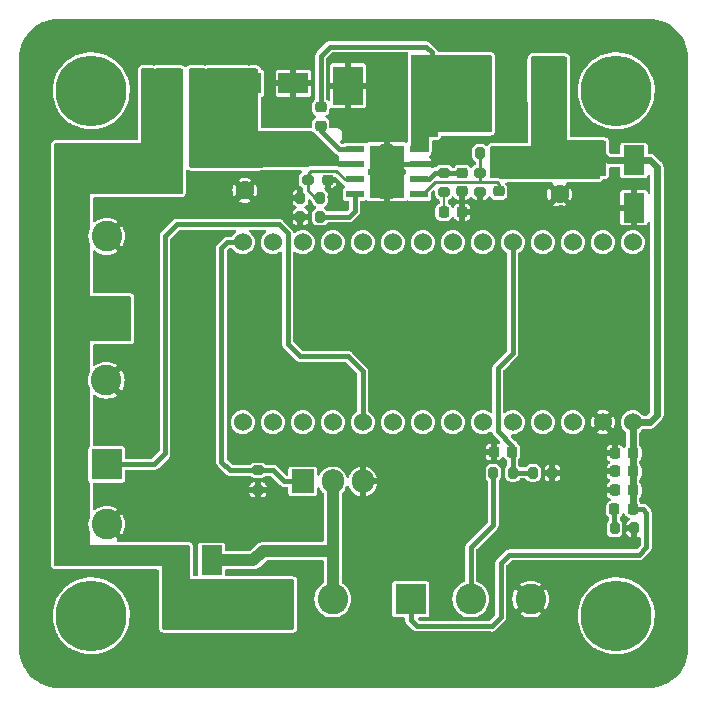
<source format=gbr>
%TF.GenerationSoftware,KiCad,Pcbnew,(6.0.6)*%
%TF.CreationDate,2022-07-27T00:23:15-07:00*%
%TF.ProjectId,AUTOPUMP_V2.02,4155544f-5055-44d5-905f-56322e30322e,rev?*%
%TF.SameCoordinates,Original*%
%TF.FileFunction,Copper,L1,Top*%
%TF.FilePolarity,Positive*%
%FSLAX46Y46*%
G04 Gerber Fmt 4.6, Leading zero omitted, Abs format (unit mm)*
G04 Created by KiCad (PCBNEW (6.0.6)) date 2022-07-27 00:23:15*
%MOMM*%
%LPD*%
G01*
G04 APERTURE LIST*
G04 Aperture macros list*
%AMRoundRect*
0 Rectangle with rounded corners*
0 $1 Rounding radius*
0 $2 $3 $4 $5 $6 $7 $8 $9 X,Y pos of 4 corners*
0 Add a 4 corners polygon primitive as box body*
4,1,4,$2,$3,$4,$5,$6,$7,$8,$9,$2,$3,0*
0 Add four circle primitives for the rounded corners*
1,1,$1+$1,$2,$3*
1,1,$1+$1,$4,$5*
1,1,$1+$1,$6,$7*
1,1,$1+$1,$8,$9*
0 Add four rect primitives between the rounded corners*
20,1,$1+$1,$2,$3,$4,$5,0*
20,1,$1+$1,$4,$5,$6,$7,0*
20,1,$1+$1,$6,$7,$8,$9,0*
20,1,$1+$1,$8,$9,$2,$3,0*%
G04 Aperture macros list end*
%TA.AperFunction,ComponentPad*%
%ADD10R,2.600000X2.600000*%
%TD*%
%TA.AperFunction,ComponentPad*%
%ADD11C,2.600000*%
%TD*%
%TA.AperFunction,SMDPad,CuDef*%
%ADD12RoundRect,0.225000X-0.225000X-0.250000X0.225000X-0.250000X0.225000X0.250000X-0.225000X0.250000X0*%
%TD*%
%TA.AperFunction,SMDPad,CuDef*%
%ADD13R,2.500000X1.800000*%
%TD*%
%TA.AperFunction,ComponentPad*%
%ADD14R,1.905000X2.000000*%
%TD*%
%TA.AperFunction,ComponentPad*%
%ADD15O,1.905000X2.000000*%
%TD*%
%TA.AperFunction,SMDPad,CuDef*%
%ADD16RoundRect,0.200000X0.200000X0.275000X-0.200000X0.275000X-0.200000X-0.275000X0.200000X-0.275000X0*%
%TD*%
%TA.AperFunction,SMDPad,CuDef*%
%ADD17RoundRect,0.218750X-0.218750X-0.256250X0.218750X-0.256250X0.218750X0.256250X-0.218750X0.256250X0*%
%TD*%
%TA.AperFunction,SMDPad,CuDef*%
%ADD18R,1.550000X0.600000*%
%TD*%
%TA.AperFunction,SMDPad,CuDef*%
%ADD19R,2.950000X4.500000*%
%TD*%
%TA.AperFunction,ComponentPad*%
%ADD20C,0.600000*%
%TD*%
%TA.AperFunction,SMDPad,CuDef*%
%ADD21R,2.600000X3.100000*%
%TD*%
%TA.AperFunction,SMDPad,CuDef*%
%ADD22RoundRect,0.200000X-0.200000X-0.275000X0.200000X-0.275000X0.200000X0.275000X-0.200000X0.275000X0*%
%TD*%
%TA.AperFunction,ComponentPad*%
%ADD23C,6.000000*%
%TD*%
%TA.AperFunction,SMDPad,CuDef*%
%ADD24RoundRect,0.225000X-0.250000X0.225000X-0.250000X-0.225000X0.250000X-0.225000X0.250000X0.225000X0*%
%TD*%
%TA.AperFunction,SMDPad,CuDef*%
%ADD25RoundRect,0.200000X-0.275000X0.200000X-0.275000X-0.200000X0.275000X-0.200000X0.275000X0.200000X0*%
%TD*%
%TA.AperFunction,ComponentPad*%
%ADD26C,1.524000*%
%TD*%
%TA.AperFunction,SMDPad,CuDef*%
%ADD27R,1.800000X2.500000*%
%TD*%
%TA.AperFunction,SMDPad,CuDef*%
%ADD28RoundRect,0.225000X0.250000X-0.225000X0.250000X0.225000X-0.250000X0.225000X-0.250000X-0.225000X0*%
%TD*%
%TA.AperFunction,ComponentPad*%
%ADD29R,1.600000X1.600000*%
%TD*%
%TA.AperFunction,ComponentPad*%
%ADD30C,1.600000*%
%TD*%
%TA.AperFunction,SMDPad,CuDef*%
%ADD31R,2.500000X3.300000*%
%TD*%
%TA.AperFunction,SMDPad,CuDef*%
%ADD32RoundRect,0.225000X0.225000X0.250000X-0.225000X0.250000X-0.225000X-0.250000X0.225000X-0.250000X0*%
%TD*%
%TA.AperFunction,SMDPad,CuDef*%
%ADD33R,2.413000X3.429000*%
%TD*%
%TA.AperFunction,ViaPad*%
%ADD34C,1.200000*%
%TD*%
%TA.AperFunction,ViaPad*%
%ADD35C,0.800000*%
%TD*%
%TA.AperFunction,Conductor*%
%ADD36C,0.406400*%
%TD*%
%TA.AperFunction,Conductor*%
%ADD37C,0.203200*%
%TD*%
%TA.AperFunction,Conductor*%
%ADD38C,0.600000*%
%TD*%
%TA.AperFunction,Conductor*%
%ADD39C,1.524000*%
%TD*%
%TA.AperFunction,Conductor*%
%ADD40C,0.250000*%
%TD*%
%TA.AperFunction,Conductor*%
%ADD41C,1.016000*%
%TD*%
%TA.AperFunction,Conductor*%
%ADD42C,0.404600*%
%TD*%
G04 APERTURE END LIST*
D10*
%TO.P,J4,1,Pin_1*%
%TO.N,VDD*%
X111172800Y-60967800D03*
D11*
%TO.P,J4,2,Pin_2*%
%TO.N,GND*%
X111172800Y-66047800D03*
%TD*%
D12*
%TO.P,C6,1*%
%TO.N,Net-(C6-Pad1)*%
X139700000Y-64008000D03*
%TO.P,C6,2*%
%TO.N,GND*%
X141250000Y-64008000D03*
%TD*%
D13*
%TO.P,D1,1,K*%
%TO.N,/VIN*%
X119602000Y-53086000D03*
%TO.P,D1,2,A*%
%TO.N,VDD*%
X115602000Y-53086000D03*
%TD*%
D14*
%TO.P,Q1,1,G*%
%TO.N,/D2*%
X127762000Y-86797000D03*
D15*
%TO.P,Q1,2,D*%
%TO.N,Net-(D5-Pad2)*%
X130302000Y-86797000D03*
%TO.P,Q1,3,S*%
%TO.N,GND*%
X132842000Y-86797000D03*
%TD*%
D16*
%TO.P,R10,1*%
%TO.N,Net-(R10-Pad1)*%
X129222000Y-62788800D03*
%TO.P,R10,2*%
%TO.N,GND*%
X127572000Y-62788800D03*
%TD*%
D13*
%TO.P,D2,1,A1*%
%TO.N,/VIN*%
X122968000Y-53086000D03*
%TO.P,D2,2,A2*%
%TO.N,GND*%
X126968000Y-53086000D03*
%TD*%
D17*
%TO.P,D7,1,K*%
%TO.N,Net-(D7-Pad1)*%
X154152500Y-89154000D03*
%TO.P,D7,2,A*%
%TO.N,+5V*%
X155727500Y-89154000D03*
%TD*%
D12*
%TO.P,C11,1*%
%TO.N,GND*%
X154190400Y-87528400D03*
%TO.P,C11,2*%
%TO.N,+5V*%
X155740400Y-87528400D03*
%TD*%
D18*
%TO.P,U1,1,BOOT*%
%TO.N,Net-(C4-Pad1)*%
X132174000Y-58674000D03*
%TO.P,U1,2,VIN*%
%TO.N,/VIN*%
X132174000Y-59944000D03*
%TO.P,U1,3,EN*%
%TO.N,Net-(R10-Pad1)*%
X132174000Y-61214000D03*
%TO.P,U1,4,RT/CLK*%
%TO.N,Net-(R3-Pad1)*%
X132174000Y-62484000D03*
%TO.P,U1,5,FB*%
%TO.N,Net-(C10-Pad2)*%
X137574000Y-62484000D03*
%TO.P,U1,6,COMP*%
%TO.N,Net-(C5-Pad1)*%
X137574000Y-61214000D03*
%TO.P,U1,7,GND*%
%TO.N,GND*%
X137574000Y-59944000D03*
%TO.P,U1,8,SW*%
%TO.N,Net-(C4-Pad2)*%
X137574000Y-58674000D03*
D19*
%TO.P,U1,9,GNDPAD*%
%TO.N,GND*%
X134874000Y-60579000D03*
D20*
X135474000Y-59979000D03*
X134274000Y-58779000D03*
X134274000Y-62379000D03*
X135474000Y-61279000D03*
X134274000Y-59979000D03*
D21*
X134874000Y-60579000D03*
D20*
X135474000Y-58779000D03*
X134274000Y-61279000D03*
X135474000Y-62379000D03*
%TD*%
D16*
%TO.P,R3,1*%
%TO.N,Net-(R3-Pad1)*%
X129222000Y-64389000D03*
%TO.P,R3,2*%
%TO.N,GND*%
X127572000Y-64389000D03*
%TD*%
D22*
%TO.P,R1,1*%
%TO.N,Net-(J1-Pad2)*%
X143892000Y-86074500D03*
%TO.P,R1,2*%
%TO.N,/A0*%
X145542000Y-86074500D03*
%TD*%
D23*
%TO.P,H3,1*%
%TO.N,N/C*%
X154305000Y-98171000D03*
%TD*%
D24*
%TO.P,C10,1*%
%TO.N,+5V*%
X144348200Y-60693000D03*
%TO.P,C10,2*%
%TO.N,Net-(C10-Pad2)*%
X144348200Y-62243000D03*
%TD*%
D23*
%TO.P,H2,1*%
%TO.N,N/C*%
X109855000Y-98171000D03*
%TD*%
D25*
%TO.P,R4,1*%
%TO.N,Net-(C5-Pad1)*%
X139700000Y-60643000D03*
%TO.P,R4,2*%
%TO.N,Net-(C6-Pad1)*%
X139700000Y-62293000D03*
%TD*%
D26*
%TO.P,U2,1,RESET*%
%TO.N,unconnected-(U2-Pad1)*%
X155702000Y-66548000D03*
%TO.P,U2,2,3V3*%
%TO.N,unconnected-(U2-Pad2)*%
X153162000Y-66548000D03*
%TO.P,U2,3,AREF*%
%TO.N,unconnected-(U2-Pad3)*%
X150622000Y-66548000D03*
%TO.P,U2,4,VHI*%
%TO.N,unconnected-(U2-Pad4)*%
X148082000Y-66548000D03*
%TO.P,U2,5,A0*%
%TO.N,/A0*%
X145542000Y-66548000D03*
%TO.P,U2,6,A1*%
%TO.N,unconnected-(U2-Pad6)*%
X143002000Y-66548000D03*
%TO.P,U2,7,A2*%
%TO.N,unconnected-(U2-Pad7)*%
X140462000Y-66548000D03*
%TO.P,U2,8,A3*%
%TO.N,unconnected-(U2-Pad8)*%
X137922000Y-66548000D03*
%TO.P,U2,9,A4*%
%TO.N,unconnected-(U2-Pad9)*%
X135382000Y-66548000D03*
%TO.P,U2,10,A5*%
%TO.N,unconnected-(U2-Pad10)*%
X132842000Y-66548000D03*
%TO.P,U2,11,SCK*%
%TO.N,unconnected-(U2-Pad11)*%
X130302000Y-66548000D03*
%TO.P,U2,12,MOSI*%
%TO.N,unconnected-(U2-Pad12)*%
X127762000Y-66548000D03*
%TO.P,U2,13,MISO*%
%TO.N,unconnected-(U2-Pad13)*%
X125222000Y-66548000D03*
%TO.P,U2,14,D2*%
%TO.N,/D2*%
X122682000Y-66548000D03*
%TO.P,U2,20,RX_D0*%
%TO.N,unconnected-(U2-Pad20)*%
X122682000Y-81788000D03*
%TO.P,U2,21,TX_D1*%
%TO.N,unconnected-(U2-Pad21)*%
X125222000Y-81788000D03*
%TO.P,U2,22,SDA*%
%TO.N,unconnected-(U2-Pad22)*%
X127762000Y-81788000D03*
%TO.P,U2,23,SCL*%
%TO.N,unconnected-(U2-Pad23)*%
X130302000Y-81788000D03*
%TO.P,U2,24,D5_5V*%
%TO.N,/D5*%
X132842000Y-81788000D03*
%TO.P,U2,25,D7*%
%TO.N,unconnected-(U2-Pad25)*%
X135382000Y-81788000D03*
%TO.P,U2,26,D9*%
%TO.N,unconnected-(U2-Pad26)*%
X137922000Y-81788000D03*
%TO.P,U2,27,D10*%
%TO.N,unconnected-(U2-Pad27)*%
X140462000Y-81788000D03*
%TO.P,U2,28,D11*%
%TO.N,unconnected-(U2-Pad28)*%
X143002000Y-81788000D03*
%TO.P,U2,29,D12*%
%TO.N,unconnected-(U2-Pad29)*%
X145542000Y-81788000D03*
%TO.P,U2,30,D13*%
%TO.N,unconnected-(U2-Pad30)*%
X148082000Y-81788000D03*
%TO.P,U2,31,VBUS*%
%TO.N,unconnected-(U2-Pad31)*%
X150622000Y-81788000D03*
%TO.P,U2,32,GND*%
%TO.N,GND*%
X153162000Y-81788000D03*
%TO.P,U2,33,VBATT*%
%TO.N,+5V*%
X155702000Y-81788000D03*
%TD*%
D10*
%TO.P,J5,1,Pin_1*%
%TO.N,VDD*%
X125221000Y-96757394D03*
D11*
%TO.P,J5,2,Pin_2*%
%TO.N,Net-(D5-Pad2)*%
X130301000Y-96757394D03*
%TD*%
D25*
%TO.P,R5,1*%
%TO.N,/D2*%
X123969000Y-85852000D03*
%TO.P,R5,2*%
%TO.N,GND*%
X123969000Y-87502000D03*
%TD*%
D27*
%TO.P,D5,1,K*%
%TO.N,VDD*%
X120040400Y-97478600D03*
%TO.P,D5,2,A*%
%TO.N,Net-(D5-Pad2)*%
X120040400Y-93478600D03*
%TD*%
D22*
%TO.P,R2,1*%
%TO.N,/A0*%
X147257000Y-86074500D03*
%TO.P,R2,2*%
%TO.N,GND*%
X148907000Y-86074500D03*
%TD*%
D24*
%TO.P,C5,1*%
%TO.N,Net-(C5-Pad1)*%
X141249400Y-60693000D03*
%TO.P,C5,2*%
%TO.N,GND*%
X141249400Y-62243000D03*
%TD*%
D23*
%TO.P,H4,1*%
%TO.N,N/C*%
X154305000Y-53721000D03*
%TD*%
D24*
%TO.P,C3,1*%
%TO.N,/VIN*%
X129870200Y-59702400D03*
%TO.P,C3,2*%
%TO.N,GND*%
X129870200Y-61252400D03*
%TD*%
D10*
%TO.P,J1,1,Pin_1*%
%TO.N,+5V*%
X136905000Y-96757394D03*
D11*
%TO.P,J1,2,Pin_2*%
%TO.N,Net-(J1-Pad2)*%
X141985000Y-96757394D03*
%TO.P,J1,3,Pin_3*%
%TO.N,GND*%
X147065000Y-96757394D03*
%TD*%
D10*
%TO.P,J3,1,Pin_1*%
%TO.N,/D5*%
X111172800Y-85346800D03*
D11*
%TO.P,J3,2,Pin_2*%
%TO.N,GND*%
X111172800Y-90426800D03*
%TD*%
D28*
%TO.P,C4,1*%
%TO.N,Net-(C4-Pad1)*%
X129286000Y-56668000D03*
%TO.P,C4,2*%
%TO.N,Net-(C4-Pad2)*%
X129286000Y-55118000D03*
%TD*%
D29*
%TO.P,C2,1*%
%TO.N,/VIN*%
X122859800Y-58646949D03*
D30*
%TO.P,C2,2*%
%TO.N,GND*%
X122859800Y-62146949D03*
%TD*%
D31*
%TO.P,D3,1,K*%
%TO.N,Net-(C4-Pad2)*%
X138401000Y-53289200D03*
%TO.P,D3,2,A*%
%TO.N,GND*%
X131601000Y-53289200D03*
%TD*%
D22*
%TO.P,R8,1*%
%TO.N,Net-(D7-Pad1)*%
X154165800Y-90779600D03*
%TO.P,R8,2*%
%TO.N,GND*%
X155815800Y-90779600D03*
%TD*%
D10*
%TO.P,J2,1,Pin_1*%
%TO.N,VDD*%
X111126800Y-73154800D03*
D11*
%TO.P,J2,2,Pin_2*%
%TO.N,GND*%
X111126800Y-78234800D03*
%TD*%
D29*
%TO.P,C7,1*%
%TO.N,+5V*%
X149504400Y-58977149D03*
D30*
%TO.P,C7,2*%
%TO.N,GND*%
X149504400Y-62477149D03*
%TD*%
D32*
%TO.P,C8,1*%
%TO.N,+5V*%
X155740400Y-84378800D03*
%TO.P,C8,2*%
%TO.N,GND*%
X154190400Y-84378800D03*
%TD*%
D27*
%TO.P,D6,1,A1*%
%TO.N,+5V*%
X155803600Y-59620400D03*
%TO.P,D6,2,A2*%
%TO.N,GND*%
X155803600Y-63620400D03*
%TD*%
D12*
%TO.P,C1,1*%
%TO.N,GND*%
X143942000Y-84296500D03*
%TO.P,C1,2*%
%TO.N,/A0*%
X145492000Y-84296500D03*
%TD*%
D25*
%TO.P,R7,1*%
%TO.N,Net-(C10-Pad2)*%
X142798800Y-60643000D03*
%TO.P,R7,2*%
%TO.N,GND*%
X142798800Y-62293000D03*
%TD*%
D23*
%TO.P,H1,1*%
%TO.N,N/C*%
X109855000Y-53721000D03*
%TD*%
D33*
%TO.P,L1,1,1*%
%TO.N,Net-(C4-Pad2)*%
X142392400Y-52832000D03*
%TO.P,L1,2,2*%
%TO.N,+5V*%
X148234400Y-52832000D03*
%TD*%
D25*
%TO.P,R9,1*%
%TO.N,/VIN*%
X128168400Y-59627000D03*
%TO.P,R9,2*%
%TO.N,Net-(R10-Pad1)*%
X128168400Y-61277000D03*
%TD*%
D12*
%TO.P,C9,1*%
%TO.N,GND*%
X154190400Y-85953600D03*
%TO.P,C9,2*%
%TO.N,+5V*%
X155740400Y-85953600D03*
%TD*%
D16*
%TO.P,R6,1*%
%TO.N,+5V*%
X144411200Y-58978800D03*
%TO.P,R6,2*%
%TO.N,Net-(C10-Pad2)*%
X142761200Y-58978800D03*
%TD*%
D34*
%TO.N,GND*%
X143510000Y-64008000D03*
D35*
X134619000Y-91677394D03*
X118330800Y-80017800D03*
X152400000Y-80010000D03*
X114520800Y-70619800D03*
X144780000Y-57150000D03*
X139191000Y-100567394D03*
D34*
X149606000Y-64008000D03*
D35*
X149351000Y-91677394D03*
X134620000Y-68580000D03*
X138430000Y-80010000D03*
X114520800Y-74429800D03*
X130810000Y-72390000D03*
X148590000Y-72390000D03*
D34*
X148082000Y-64008000D03*
D35*
X114520800Y-88907800D03*
X134620000Y-76200000D03*
X138430000Y-76200000D03*
X119507000Y-51181000D03*
X148590000Y-76200000D03*
X152400000Y-76200000D03*
X148590000Y-68580000D03*
X119405400Y-74422000D03*
X142240000Y-80010000D03*
X142240000Y-72390000D03*
X148590000Y-80010000D03*
X134620000Y-72390000D03*
X132079000Y-100567394D03*
X152400000Y-68580000D03*
X124459000Y-100567394D03*
X152400000Y-72390000D03*
X142240000Y-76200000D03*
X126873000Y-51181000D03*
X138430000Y-72390000D03*
X128269000Y-100567394D03*
X146811000Y-100567394D03*
D34*
X145034000Y-64008000D03*
D35*
X143001000Y-100567394D03*
D34*
X138176000Y-64008000D03*
D35*
X115189000Y-51181000D03*
X138430000Y-68580000D03*
D34*
X136652000Y-64008000D03*
D35*
X144780000Y-54610000D03*
X139699000Y-91677394D03*
X145541000Y-91677394D03*
D34*
X135128000Y-64008000D03*
D35*
X120649000Y-100567394D03*
X123190000Y-51181000D03*
X135381000Y-100567394D03*
X144780000Y-52070000D03*
X110710800Y-68841800D03*
D34*
X130429000Y-62738000D03*
D35*
X134620000Y-80010000D03*
D34*
X146558000Y-64008000D03*
D35*
X130810000Y-68580000D03*
X114520800Y-80017800D03*
X142240000Y-68580000D03*
X114520800Y-83827800D03*
D34*
X133350000Y-64008000D03*
%TD*%
D36*
%TO.N,GND*%
X137574000Y-59944000D02*
X135509000Y-59944000D01*
X135509000Y-59944000D02*
X135474000Y-59979000D01*
%TO.N,Net-(C5-Pad1)*%
X139001000Y-60643000D02*
X139700000Y-60643000D01*
X139750000Y-60693000D02*
X139700000Y-60643000D01*
X138430000Y-61214000D02*
X139001000Y-60643000D01*
X141478000Y-60693000D02*
X139750000Y-60693000D01*
X137574000Y-61214000D02*
X138430000Y-61214000D01*
D37*
%TO.N,Net-(C6-Pad1)*%
X139700000Y-62293000D02*
X139700000Y-64008000D01*
D36*
%TO.N,+5V*%
X137413000Y-99043394D02*
X143763000Y-99043394D01*
D38*
X153600400Y-59620400D02*
X152957149Y-58977149D01*
D36*
X145237200Y-93014800D02*
X156210000Y-93014800D01*
D38*
X155702000Y-81788000D02*
X155702000Y-89128500D01*
X152957149Y-58977149D02*
X149504400Y-58977149D01*
D36*
X156845000Y-89433400D02*
X156565600Y-89154000D01*
D38*
X157759400Y-81153000D02*
X157124400Y-81788000D01*
D36*
X136905000Y-96757394D02*
X136905000Y-98535394D01*
X144525000Y-93727000D02*
X145237200Y-93014800D01*
X143763000Y-99043394D02*
X144525000Y-98281394D01*
X156845000Y-92379800D02*
X156845000Y-89433400D01*
D38*
X157124400Y-81788000D02*
X155702000Y-81788000D01*
D36*
X156565600Y-89154000D02*
X155727500Y-89154000D01*
D38*
X155803600Y-59620400D02*
X157181800Y-59620400D01*
D36*
X144525000Y-98281394D02*
X144525000Y-93727000D01*
D38*
X157759400Y-60198000D02*
X157759400Y-81153000D01*
D36*
X136905000Y-98535394D02*
X137413000Y-99043394D01*
D38*
X155702000Y-89128500D02*
X155727500Y-89154000D01*
X155803600Y-59620400D02*
X153600400Y-59620400D01*
X157181800Y-59620400D02*
X157759400Y-60198000D01*
D36*
X156210000Y-93014800D02*
X156845000Y-92379800D01*
D39*
%TO.N,VDD*%
X124930000Y-96725394D02*
X124962000Y-96757394D01*
D36*
%TO.N,/D5*%
X132842000Y-77470000D02*
X131572000Y-76200000D01*
X132842000Y-81788000D02*
X132842000Y-77470000D01*
X126492000Y-65786000D02*
X125730000Y-65024000D01*
X125730000Y-65024000D02*
X117094000Y-65024000D01*
X116103400Y-66014600D02*
X116103400Y-84429600D01*
X126492000Y-75184000D02*
X126492000Y-65786000D01*
X115186200Y-85346800D02*
X111172800Y-85346800D01*
X116103400Y-84429600D02*
X115186200Y-85346800D01*
X131572000Y-76200000D02*
X127508000Y-76200000D01*
X127508000Y-76200000D02*
X126492000Y-75184000D01*
X117094000Y-65024000D02*
X116103400Y-66014600D01*
%TO.N,/D2*%
X123969000Y-85852000D02*
X125247400Y-85852000D01*
X126192400Y-86797000D02*
X127762000Y-86797000D01*
X120878600Y-67056000D02*
X120878600Y-85115400D01*
X125247400Y-85852000D02*
X126192400Y-86797000D01*
X121386600Y-66548000D02*
X120878600Y-67056000D01*
X121615200Y-85852000D02*
X123969000Y-85852000D01*
X122682000Y-66548000D02*
X121386600Y-66548000D01*
X120878600Y-85115400D02*
X121615200Y-85852000D01*
%TO.N,/A0*%
X145542000Y-86074500D02*
X147257000Y-86074500D01*
X144272000Y-77216000D02*
X145542000Y-75946000D01*
X145542000Y-86074500D02*
X145542000Y-84105500D01*
X145542000Y-75946000D02*
X145542000Y-66548000D01*
X144272000Y-82550000D02*
X144272000Y-77216000D01*
X144272000Y-82550000D02*
X145492000Y-83770000D01*
X145492000Y-83770000D02*
X145492000Y-84296500D01*
%TO.N,Net-(R3-Pad1)*%
X132174000Y-62484000D02*
X132174000Y-63914000D01*
X131699000Y-64389000D02*
X129222000Y-64389000D01*
X132174000Y-63914000D02*
X131699000Y-64389000D01*
D40*
%TO.N,Net-(R10-Pad1)*%
X128168400Y-60756800D02*
X128447800Y-60477400D01*
X128168400Y-61277000D02*
X128168400Y-60756800D01*
X128447800Y-60477400D02*
X130581400Y-60477400D01*
X130581400Y-60477400D02*
X131318000Y-61214000D01*
X129222000Y-62788800D02*
X128828800Y-62788800D01*
X128828800Y-62788800D02*
X128168400Y-62128400D01*
X131318000Y-61214000D02*
X132174000Y-61214000D01*
X128168400Y-62128400D02*
X128168400Y-61277000D01*
D36*
%TO.N,Net-(C4-Pad1)*%
X129286000Y-57150000D02*
X129286000Y-56668000D01*
X132174000Y-58674000D02*
X130810000Y-58674000D01*
X130810000Y-58674000D02*
X129286000Y-57150000D01*
%TO.N,Net-(C4-Pad2)*%
X138201400Y-49987200D02*
X138684000Y-50469800D01*
X129286000Y-55118000D02*
X129286000Y-50749200D01*
X130048000Y-49987200D02*
X138201400Y-49987200D01*
X129286000Y-50749200D02*
X130048000Y-49987200D01*
X138684000Y-50469800D02*
X138684000Y-54356000D01*
D37*
%TO.N,Net-(C10-Pad2)*%
X138176000Y-62484000D02*
X137574000Y-62484000D01*
D40*
X142798800Y-61442600D02*
X142773400Y-61468000D01*
X137906988Y-62484000D02*
X137574000Y-62484000D01*
X142773400Y-61468000D02*
X138922988Y-61468000D01*
X142798800Y-59016400D02*
X142761200Y-58978800D01*
X142824200Y-61468000D02*
X144170400Y-61468000D01*
X144348200Y-62243000D02*
X144348200Y-61645800D01*
X142798800Y-60643000D02*
X142798800Y-61442600D01*
X142798800Y-60643000D02*
X142798800Y-59016400D01*
X138922988Y-61468000D02*
X137906988Y-62484000D01*
X144170400Y-61468000D02*
X144348200Y-61645800D01*
X142798800Y-61442600D02*
X142824200Y-61468000D01*
D36*
%TO.N,Net-(J1-Pad2)*%
X141985000Y-92355400D02*
X141985000Y-96757394D01*
X143892000Y-86074500D02*
X143892000Y-90448400D01*
X143892000Y-90448400D02*
X141985000Y-92355400D01*
D41*
%TO.N,Net-(D5-Pad2)*%
X130301000Y-90679000D02*
X130301000Y-92185394D01*
X129793000Y-92693394D02*
X124375006Y-92693394D01*
X123589800Y-93478600D02*
X120040400Y-93478600D01*
X130301000Y-96757394D02*
X130301000Y-92693394D01*
X129793000Y-92693394D02*
X130301000Y-92693394D01*
X124375006Y-92693394D02*
X123589800Y-93478600D01*
X130302000Y-86797000D02*
X130302000Y-90678000D01*
D40*
X130301000Y-92185394D02*
X129793000Y-92693394D01*
D41*
X130302000Y-90678000D02*
X130301000Y-90679000D01*
X130301000Y-92693394D02*
X130301000Y-92185394D01*
D40*
%TO.N,Net-(D7-Pad1)*%
X154152500Y-90766300D02*
X154165800Y-90779600D01*
D42*
X154152500Y-89154000D02*
X154152500Y-90766300D01*
%TD*%
%TA.AperFunction,Conductor*%
%TO.N,VDD*%
G36*
X113192921Y-71147802D02*
G01*
X113239414Y-71201458D01*
X113250800Y-71253800D01*
X113250800Y-74811800D01*
X113230798Y-74879921D01*
X113177142Y-74926414D01*
X113124800Y-74937800D01*
X107662800Y-74937800D01*
X107662800Y-71127800D01*
X113124800Y-71127800D01*
X113192921Y-71147802D01*
G37*
%TD.AperFunction*%
%TD*%
%TA.AperFunction,Conductor*%
%TO.N,+5V*%
G36*
X150056121Y-50820002D02*
G01*
X150102614Y-50873658D01*
X150114000Y-50926000D01*
X150114000Y-57912000D01*
X153304600Y-57912000D01*
X153372721Y-57932002D01*
X153419214Y-57985658D01*
X153430600Y-58038000D01*
X153430600Y-60834000D01*
X153410598Y-60902121D01*
X153356942Y-60948614D01*
X153304600Y-60960000D01*
X152908000Y-60960000D01*
X152908000Y-61088000D01*
X152887998Y-61156121D01*
X152834342Y-61202614D01*
X152782000Y-61214000D01*
X144505236Y-61214000D01*
X144437115Y-61193998D01*
X144423782Y-61184132D01*
X144420141Y-61181047D01*
X144416456Y-61177362D01*
X144400708Y-61166108D01*
X144396038Y-61162602D01*
X144355753Y-61130844D01*
X144347119Y-61127812D01*
X144339666Y-61122486D01*
X144290550Y-61107797D01*
X144284908Y-61105964D01*
X144244033Y-61091610D01*
X144244032Y-61091610D01*
X144236549Y-61088982D01*
X144230984Y-61088500D01*
X144228276Y-61088500D01*
X144225642Y-61088386D01*
X144225544Y-61088357D01*
X144225551Y-61088193D01*
X144224847Y-61088149D01*
X144218622Y-61086287D01*
X144164765Y-61088403D01*
X144159818Y-61088500D01*
X143763000Y-61088500D01*
X143694879Y-61068498D01*
X143648386Y-61014842D01*
X143637000Y-60962500D01*
X143637000Y-58546000D01*
X143657002Y-58477879D01*
X143710658Y-58431386D01*
X143763000Y-58420000D01*
X147066000Y-58420000D01*
X147066000Y-50926000D01*
X147086002Y-50857879D01*
X147139658Y-50811386D01*
X147192000Y-50800000D01*
X149988000Y-50800000D01*
X150056121Y-50820002D01*
G37*
%TD.AperFunction*%
%TD*%
%TA.AperFunction,Conductor*%
%TO.N,/VIN*%
G36*
X119363840Y-51820124D02*
G01*
X119417522Y-51834207D01*
X119501477Y-51835526D01*
X119568319Y-51836576D01*
X119568322Y-51836576D01*
X119575916Y-51836695D01*
X119652391Y-51819180D01*
X119680520Y-51816000D01*
X123014868Y-51816000D01*
X123046840Y-51820124D01*
X123100522Y-51834207D01*
X123184477Y-51835526D01*
X123251319Y-51836576D01*
X123251322Y-51836576D01*
X123258916Y-51836695D01*
X123335391Y-51819180D01*
X123363520Y-51816000D01*
X123826000Y-51816000D01*
X123894121Y-51836002D01*
X123940614Y-51889658D01*
X123952000Y-51942000D01*
X123952000Y-57150000D01*
X128566317Y-57150000D01*
X128634438Y-57170002D01*
X128667141Y-57200432D01*
X128693456Y-57235544D01*
X128747436Y-57276000D01*
X128796183Y-57312535D01*
X128796186Y-57312537D01*
X128803365Y-57317917D01*
X128811769Y-57321067D01*
X128811770Y-57321068D01*
X128823625Y-57325512D01*
X128880390Y-57368153D01*
X128892978Y-57388950D01*
X128903169Y-57410172D01*
X128908075Y-57415479D01*
X128908217Y-57415689D01*
X128911530Y-57422068D01*
X128915909Y-57427194D01*
X128953770Y-57465055D01*
X128957199Y-57468621D01*
X128990201Y-57504323D01*
X128990204Y-57504325D01*
X128996594Y-57511238D01*
X129003031Y-57514977D01*
X129009368Y-57520653D01*
X130461855Y-58973140D01*
X130471710Y-58984229D01*
X130493144Y-59011418D01*
X130500891Y-59016772D01*
X130500895Y-59016776D01*
X130542229Y-59045344D01*
X130545449Y-59047645D01*
X130585829Y-59077470D01*
X130585832Y-59077472D01*
X130593409Y-59083068D01*
X130600329Y-59085498D01*
X130606365Y-59089670D01*
X130663233Y-59107655D01*
X130666989Y-59108908D01*
X130723268Y-59128672D01*
X130722190Y-59131742D01*
X130770766Y-59156662D01*
X130806388Y-59218075D01*
X130810000Y-59248027D01*
X130810000Y-59690000D01*
X132716000Y-59690000D01*
X132784121Y-59710002D01*
X132830614Y-59763658D01*
X132842000Y-59816000D01*
X132842000Y-60072000D01*
X132821998Y-60140121D01*
X132768342Y-60186614D01*
X132716000Y-60198000D01*
X130883709Y-60198000D01*
X130815588Y-60177998D01*
X130805715Y-60170959D01*
X130766753Y-60140244D01*
X130758119Y-60137212D01*
X130750666Y-60131886D01*
X130701550Y-60117197D01*
X130695908Y-60115364D01*
X130655033Y-60101010D01*
X130655032Y-60101010D01*
X130647549Y-60098382D01*
X130641984Y-60097900D01*
X130639276Y-60097900D01*
X130636642Y-60097786D01*
X130636544Y-60097757D01*
X130636551Y-60097593D01*
X130635847Y-60097549D01*
X130629622Y-60095687D01*
X130575765Y-60097803D01*
X130570818Y-60097900D01*
X128501720Y-60097900D01*
X128477773Y-60095351D01*
X128476107Y-60095272D01*
X128465924Y-60093080D01*
X128455582Y-60094304D01*
X128455579Y-60094304D01*
X128432587Y-60097026D01*
X128426646Y-60097377D01*
X128426654Y-60097472D01*
X128421474Y-60097900D01*
X128416276Y-60097900D01*
X128411154Y-60098753D01*
X128411149Y-60098753D01*
X128397227Y-60101071D01*
X128391350Y-60101908D01*
X128384849Y-60102677D01*
X128350797Y-60106707D01*
X128350795Y-60106708D01*
X128340459Y-60107931D01*
X128332210Y-60111892D01*
X128323174Y-60113396D01*
X128314005Y-60118343D01*
X128314003Y-60118344D01*
X128278040Y-60137748D01*
X128272751Y-60140443D01*
X128233715Y-60159188D01*
X128226568Y-60162620D01*
X128222292Y-60166214D01*
X128220352Y-60168154D01*
X128218441Y-60169907D01*
X128218351Y-60169956D01*
X128218239Y-60169834D01*
X128217707Y-60170303D01*
X128211986Y-60173390D01*
X128206905Y-60178887D01*
X128142406Y-60204204D01*
X128131592Y-60204696D01*
X120650000Y-60223400D01*
X118261019Y-60223400D01*
X118192898Y-60203398D01*
X118146405Y-60149742D01*
X118135020Y-60097781D01*
X118135020Y-60097593D01*
X118110382Y-51942381D01*
X118130178Y-51874200D01*
X118183693Y-51827545D01*
X118236381Y-51816000D01*
X119331868Y-51816000D01*
X119363840Y-51820124D01*
G37*
%TD.AperFunction*%
%TD*%
%TA.AperFunction,Conductor*%
%TO.N,VDD*%
G36*
X115045840Y-51820124D02*
G01*
X115099522Y-51834207D01*
X115183477Y-51835526D01*
X115250319Y-51836576D01*
X115250322Y-51836576D01*
X115257916Y-51836695D01*
X115334391Y-51819180D01*
X115362520Y-51816000D01*
X117476000Y-51816000D01*
X117544121Y-51836002D01*
X117590614Y-51889658D01*
X117602000Y-51942000D01*
X117602000Y-62358000D01*
X117581998Y-62426121D01*
X117528342Y-62472614D01*
X117476000Y-62484000D01*
X106680000Y-62484000D01*
X106680000Y-58292000D01*
X106700002Y-58223879D01*
X106753658Y-58177386D01*
X106806000Y-58166000D01*
X114046000Y-58166000D01*
X114046000Y-51942000D01*
X114066002Y-51873879D01*
X114119658Y-51827386D01*
X114172000Y-51816000D01*
X115013868Y-51816000D01*
X115045840Y-51820124D01*
G37*
%TD.AperFunction*%
%TD*%
%TA.AperFunction,Conductor*%
%TO.N,VDD*%
G36*
X109728000Y-65448688D02*
G01*
X109718409Y-65496906D01*
X109697476Y-65547444D01*
X109689811Y-65565948D01*
X109688656Y-65570760D01*
X109645999Y-65748440D01*
X109632691Y-65803871D01*
X109613493Y-66047800D01*
X109632691Y-66291729D01*
X109633845Y-66296536D01*
X109633846Y-66296542D01*
X109646586Y-66349606D01*
X109689811Y-66529652D01*
X109691704Y-66534223D01*
X109691705Y-66534225D01*
X109718409Y-66598694D01*
X109728000Y-66646912D01*
X109728000Y-77524633D01*
X109718409Y-77572851D01*
X109643811Y-77752948D01*
X109586691Y-77990871D01*
X109567493Y-78234800D01*
X109586691Y-78478729D01*
X109643811Y-78716652D01*
X109645704Y-78721223D01*
X109645705Y-78721225D01*
X109718409Y-78896749D01*
X109728000Y-78944967D01*
X109728000Y-83775865D01*
X109707998Y-83843986D01*
X109696042Y-83858822D01*
X109689316Y-83863316D01*
X109633066Y-83947499D01*
X109618300Y-84021733D01*
X109618301Y-86671866D01*
X109633066Y-86746101D01*
X109689316Y-86830284D01*
X109693530Y-86833100D01*
X109725121Y-86890952D01*
X109728000Y-86917735D01*
X109728000Y-89827688D01*
X109718409Y-89875906D01*
X109689811Y-89944948D01*
X109632691Y-90182871D01*
X109613493Y-90426800D01*
X109632691Y-90670729D01*
X109689811Y-90908652D01*
X109691704Y-90913223D01*
X109691705Y-90913225D01*
X109718409Y-90977694D01*
X109728000Y-91025912D01*
X109728000Y-92202000D01*
X118102800Y-92202000D01*
X118170921Y-92222002D01*
X118217414Y-92275658D01*
X118228800Y-92328000D01*
X118228800Y-95097600D01*
X126924800Y-95097600D01*
X126992921Y-95117602D01*
X127039414Y-95171258D01*
X127050800Y-95223600D01*
X127050800Y-99213400D01*
X127030798Y-99281521D01*
X126977142Y-99328014D01*
X126924800Y-99339400D01*
X115975400Y-99339400D01*
X115907279Y-99319398D01*
X115860786Y-99265742D01*
X115849400Y-99213400D01*
X115849400Y-93980000D01*
X106806000Y-93980000D01*
X106737879Y-93959998D01*
X106691386Y-93906342D01*
X106680000Y-93854000D01*
X106680000Y-61722000D01*
X109728000Y-61722000D01*
X109728000Y-65448688D01*
G37*
%TD.AperFunction*%
%TD*%
%TA.AperFunction,Conductor*%
%TO.N,Net-(C4-Pad2)*%
G36*
X143706121Y-50693002D02*
G01*
X143752614Y-50746658D01*
X143764000Y-50799000D01*
X143764000Y-57125600D01*
X143743998Y-57193721D01*
X143690342Y-57240214D01*
X143638000Y-57251600D01*
X139192000Y-57251600D01*
X139213379Y-57524599D01*
X139198757Y-57594073D01*
X139148895Y-57644613D01*
X139090791Y-57660400D01*
X138430000Y-57676275D01*
X138430000Y-58802000D01*
X138409998Y-58870121D01*
X138356342Y-58916614D01*
X138304000Y-58928000D01*
X137032000Y-58928000D01*
X136963879Y-58907998D01*
X136917386Y-58854342D01*
X136906000Y-58802000D01*
X136906000Y-50799000D01*
X136926002Y-50730879D01*
X136979658Y-50684386D01*
X137032000Y-50673000D01*
X143638000Y-50673000D01*
X143706121Y-50693002D01*
G37*
%TD.AperFunction*%
%TD*%
%TA.AperFunction,Conductor*%
%TO.N,GND*%
G36*
X157086103Y-47627921D02*
G01*
X157099000Y-47630486D01*
X157111172Y-47628065D01*
X157123580Y-47628065D01*
X157123580Y-47628156D01*
X157134565Y-47627364D01*
X157437501Y-47643240D01*
X157450617Y-47644618D01*
X157778898Y-47696613D01*
X157791798Y-47699355D01*
X158112846Y-47785379D01*
X158125382Y-47789453D01*
X158396468Y-47893513D01*
X158435672Y-47908562D01*
X158447720Y-47913926D01*
X158743867Y-48064820D01*
X158755288Y-48071414D01*
X159034040Y-48252437D01*
X159044710Y-48260190D01*
X159303004Y-48469352D01*
X159312805Y-48478177D01*
X159547823Y-48713195D01*
X159556648Y-48722996D01*
X159765810Y-48981290D01*
X159773563Y-48991960D01*
X159954586Y-49270712D01*
X159961180Y-49282133D01*
X160112074Y-49578280D01*
X160117438Y-49590328D01*
X160127243Y-49615870D01*
X160163593Y-49710564D01*
X160236545Y-49900610D01*
X160240621Y-49913154D01*
X160326645Y-50234202D01*
X160329387Y-50247102D01*
X160381382Y-50575383D01*
X160382760Y-50588499D01*
X160396850Y-50857346D01*
X160398636Y-50891433D01*
X160397844Y-50902420D01*
X160397935Y-50902420D01*
X160397935Y-50914828D01*
X160395514Y-50927000D01*
X160397935Y-50939170D01*
X160398079Y-50939894D01*
X160400500Y-50964476D01*
X160400500Y-100927524D01*
X160398079Y-100952103D01*
X160395514Y-100965000D01*
X160397935Y-100977172D01*
X160397935Y-100989580D01*
X160397844Y-100989580D01*
X160398636Y-101000565D01*
X160388496Y-101194055D01*
X160382760Y-101303500D01*
X160381382Y-101316617D01*
X160329387Y-101644898D01*
X160326645Y-101657798D01*
X160240621Y-101978846D01*
X160236545Y-101991390D01*
X160117438Y-102301672D01*
X160112074Y-102313720D01*
X159961180Y-102609867D01*
X159954586Y-102621288D01*
X159773563Y-102900040D01*
X159765810Y-102910710D01*
X159556648Y-103169004D01*
X159547823Y-103178805D01*
X159312805Y-103413823D01*
X159303004Y-103422648D01*
X159044710Y-103631810D01*
X159034040Y-103639563D01*
X158755288Y-103820586D01*
X158743867Y-103827180D01*
X158447720Y-103978074D01*
X158435671Y-103983438D01*
X158125382Y-104102547D01*
X158112846Y-104106621D01*
X157791798Y-104192645D01*
X157778898Y-104195387D01*
X157450617Y-104247382D01*
X157437501Y-104248760D01*
X157134565Y-104264636D01*
X157123580Y-104263844D01*
X157123580Y-104263935D01*
X157111172Y-104263935D01*
X157099000Y-104261514D01*
X157086103Y-104264079D01*
X157061524Y-104266500D01*
X107098476Y-104266500D01*
X107073897Y-104264079D01*
X107061000Y-104261514D01*
X107048828Y-104263935D01*
X107036420Y-104263935D01*
X107036420Y-104263844D01*
X107025435Y-104264636D01*
X106722499Y-104248760D01*
X106709383Y-104247382D01*
X106381102Y-104195387D01*
X106368202Y-104192645D01*
X106047154Y-104106621D01*
X106034618Y-104102547D01*
X105724329Y-103983438D01*
X105712280Y-103978074D01*
X105416133Y-103827180D01*
X105404712Y-103820586D01*
X105125960Y-103639563D01*
X105115290Y-103631810D01*
X104856996Y-103422648D01*
X104847195Y-103413823D01*
X104612177Y-103178805D01*
X104603352Y-103169004D01*
X104394190Y-102910710D01*
X104386437Y-102900040D01*
X104205414Y-102621288D01*
X104198820Y-102609867D01*
X104047926Y-102313720D01*
X104042562Y-102301672D01*
X103923455Y-101991390D01*
X103919379Y-101978846D01*
X103833355Y-101657798D01*
X103830613Y-101644898D01*
X103778618Y-101316617D01*
X103777240Y-101303500D01*
X103771504Y-101194055D01*
X103761364Y-101000565D01*
X103762156Y-100989580D01*
X103762065Y-100989580D01*
X103762065Y-100977172D01*
X103764486Y-100965000D01*
X103761921Y-100952103D01*
X103759500Y-100927524D01*
X103759500Y-98159623D01*
X106595740Y-98159623D01*
X106595912Y-98163018D01*
X106595912Y-98163019D01*
X106612230Y-98485129D01*
X106613575Y-98511688D01*
X106614112Y-98515043D01*
X106614113Y-98515049D01*
X106641220Y-98684283D01*
X106669328Y-98859767D01*
X106762347Y-99199789D01*
X106855536Y-99436363D01*
X106881379Y-99501967D01*
X106891545Y-99527776D01*
X106893128Y-99530791D01*
X107053825Y-99836875D01*
X107053830Y-99836883D01*
X107055409Y-99839891D01*
X107057303Y-99842709D01*
X107057308Y-99842718D01*
X107243981Y-100120516D01*
X107252023Y-100132484D01*
X107479087Y-100402131D01*
X107481547Y-100404482D01*
X107481550Y-100404485D01*
X107731482Y-100643325D01*
X107731489Y-100643331D01*
X107733945Y-100645678D01*
X108013614Y-100860276D01*
X108016532Y-100862050D01*
X108311910Y-101041643D01*
X108311915Y-101041646D01*
X108314825Y-101043415D01*
X108317913Y-101044861D01*
X108317912Y-101044861D01*
X108630968Y-101191508D01*
X108630978Y-101191512D01*
X108634052Y-101192952D01*
X108637270Y-101194054D01*
X108637273Y-101194055D01*
X108964331Y-101306032D01*
X108964335Y-101306033D01*
X108967562Y-101307138D01*
X108970892Y-101307888D01*
X108970901Y-101307891D01*
X109214150Y-101362709D01*
X109311454Y-101384637D01*
X109314839Y-101385023D01*
X109314847Y-101385024D01*
X109658321Y-101424158D01*
X109658329Y-101424158D01*
X109661704Y-101424543D01*
X109665108Y-101424561D01*
X109665111Y-101424561D01*
X109856972Y-101425566D01*
X110014215Y-101426389D01*
X110017601Y-101426039D01*
X110017603Y-101426039D01*
X110361472Y-101390504D01*
X110361481Y-101390503D01*
X110364864Y-101390153D01*
X110368197Y-101389439D01*
X110368200Y-101389438D01*
X110603727Y-101338945D01*
X110709548Y-101316259D01*
X111044236Y-101205572D01*
X111365012Y-101059386D01*
X111367949Y-101057642D01*
X111367955Y-101057639D01*
X111665189Y-100881153D01*
X111668123Y-100879411D01*
X111950025Y-100667753D01*
X112207419Y-100426888D01*
X112228714Y-100402131D01*
X112261321Y-100364221D01*
X112437294Y-100159634D01*
X112439226Y-100156823D01*
X112635031Y-99871925D01*
X112635036Y-99871918D01*
X112636961Y-99869116D01*
X112638573Y-99866122D01*
X112638578Y-99866114D01*
X112791589Y-99581941D01*
X112804085Y-99558734D01*
X112936710Y-99232118D01*
X112941088Y-99216751D01*
X113030950Y-98901287D01*
X113033285Y-98893089D01*
X113070032Y-98678108D01*
X113092108Y-98548959D01*
X113092108Y-98548957D01*
X113092680Y-98545612D01*
X113093820Y-98526988D01*
X113114089Y-98195584D01*
X113114201Y-98193754D01*
X113114280Y-98171000D01*
X113095216Y-97819000D01*
X113038248Y-97471117D01*
X112944043Y-97131422D01*
X112813701Y-96803888D01*
X112782300Y-96744582D01*
X112650347Y-96495366D01*
X112650343Y-96495359D01*
X112648748Y-96492347D01*
X112451114Y-96200442D01*
X112223110Y-95931589D01*
X111967404Y-95688933D01*
X111964697Y-95686871D01*
X111964689Y-95686864D01*
X111724187Y-95503652D01*
X111686987Y-95475313D01*
X111659116Y-95458500D01*
X111388054Y-95294985D01*
X111388048Y-95294982D01*
X111385139Y-95293227D01*
X111065392Y-95144805D01*
X110881189Y-95082456D01*
X110734712Y-95032876D01*
X110734707Y-95032875D01*
X110731485Y-95031784D01*
X110507378Y-94982100D01*
X110390655Y-94956223D01*
X110390651Y-94956222D01*
X110387325Y-94955485D01*
X110243771Y-94939637D01*
X110040320Y-94917175D01*
X110040313Y-94917175D01*
X110036938Y-94916802D01*
X110033539Y-94916796D01*
X110033538Y-94916796D01*
X109867052Y-94916506D01*
X109684422Y-94916187D01*
X109553668Y-94930161D01*
X109337286Y-94953285D01*
X109337280Y-94953286D01*
X109333902Y-94953647D01*
X109330579Y-94954371D01*
X109330576Y-94954372D01*
X109322087Y-94956223D01*
X108989478Y-95028743D01*
X108655179Y-95140598D01*
X108652086Y-95142020D01*
X108652085Y-95142021D01*
X108646032Y-95144805D01*
X108334915Y-95287903D01*
X108331981Y-95289659D01*
X108331979Y-95289660D01*
X108083518Y-95438361D01*
X108032434Y-95468934D01*
X108029708Y-95470996D01*
X108029706Y-95470997D01*
X107781706Y-95658559D01*
X107751273Y-95681575D01*
X107748788Y-95683917D01*
X107748783Y-95683921D01*
X107740972Y-95691282D01*
X107494721Y-95923337D01*
X107492509Y-95925927D01*
X107492507Y-95925929D01*
X107434957Y-95993311D01*
X107265780Y-96191392D01*
X107263861Y-96194204D01*
X107263858Y-96194209D01*
X107133456Y-96385372D01*
X107067128Y-96482605D01*
X107065521Y-96485615D01*
X107065519Y-96485618D01*
X106902696Y-96790559D01*
X106901089Y-96793569D01*
X106899816Y-96796737D01*
X106899815Y-96796738D01*
X106815638Y-97006136D01*
X106769605Y-97120646D01*
X106768687Y-97123914D01*
X106768684Y-97123921D01*
X106675135Y-97456732D01*
X106674214Y-97460010D01*
X106673652Y-97463367D01*
X106673652Y-97463368D01*
X106671795Y-97474468D01*
X106616032Y-97807692D01*
X106595740Y-98159623D01*
X103759500Y-98159623D01*
X103759500Y-93854000D01*
X106420500Y-93854000D01*
X106420860Y-93857346D01*
X106420860Y-93857351D01*
X106425516Y-93900655D01*
X106426430Y-93909159D01*
X106437816Y-93961501D01*
X106445166Y-93988291D01*
X106449067Y-93995142D01*
X106449068Y-93995144D01*
X106457413Y-94009799D01*
X106495269Y-94076278D01*
X106504803Y-94087281D01*
X106536266Y-94123591D01*
X106541762Y-94129934D01*
X106575051Y-94162056D01*
X106664770Y-94208987D01*
X106670706Y-94210730D01*
X106728568Y-94227720D01*
X106728572Y-94227721D01*
X106732891Y-94228989D01*
X106737339Y-94229629D01*
X106737346Y-94229630D01*
X106801552Y-94238861D01*
X106801559Y-94238861D01*
X106806000Y-94239500D01*
X115463900Y-94239500D01*
X115532021Y-94259502D01*
X115578514Y-94313158D01*
X115589900Y-94365500D01*
X115589900Y-99213400D01*
X115595830Y-99268559D01*
X115607216Y-99320901D01*
X115607661Y-99322523D01*
X115607662Y-99322527D01*
X115612480Y-99340088D01*
X115614566Y-99347691D01*
X115618467Y-99354542D01*
X115618468Y-99354544D01*
X115652745Y-99414738D01*
X115664669Y-99435678D01*
X115674362Y-99446864D01*
X115709314Y-99487201D01*
X115711162Y-99489334D01*
X115744451Y-99521456D01*
X115834170Y-99568387D01*
X115840106Y-99570130D01*
X115897968Y-99587120D01*
X115897972Y-99587121D01*
X115902291Y-99588389D01*
X115906739Y-99589029D01*
X115906746Y-99589030D01*
X115970952Y-99598261D01*
X115970959Y-99598261D01*
X115975400Y-99598900D01*
X126924800Y-99598900D01*
X126928146Y-99598540D01*
X126928151Y-99598540D01*
X126976595Y-99593332D01*
X126976601Y-99593331D01*
X126979959Y-99592970D01*
X127032301Y-99581584D01*
X127059091Y-99574234D01*
X127065942Y-99570333D01*
X127065944Y-99570332D01*
X127141699Y-99527194D01*
X127147078Y-99524131D01*
X127169914Y-99504344D01*
X127198611Y-99479478D01*
X127198616Y-99479473D01*
X127200734Y-99477638D01*
X127232856Y-99444349D01*
X127279787Y-99354630D01*
X127281795Y-99347793D01*
X127298520Y-99290832D01*
X127298521Y-99290828D01*
X127299789Y-99286509D01*
X127301896Y-99271860D01*
X127309661Y-99217848D01*
X127309661Y-99217841D01*
X127310300Y-99213400D01*
X127310300Y-95223600D01*
X127309940Y-95220249D01*
X127304732Y-95171805D01*
X127304731Y-95171799D01*
X127304370Y-95168441D01*
X127292984Y-95116099D01*
X127285634Y-95089309D01*
X127235531Y-95001322D01*
X127196453Y-94956223D01*
X127190878Y-94949789D01*
X127190873Y-94949784D01*
X127189038Y-94947666D01*
X127155749Y-94915544D01*
X127066030Y-94868613D01*
X127060094Y-94866870D01*
X127002232Y-94849880D01*
X127002228Y-94849879D01*
X126997909Y-94848611D01*
X126993461Y-94847971D01*
X126993454Y-94847970D01*
X126929248Y-94838739D01*
X126929241Y-94838739D01*
X126924800Y-94838100D01*
X121320900Y-94838100D01*
X121252779Y-94818098D01*
X121206286Y-94764442D01*
X121194900Y-94712100D01*
X121194900Y-94367100D01*
X121214902Y-94298979D01*
X121268558Y-94252486D01*
X121320900Y-94241100D01*
X123522424Y-94241100D01*
X123541374Y-94242533D01*
X123555773Y-94244724D01*
X123555779Y-94244724D01*
X123563008Y-94245824D01*
X123570300Y-94245231D01*
X123570303Y-94245231D01*
X123615983Y-94241515D01*
X123626198Y-94241100D01*
X123634325Y-94241100D01*
X123637961Y-94240676D01*
X123637963Y-94240676D01*
X123641415Y-94240273D01*
X123662724Y-94237789D01*
X123667044Y-94237362D01*
X123740226Y-94231409D01*
X123747188Y-94229153D01*
X123753176Y-94227957D01*
X123759133Y-94226549D01*
X123766407Y-94225701D01*
X123773289Y-94223203D01*
X123773293Y-94223202D01*
X123835407Y-94200655D01*
X123839511Y-94199245D01*
X123909375Y-94176613D01*
X123915638Y-94172813D01*
X123921180Y-94170275D01*
X123926656Y-94167533D01*
X123933541Y-94165034D01*
X123947628Y-94155798D01*
X123994932Y-94124785D01*
X123998600Y-94122470D01*
X124061381Y-94084373D01*
X124065586Y-94080659D01*
X124065589Y-94080657D01*
X124069805Y-94076933D01*
X124069831Y-94076962D01*
X124072762Y-94074362D01*
X124076116Y-94071558D01*
X124082235Y-94067546D01*
X124135789Y-94011013D01*
X124138166Y-94008572D01*
X124653939Y-93492799D01*
X124716251Y-93458773D01*
X124743034Y-93455894D01*
X129412500Y-93455894D01*
X129480621Y-93475896D01*
X129527114Y-93529552D01*
X129538500Y-93581894D01*
X129538500Y-95330929D01*
X129518498Y-95399050D01*
X129478335Y-95438361D01*
X129388688Y-95493297D01*
X129388677Y-95493305D01*
X129384462Y-95495888D01*
X129198403Y-95654797D01*
X129039494Y-95840856D01*
X128911647Y-96049483D01*
X128909754Y-96054053D01*
X128909752Y-96054057D01*
X128819905Y-96270969D01*
X128818011Y-96275542D01*
X128816856Y-96280354D01*
X128768300Y-96482605D01*
X128760891Y-96513465D01*
X128741693Y-96757394D01*
X128760891Y-97001323D01*
X128818011Y-97239246D01*
X128819904Y-97243817D01*
X128819905Y-97243819D01*
X128909454Y-97460010D01*
X128911647Y-97465305D01*
X129039494Y-97673932D01*
X129198403Y-97859991D01*
X129384462Y-98018900D01*
X129593089Y-98146747D01*
X129597659Y-98148640D01*
X129597663Y-98148642D01*
X129814575Y-98238489D01*
X129819148Y-98240383D01*
X129901452Y-98260142D01*
X130052258Y-98296348D01*
X130052264Y-98296349D01*
X130057071Y-98297503D01*
X130301000Y-98316701D01*
X130544929Y-98297503D01*
X130549736Y-98296349D01*
X130549742Y-98296348D01*
X130700548Y-98260142D01*
X130782852Y-98240383D01*
X130787425Y-98238489D01*
X131004337Y-98148642D01*
X131004341Y-98148640D01*
X131008911Y-98146747D01*
X131217538Y-98018900D01*
X131403597Y-97859991D01*
X131562506Y-97673932D01*
X131690353Y-97465305D01*
X131692547Y-97460010D01*
X131782095Y-97243819D01*
X131782096Y-97243817D01*
X131783989Y-97239246D01*
X131841109Y-97001323D01*
X131860307Y-96757394D01*
X131841109Y-96513465D01*
X131833701Y-96482605D01*
X131785144Y-96280354D01*
X131783989Y-96275542D01*
X131782095Y-96270969D01*
X131692248Y-96054057D01*
X131692246Y-96054053D01*
X131690353Y-96049483D01*
X131562506Y-95840856D01*
X131403597Y-95654797D01*
X131217538Y-95495888D01*
X131213323Y-95493305D01*
X131213312Y-95493297D01*
X131123665Y-95438361D01*
X131076034Y-95385714D01*
X131063500Y-95330929D01*
X131063500Y-92721348D01*
X131063742Y-92713546D01*
X131064790Y-92696656D01*
X131067568Y-92651878D01*
X131065320Y-92638794D01*
X131063500Y-92617458D01*
X131063500Y-90781097D01*
X131064120Y-90772908D01*
X131063804Y-90772888D01*
X131064500Y-90761670D01*
X131064539Y-90761672D01*
X131064772Y-90757771D01*
X131065161Y-90753412D01*
X131066652Y-90746244D01*
X131064546Y-90668423D01*
X131064500Y-90665014D01*
X131064500Y-87843043D01*
X131084502Y-87774922D01*
X131113798Y-87743079D01*
X131117845Y-87739974D01*
X131117850Y-87739970D01*
X131122292Y-87736561D01*
X131267298Y-87577201D01*
X131316160Y-87499308D01*
X131378809Y-87399438D01*
X131378811Y-87399434D01*
X131381792Y-87394682D01*
X131456521Y-87208787D01*
X131500485Y-87153046D01*
X131567610Y-87129921D01*
X131636581Y-87146758D01*
X131685501Y-87198210D01*
X131694695Y-87221585D01*
X131709242Y-87273164D01*
X131713364Y-87283903D01*
X131806327Y-87472415D01*
X131812337Y-87482222D01*
X131938101Y-87650641D01*
X131945790Y-87659181D01*
X132100143Y-87801863D01*
X132109268Y-87808864D01*
X132287031Y-87921024D01*
X132297278Y-87926245D01*
X132492503Y-88004132D01*
X132503530Y-88007398D01*
X132570230Y-88020665D01*
X132583106Y-88019513D01*
X132587144Y-88007009D01*
X133096000Y-88007009D01*
X133099806Y-88019971D01*
X133114721Y-88021907D01*
X133149909Y-88015860D01*
X133161026Y-88012882D01*
X133358218Y-87940134D01*
X133368600Y-87935182D01*
X133549236Y-87827715D01*
X133558545Y-87820951D01*
X133716575Y-87682363D01*
X133724485Y-87674028D01*
X133854614Y-87508959D01*
X133860882Y-87499308D01*
X133958744Y-87313302D01*
X133963149Y-87302668D01*
X134025478Y-87101937D01*
X134027870Y-87090683D01*
X134030438Y-87068988D01*
X134027995Y-87054569D01*
X134015254Y-87051000D01*
X133114115Y-87051000D01*
X133098876Y-87055475D01*
X133097671Y-87056865D01*
X133096000Y-87064548D01*
X133096000Y-88007009D01*
X132587144Y-88007009D01*
X132588000Y-88004360D01*
X132588000Y-86524885D01*
X133096000Y-86524885D01*
X133100474Y-86540123D01*
X133101865Y-86541329D01*
X133109548Y-86543000D01*
X134016579Y-86543000D01*
X134031124Y-86538729D01*
X134032835Y-86528661D01*
X134031810Y-86523128D01*
X133974758Y-86320836D01*
X133970636Y-86310097D01*
X133877673Y-86121585D01*
X133871663Y-86111778D01*
X133745899Y-85943359D01*
X133738210Y-85934819D01*
X133583857Y-85792137D01*
X133574732Y-85785136D01*
X133396969Y-85672976D01*
X133386722Y-85667755D01*
X133191497Y-85589868D01*
X133180470Y-85586602D01*
X133113770Y-85573335D01*
X133100894Y-85574487D01*
X133096000Y-85589640D01*
X133096000Y-86524885D01*
X132588000Y-86524885D01*
X132588000Y-85586991D01*
X132584194Y-85574029D01*
X132569279Y-85572093D01*
X132534091Y-85578140D01*
X132522974Y-85581118D01*
X132325782Y-85653866D01*
X132315400Y-85658818D01*
X132134764Y-85766285D01*
X132125455Y-85773049D01*
X131967425Y-85911637D01*
X131959515Y-85919972D01*
X131829386Y-86085041D01*
X131823118Y-86094692D01*
X131725256Y-86280698D01*
X131720848Y-86291339D01*
X131693197Y-86380388D01*
X131653894Y-86439513D01*
X131588865Y-86468003D01*
X131518756Y-86456813D01*
X131465826Y-86409496D01*
X131451331Y-86376271D01*
X131446830Y-86359817D01*
X131437872Y-86327073D01*
X131434898Y-86320836D01*
X131347532Y-86137670D01*
X131347531Y-86137668D01*
X131345115Y-86132603D01*
X131261901Y-86016799D01*
X131222663Y-85962193D01*
X131222661Y-85962191D01*
X131219386Y-85957633D01*
X131077876Y-85820500D01*
X131068693Y-85811601D01*
X131068691Y-85811600D01*
X131064660Y-85807693D01*
X130949103Y-85730042D01*
X130890488Y-85690654D01*
X130890487Y-85690654D01*
X130885827Y-85687522D01*
X130688540Y-85600919D01*
X130505085Y-85556876D01*
X130484492Y-85551932D01*
X130484491Y-85551932D01*
X130479035Y-85550622D01*
X130395078Y-85545781D01*
X130269541Y-85538542D01*
X130269538Y-85538542D01*
X130263934Y-85538219D01*
X130050036Y-85564103D01*
X129967028Y-85589640D01*
X129849465Y-85625807D01*
X129849461Y-85625809D01*
X129844103Y-85627457D01*
X129839123Y-85630027D01*
X129839119Y-85630029D01*
X129662832Y-85721018D01*
X129652643Y-85726277D01*
X129648195Y-85729690D01*
X129575936Y-85785136D01*
X129481708Y-85857439D01*
X129336702Y-86016799D01*
X129333721Y-86021550D01*
X129333721Y-86021551D01*
X129233060Y-86182019D01*
X129222208Y-86199318D01*
X129212105Y-86224450D01*
X129211906Y-86224946D01*
X129167939Y-86280690D01*
X129100815Y-86303815D01*
X129031843Y-86286978D01*
X128982923Y-86235526D01*
X128968999Y-86177949D01*
X128968999Y-85771934D01*
X128959595Y-85724651D01*
X128956656Y-85709874D01*
X128956655Y-85709872D01*
X128954234Y-85697699D01*
X128937715Y-85672976D01*
X128904877Y-85623832D01*
X128897984Y-85613516D01*
X128813801Y-85557266D01*
X128739567Y-85542500D01*
X127762159Y-85542500D01*
X126784434Y-85542501D01*
X126758818Y-85547596D01*
X126722374Y-85554844D01*
X126722372Y-85554845D01*
X126710199Y-85557266D01*
X126699879Y-85564161D01*
X126699878Y-85564162D01*
X126641491Y-85603176D01*
X126626016Y-85613516D01*
X126569766Y-85697699D01*
X126555000Y-85771933D01*
X126555000Y-86208124D01*
X126534998Y-86276245D01*
X126481342Y-86322738D01*
X126411068Y-86332842D01*
X126346488Y-86303348D01*
X126339904Y-86297219D01*
X125986045Y-85943359D01*
X125595536Y-85552850D01*
X125585682Y-85541760D01*
X125570089Y-85521980D01*
X125570085Y-85521977D01*
X125564256Y-85514582D01*
X125556508Y-85509227D01*
X125556507Y-85509226D01*
X125515190Y-85480670D01*
X125511969Y-85478368D01*
X125471574Y-85448532D01*
X125471570Y-85448530D01*
X125463991Y-85442932D01*
X125457071Y-85440502D01*
X125451035Y-85436330D01*
X125442055Y-85433490D01*
X125442053Y-85433489D01*
X125394164Y-85418344D01*
X125390409Y-85417091D01*
X125343021Y-85400449D01*
X125343019Y-85400449D01*
X125334133Y-85397328D01*
X125326911Y-85397044D01*
X125326658Y-85396995D01*
X125319809Y-85394829D01*
X125313088Y-85394300D01*
X125259536Y-85394300D01*
X125254590Y-85394203D01*
X125196607Y-85391925D01*
X125189412Y-85393833D01*
X125180922Y-85394300D01*
X124682304Y-85394300D01*
X124614183Y-85374298D01*
X124580954Y-85343161D01*
X124574606Y-85334567D01*
X124569010Y-85326990D01*
X124557206Y-85318271D01*
X124475760Y-85258114D01*
X124459076Y-85245791D01*
X124330127Y-85200507D01*
X124322485Y-85199785D01*
X124322482Y-85199784D01*
X124307579Y-85198376D01*
X124298315Y-85197500D01*
X123969223Y-85197500D01*
X123639686Y-85197501D01*
X123636738Y-85197780D01*
X123636729Y-85197780D01*
X123615522Y-85199784D01*
X123615520Y-85199784D01*
X123607873Y-85200507D01*
X123478924Y-85245791D01*
X123462240Y-85258114D01*
X123380795Y-85318271D01*
X123368990Y-85326990D01*
X123363394Y-85334567D01*
X123357046Y-85343161D01*
X123300484Y-85386071D01*
X123255696Y-85394300D01*
X121856976Y-85394300D01*
X121788855Y-85374298D01*
X121767880Y-85357395D01*
X121373204Y-84962718D01*
X121339179Y-84900406D01*
X121336300Y-84873623D01*
X121336300Y-84588427D01*
X143238000Y-84588427D01*
X143238369Y-84595241D01*
X143243510Y-84642566D01*
X143247135Y-84657811D01*
X143289375Y-84770488D01*
X143297908Y-84786075D01*
X143369434Y-84881510D01*
X143381990Y-84894066D01*
X143477425Y-84965592D01*
X143493012Y-84974125D01*
X143605689Y-85016365D01*
X143620934Y-85019990D01*
X143668259Y-85025131D01*
X143670693Y-85025263D01*
X143685124Y-85021025D01*
X143686329Y-85019635D01*
X143688000Y-85011952D01*
X143688000Y-84568615D01*
X143683525Y-84553376D01*
X143682135Y-84552171D01*
X143674452Y-84550500D01*
X143256115Y-84550500D01*
X143240876Y-84554975D01*
X143239671Y-84556365D01*
X143238000Y-84564048D01*
X143238000Y-84588427D01*
X121336300Y-84588427D01*
X121336300Y-84024385D01*
X143238000Y-84024385D01*
X143242475Y-84039624D01*
X143243865Y-84040829D01*
X143251548Y-84042500D01*
X143669885Y-84042500D01*
X143685124Y-84038025D01*
X143686329Y-84036635D01*
X143688000Y-84028952D01*
X143688000Y-83585615D01*
X143683525Y-83570376D01*
X143682135Y-83569171D01*
X143674576Y-83567527D01*
X143668259Y-83567869D01*
X143620934Y-83573010D01*
X143605689Y-83576635D01*
X143493012Y-83618875D01*
X143477425Y-83627408D01*
X143381990Y-83698934D01*
X143369434Y-83711490D01*
X143297908Y-83806925D01*
X143289375Y-83822512D01*
X143247135Y-83935189D01*
X143243510Y-83950434D01*
X143238369Y-83997759D01*
X143238000Y-84004573D01*
X143238000Y-84024385D01*
X121336300Y-84024385D01*
X121336300Y-81773739D01*
X121660682Y-81773739D01*
X121677362Y-81972386D01*
X121732310Y-82164009D01*
X121767151Y-82231802D01*
X121820296Y-82335212D01*
X121823430Y-82341311D01*
X121947253Y-82497537D01*
X122099063Y-82626737D01*
X122104441Y-82629743D01*
X122104443Y-82629744D01*
X122205285Y-82686102D01*
X122273076Y-82723989D01*
X122278935Y-82725893D01*
X122278938Y-82725894D01*
X122313248Y-82737042D01*
X122462665Y-82785591D01*
X122468775Y-82786320D01*
X122468777Y-82786320D01*
X122536314Y-82794373D01*
X122660609Y-82809194D01*
X122666744Y-82808722D01*
X122666746Y-82808722D01*
X122853226Y-82794373D01*
X122853231Y-82794372D01*
X122859367Y-82793900D01*
X122865297Y-82792244D01*
X122865299Y-82792244D01*
X123000056Y-82754619D01*
X123051370Y-82740292D01*
X123057804Y-82737042D01*
X123223802Y-82653191D01*
X123223804Y-82653190D01*
X123229303Y-82650412D01*
X123386390Y-82527682D01*
X123390416Y-82523018D01*
X123512618Y-82381446D01*
X123512619Y-82381444D01*
X123516647Y-82376778D01*
X123533182Y-82347672D01*
X123569249Y-82284182D01*
X123615112Y-82203448D01*
X123678035Y-82014294D01*
X123684117Y-81966154D01*
X123702578Y-81820023D01*
X123702579Y-81820010D01*
X123703020Y-81816520D01*
X123703418Y-81788000D01*
X123702020Y-81773739D01*
X124200682Y-81773739D01*
X124217362Y-81972386D01*
X124272310Y-82164009D01*
X124307151Y-82231802D01*
X124360296Y-82335212D01*
X124363430Y-82341311D01*
X124487253Y-82497537D01*
X124639063Y-82626737D01*
X124644441Y-82629743D01*
X124644443Y-82629744D01*
X124745285Y-82686102D01*
X124813076Y-82723989D01*
X124818935Y-82725893D01*
X124818938Y-82725894D01*
X124853248Y-82737042D01*
X125002665Y-82785591D01*
X125008775Y-82786320D01*
X125008777Y-82786320D01*
X125076314Y-82794373D01*
X125200609Y-82809194D01*
X125206744Y-82808722D01*
X125206746Y-82808722D01*
X125393226Y-82794373D01*
X125393231Y-82794372D01*
X125399367Y-82793900D01*
X125405297Y-82792244D01*
X125405299Y-82792244D01*
X125540056Y-82754619D01*
X125591370Y-82740292D01*
X125597804Y-82737042D01*
X125763802Y-82653191D01*
X125763804Y-82653190D01*
X125769303Y-82650412D01*
X125926390Y-82527682D01*
X125930416Y-82523018D01*
X126052618Y-82381446D01*
X126052619Y-82381444D01*
X126056647Y-82376778D01*
X126073182Y-82347672D01*
X126109249Y-82284182D01*
X126155112Y-82203448D01*
X126218035Y-82014294D01*
X126224117Y-81966154D01*
X126242578Y-81820023D01*
X126242579Y-81820010D01*
X126243020Y-81816520D01*
X126243418Y-81788000D01*
X126242020Y-81773739D01*
X126740682Y-81773739D01*
X126757362Y-81972386D01*
X126812310Y-82164009D01*
X126847151Y-82231802D01*
X126900296Y-82335212D01*
X126903430Y-82341311D01*
X127027253Y-82497537D01*
X127179063Y-82626737D01*
X127184441Y-82629743D01*
X127184443Y-82629744D01*
X127285285Y-82686102D01*
X127353076Y-82723989D01*
X127358935Y-82725893D01*
X127358938Y-82725894D01*
X127393248Y-82737042D01*
X127542665Y-82785591D01*
X127548775Y-82786320D01*
X127548777Y-82786320D01*
X127616314Y-82794373D01*
X127740609Y-82809194D01*
X127746744Y-82808722D01*
X127746746Y-82808722D01*
X127933226Y-82794373D01*
X127933231Y-82794372D01*
X127939367Y-82793900D01*
X127945297Y-82792244D01*
X127945299Y-82792244D01*
X128080056Y-82754619D01*
X128131370Y-82740292D01*
X128137804Y-82737042D01*
X128303802Y-82653191D01*
X128303804Y-82653190D01*
X128309303Y-82650412D01*
X128466390Y-82527682D01*
X128470416Y-82523018D01*
X128592618Y-82381446D01*
X128592619Y-82381444D01*
X128596647Y-82376778D01*
X128613182Y-82347672D01*
X128649249Y-82284182D01*
X128695112Y-82203448D01*
X128758035Y-82014294D01*
X128764117Y-81966154D01*
X128782578Y-81820023D01*
X128782579Y-81820010D01*
X128783020Y-81816520D01*
X128783418Y-81788000D01*
X128782020Y-81773739D01*
X129280682Y-81773739D01*
X129297362Y-81972386D01*
X129352310Y-82164009D01*
X129387151Y-82231802D01*
X129440296Y-82335212D01*
X129443430Y-82341311D01*
X129567253Y-82497537D01*
X129719063Y-82626737D01*
X129724441Y-82629743D01*
X129724443Y-82629744D01*
X129825285Y-82686102D01*
X129893076Y-82723989D01*
X129898935Y-82725893D01*
X129898938Y-82725894D01*
X129933248Y-82737042D01*
X130082665Y-82785591D01*
X130088775Y-82786320D01*
X130088777Y-82786320D01*
X130156314Y-82794373D01*
X130280609Y-82809194D01*
X130286744Y-82808722D01*
X130286746Y-82808722D01*
X130473226Y-82794373D01*
X130473231Y-82794372D01*
X130479367Y-82793900D01*
X130485297Y-82792244D01*
X130485299Y-82792244D01*
X130620056Y-82754619D01*
X130671370Y-82740292D01*
X130677804Y-82737042D01*
X130843802Y-82653191D01*
X130843804Y-82653190D01*
X130849303Y-82650412D01*
X131006390Y-82527682D01*
X131010416Y-82523018D01*
X131132618Y-82381446D01*
X131132619Y-82381444D01*
X131136647Y-82376778D01*
X131153182Y-82347672D01*
X131189249Y-82284182D01*
X131235112Y-82203448D01*
X131298035Y-82014294D01*
X131304117Y-81966154D01*
X131322578Y-81820023D01*
X131322579Y-81820010D01*
X131323020Y-81816520D01*
X131323418Y-81788000D01*
X131303965Y-81589606D01*
X131302184Y-81583707D01*
X131302183Y-81583702D01*
X131248129Y-81404667D01*
X131246348Y-81398768D01*
X131190905Y-81294494D01*
X131155655Y-81228198D01*
X131155653Y-81228195D01*
X131152761Y-81222756D01*
X131148871Y-81217986D01*
X131148868Y-81217982D01*
X131030663Y-81073049D01*
X131030660Y-81073046D01*
X131026768Y-81068274D01*
X130873170Y-80941206D01*
X130697815Y-80846392D01*
X130507385Y-80787444D01*
X130501260Y-80786800D01*
X130501259Y-80786800D01*
X130315260Y-80767251D01*
X130315258Y-80767251D01*
X130309131Y-80766607D01*
X130186252Y-80777790D01*
X130116746Y-80784115D01*
X130116745Y-80784115D01*
X130110605Y-80784674D01*
X130104691Y-80786415D01*
X130104689Y-80786415D01*
X129974539Y-80824721D01*
X129919370Y-80840958D01*
X129742709Y-80933314D01*
X129737909Y-80937174D01*
X129737908Y-80937174D01*
X129733095Y-80941044D01*
X129587351Y-81058225D01*
X129459214Y-81210933D01*
X129363179Y-81385621D01*
X129361318Y-81391488D01*
X129361317Y-81391490D01*
X129351175Y-81423461D01*
X129302902Y-81575635D01*
X129280682Y-81773739D01*
X128782020Y-81773739D01*
X128763965Y-81589606D01*
X128762184Y-81583707D01*
X128762183Y-81583702D01*
X128708129Y-81404667D01*
X128706348Y-81398768D01*
X128650905Y-81294494D01*
X128615655Y-81228198D01*
X128615653Y-81228195D01*
X128612761Y-81222756D01*
X128608871Y-81217986D01*
X128608868Y-81217982D01*
X128490663Y-81073049D01*
X128490660Y-81073046D01*
X128486768Y-81068274D01*
X128333170Y-80941206D01*
X128157815Y-80846392D01*
X127967385Y-80787444D01*
X127961260Y-80786800D01*
X127961259Y-80786800D01*
X127775260Y-80767251D01*
X127775258Y-80767251D01*
X127769131Y-80766607D01*
X127646252Y-80777790D01*
X127576746Y-80784115D01*
X127576745Y-80784115D01*
X127570605Y-80784674D01*
X127564691Y-80786415D01*
X127564689Y-80786415D01*
X127434539Y-80824721D01*
X127379370Y-80840958D01*
X127202709Y-80933314D01*
X127197909Y-80937174D01*
X127197908Y-80937174D01*
X127193095Y-80941044D01*
X127047351Y-81058225D01*
X126919214Y-81210933D01*
X126823179Y-81385621D01*
X126821318Y-81391488D01*
X126821317Y-81391490D01*
X126811175Y-81423461D01*
X126762902Y-81575635D01*
X126740682Y-81773739D01*
X126242020Y-81773739D01*
X126223965Y-81589606D01*
X126222184Y-81583707D01*
X126222183Y-81583702D01*
X126168129Y-81404667D01*
X126166348Y-81398768D01*
X126110905Y-81294494D01*
X126075655Y-81228198D01*
X126075653Y-81228195D01*
X126072761Y-81222756D01*
X126068871Y-81217986D01*
X126068868Y-81217982D01*
X125950663Y-81073049D01*
X125950660Y-81073046D01*
X125946768Y-81068274D01*
X125793170Y-80941206D01*
X125617815Y-80846392D01*
X125427385Y-80787444D01*
X125421260Y-80786800D01*
X125421259Y-80786800D01*
X125235260Y-80767251D01*
X125235258Y-80767251D01*
X125229131Y-80766607D01*
X125106252Y-80777790D01*
X125036746Y-80784115D01*
X125036745Y-80784115D01*
X125030605Y-80784674D01*
X125024691Y-80786415D01*
X125024689Y-80786415D01*
X124894539Y-80824721D01*
X124839370Y-80840958D01*
X124662709Y-80933314D01*
X124657909Y-80937174D01*
X124657908Y-80937174D01*
X124653095Y-80941044D01*
X124507351Y-81058225D01*
X124379214Y-81210933D01*
X124283179Y-81385621D01*
X124281318Y-81391488D01*
X124281317Y-81391490D01*
X124271175Y-81423461D01*
X124222902Y-81575635D01*
X124200682Y-81773739D01*
X123702020Y-81773739D01*
X123683965Y-81589606D01*
X123682184Y-81583707D01*
X123682183Y-81583702D01*
X123628129Y-81404667D01*
X123626348Y-81398768D01*
X123570905Y-81294494D01*
X123535655Y-81228198D01*
X123535653Y-81228195D01*
X123532761Y-81222756D01*
X123528871Y-81217986D01*
X123528868Y-81217982D01*
X123410663Y-81073049D01*
X123410660Y-81073046D01*
X123406768Y-81068274D01*
X123253170Y-80941206D01*
X123077815Y-80846392D01*
X122887385Y-80787444D01*
X122881260Y-80786800D01*
X122881259Y-80786800D01*
X122695260Y-80767251D01*
X122695258Y-80767251D01*
X122689131Y-80766607D01*
X122566252Y-80777790D01*
X122496746Y-80784115D01*
X122496745Y-80784115D01*
X122490605Y-80784674D01*
X122484691Y-80786415D01*
X122484689Y-80786415D01*
X122354539Y-80824721D01*
X122299370Y-80840958D01*
X122122709Y-80933314D01*
X122117909Y-80937174D01*
X122117908Y-80937174D01*
X122113095Y-80941044D01*
X121967351Y-81058225D01*
X121839214Y-81210933D01*
X121743179Y-81385621D01*
X121741318Y-81391488D01*
X121741317Y-81391490D01*
X121731175Y-81423461D01*
X121682902Y-81575635D01*
X121660682Y-81773739D01*
X121336300Y-81773739D01*
X121336300Y-67297775D01*
X121356302Y-67229654D01*
X121373205Y-67208680D01*
X121539280Y-67042605D01*
X121601592Y-67008579D01*
X121628375Y-67005700D01*
X121697382Y-67005700D01*
X121765503Y-67025702D01*
X121809449Y-67074107D01*
X121823430Y-67101311D01*
X121947253Y-67257537D01*
X122099063Y-67386737D01*
X122104441Y-67389743D01*
X122104443Y-67389744D01*
X122191858Y-67438598D01*
X122273076Y-67483989D01*
X122278935Y-67485893D01*
X122278938Y-67485894D01*
X122314701Y-67497514D01*
X122462665Y-67545591D01*
X122468775Y-67546320D01*
X122468777Y-67546320D01*
X122536314Y-67554373D01*
X122660609Y-67569194D01*
X122666744Y-67568722D01*
X122666746Y-67568722D01*
X122853226Y-67554373D01*
X122853231Y-67554372D01*
X122859367Y-67553900D01*
X122865297Y-67552244D01*
X122865299Y-67552244D01*
X122955368Y-67527096D01*
X123051370Y-67500292D01*
X123056870Y-67497514D01*
X123223802Y-67413191D01*
X123223804Y-67413190D01*
X123229303Y-67410412D01*
X123386390Y-67287682D01*
X123408962Y-67261532D01*
X123512618Y-67141446D01*
X123512619Y-67141444D01*
X123516647Y-67136778D01*
X123615112Y-66963448D01*
X123678035Y-66774294D01*
X123686428Y-66707859D01*
X123702578Y-66580023D01*
X123702579Y-66580013D01*
X123703020Y-66576520D01*
X123703418Y-66548000D01*
X123683965Y-66349606D01*
X123682184Y-66343707D01*
X123682183Y-66343702D01*
X123628129Y-66164667D01*
X123626348Y-66158768D01*
X123567947Y-66048932D01*
X123535655Y-65988198D01*
X123535653Y-65988195D01*
X123532761Y-65982756D01*
X123528871Y-65977986D01*
X123528868Y-65977982D01*
X123410663Y-65833049D01*
X123410660Y-65833046D01*
X123406768Y-65828274D01*
X123396703Y-65819947D01*
X123257495Y-65704784D01*
X123217757Y-65645951D01*
X123216136Y-65574973D01*
X123253145Y-65514385D01*
X123317035Y-65483425D01*
X123337811Y-65481700D01*
X124568107Y-65481700D01*
X124636228Y-65501702D01*
X124682721Y-65555358D01*
X124692825Y-65625632D01*
X124663331Y-65690212D01*
X124647060Y-65705897D01*
X124507351Y-65818225D01*
X124379214Y-65970933D01*
X124283179Y-66145621D01*
X124281318Y-66151488D01*
X124281317Y-66151490D01*
X124272936Y-66177909D01*
X124222902Y-66335635D01*
X124200682Y-66533739D01*
X124217362Y-66732386D01*
X124229379Y-66774294D01*
X124269151Y-66912991D01*
X124272310Y-66924009D01*
X124292579Y-66963448D01*
X124335180Y-67046341D01*
X124363430Y-67101311D01*
X124487253Y-67257537D01*
X124639063Y-67386737D01*
X124644441Y-67389743D01*
X124644443Y-67389744D01*
X124731858Y-67438598D01*
X124813076Y-67483989D01*
X124818935Y-67485893D01*
X124818938Y-67485894D01*
X124854701Y-67497514D01*
X125002665Y-67545591D01*
X125008775Y-67546320D01*
X125008777Y-67546320D01*
X125076314Y-67554373D01*
X125200609Y-67569194D01*
X125206744Y-67568722D01*
X125206746Y-67568722D01*
X125393226Y-67554373D01*
X125393231Y-67554372D01*
X125399367Y-67553900D01*
X125405297Y-67552244D01*
X125405299Y-67552244D01*
X125495368Y-67527096D01*
X125591370Y-67500292D01*
X125596870Y-67497514D01*
X125763802Y-67413191D01*
X125763804Y-67413190D01*
X125769303Y-67410412D01*
X125830729Y-67362421D01*
X125896721Y-67336244D01*
X125966391Y-67349901D01*
X126017618Y-67399057D01*
X126034300Y-67461711D01*
X126034300Y-75149352D01*
X126033427Y-75164162D01*
X126029358Y-75198540D01*
X126031050Y-75207804D01*
X126031050Y-75207807D01*
X126040075Y-75257224D01*
X126040725Y-75261126D01*
X126049592Y-75320102D01*
X126052767Y-75326714D01*
X126054085Y-75333931D01*
X126058427Y-75342289D01*
X126058427Y-75342290D01*
X126081585Y-75386871D01*
X126083354Y-75390411D01*
X126109169Y-75444172D01*
X126114075Y-75449479D01*
X126114217Y-75449689D01*
X126117530Y-75456068D01*
X126121909Y-75461194D01*
X126159771Y-75499056D01*
X126163200Y-75502622D01*
X126196201Y-75538323D01*
X126196204Y-75538326D01*
X126202594Y-75545238D01*
X126209030Y-75548977D01*
X126215364Y-75554649D01*
X127159864Y-76499150D01*
X127169718Y-76510240D01*
X127185311Y-76530020D01*
X127185315Y-76530023D01*
X127191144Y-76537418D01*
X127198892Y-76542773D01*
X127198893Y-76542774D01*
X127240210Y-76571330D01*
X127243431Y-76573632D01*
X127283826Y-76603468D01*
X127283830Y-76603470D01*
X127291409Y-76609068D01*
X127298329Y-76611498D01*
X127304365Y-76615670D01*
X127313345Y-76618510D01*
X127313347Y-76618511D01*
X127361236Y-76633656D01*
X127364991Y-76634909D01*
X127412379Y-76651551D01*
X127412381Y-76651551D01*
X127421267Y-76654672D01*
X127428489Y-76654956D01*
X127428742Y-76655005D01*
X127435591Y-76657171D01*
X127442312Y-76657700D01*
X127495864Y-76657700D01*
X127500810Y-76657797D01*
X127558793Y-76660075D01*
X127565988Y-76658167D01*
X127574478Y-76657700D01*
X131330225Y-76657700D01*
X131398346Y-76677702D01*
X131419316Y-76694601D01*
X132347397Y-77622683D01*
X132381421Y-77684993D01*
X132384300Y-77711776D01*
X132384300Y-80803895D01*
X132364298Y-80872016D01*
X132316675Y-80915557D01*
X132282709Y-80933314D01*
X132277909Y-80937174D01*
X132277908Y-80937174D01*
X132273095Y-80941044D01*
X132127351Y-81058225D01*
X131999214Y-81210933D01*
X131903179Y-81385621D01*
X131901318Y-81391488D01*
X131901317Y-81391490D01*
X131891175Y-81423461D01*
X131842902Y-81575635D01*
X131820682Y-81773739D01*
X131837362Y-81972386D01*
X131892310Y-82164009D01*
X131927151Y-82231802D01*
X131980296Y-82335212D01*
X131983430Y-82341311D01*
X132107253Y-82497537D01*
X132259063Y-82626737D01*
X132264441Y-82629743D01*
X132264443Y-82629744D01*
X132365285Y-82686102D01*
X132433076Y-82723989D01*
X132438935Y-82725893D01*
X132438938Y-82725894D01*
X132473248Y-82737042D01*
X132622665Y-82785591D01*
X132628775Y-82786320D01*
X132628777Y-82786320D01*
X132696314Y-82794373D01*
X132820609Y-82809194D01*
X132826744Y-82808722D01*
X132826746Y-82808722D01*
X133013226Y-82794373D01*
X133013231Y-82794372D01*
X133019367Y-82793900D01*
X133025297Y-82792244D01*
X133025299Y-82792244D01*
X133160056Y-82754619D01*
X133211370Y-82740292D01*
X133217804Y-82737042D01*
X133383802Y-82653191D01*
X133383804Y-82653190D01*
X133389303Y-82650412D01*
X133546390Y-82527682D01*
X133550416Y-82523018D01*
X133672618Y-82381446D01*
X133672619Y-82381444D01*
X133676647Y-82376778D01*
X133693182Y-82347672D01*
X133729249Y-82284182D01*
X133775112Y-82203448D01*
X133838035Y-82014294D01*
X133844117Y-81966154D01*
X133862578Y-81820023D01*
X133862579Y-81820010D01*
X133863020Y-81816520D01*
X133863418Y-81788000D01*
X133862020Y-81773739D01*
X134360682Y-81773739D01*
X134377362Y-81972386D01*
X134432310Y-82164009D01*
X134467151Y-82231802D01*
X134520296Y-82335212D01*
X134523430Y-82341311D01*
X134647253Y-82497537D01*
X134799063Y-82626737D01*
X134804441Y-82629743D01*
X134804443Y-82629744D01*
X134905285Y-82686102D01*
X134973076Y-82723989D01*
X134978935Y-82725893D01*
X134978938Y-82725894D01*
X135013248Y-82737042D01*
X135162665Y-82785591D01*
X135168775Y-82786320D01*
X135168777Y-82786320D01*
X135236314Y-82794373D01*
X135360609Y-82809194D01*
X135366744Y-82808722D01*
X135366746Y-82808722D01*
X135553226Y-82794373D01*
X135553231Y-82794372D01*
X135559367Y-82793900D01*
X135565297Y-82792244D01*
X135565299Y-82792244D01*
X135700056Y-82754619D01*
X135751370Y-82740292D01*
X135757804Y-82737042D01*
X135923802Y-82653191D01*
X135923804Y-82653190D01*
X135929303Y-82650412D01*
X136086390Y-82527682D01*
X136090416Y-82523018D01*
X136212618Y-82381446D01*
X136212619Y-82381444D01*
X136216647Y-82376778D01*
X136233182Y-82347672D01*
X136269249Y-82284182D01*
X136315112Y-82203448D01*
X136378035Y-82014294D01*
X136384117Y-81966154D01*
X136402578Y-81820023D01*
X136402579Y-81820010D01*
X136403020Y-81816520D01*
X136403418Y-81788000D01*
X136402020Y-81773739D01*
X136900682Y-81773739D01*
X136917362Y-81972386D01*
X136972310Y-82164009D01*
X137007151Y-82231802D01*
X137060296Y-82335212D01*
X137063430Y-82341311D01*
X137187253Y-82497537D01*
X137339063Y-82626737D01*
X137344441Y-82629743D01*
X137344443Y-82629744D01*
X137445285Y-82686102D01*
X137513076Y-82723989D01*
X137518935Y-82725893D01*
X137518938Y-82725894D01*
X137553248Y-82737042D01*
X137702665Y-82785591D01*
X137708775Y-82786320D01*
X137708777Y-82786320D01*
X137776314Y-82794373D01*
X137900609Y-82809194D01*
X137906744Y-82808722D01*
X137906746Y-82808722D01*
X138093226Y-82794373D01*
X138093231Y-82794372D01*
X138099367Y-82793900D01*
X138105297Y-82792244D01*
X138105299Y-82792244D01*
X138240056Y-82754619D01*
X138291370Y-82740292D01*
X138297804Y-82737042D01*
X138463802Y-82653191D01*
X138463804Y-82653190D01*
X138469303Y-82650412D01*
X138626390Y-82527682D01*
X138630416Y-82523018D01*
X138752618Y-82381446D01*
X138752619Y-82381444D01*
X138756647Y-82376778D01*
X138773182Y-82347672D01*
X138809249Y-82284182D01*
X138855112Y-82203448D01*
X138918035Y-82014294D01*
X138924117Y-81966154D01*
X138942578Y-81820023D01*
X138942579Y-81820010D01*
X138943020Y-81816520D01*
X138943418Y-81788000D01*
X138942020Y-81773739D01*
X139440682Y-81773739D01*
X139457362Y-81972386D01*
X139512310Y-82164009D01*
X139547151Y-82231802D01*
X139600296Y-82335212D01*
X139603430Y-82341311D01*
X139727253Y-82497537D01*
X139879063Y-82626737D01*
X139884441Y-82629743D01*
X139884443Y-82629744D01*
X139985285Y-82686102D01*
X140053076Y-82723989D01*
X140058935Y-82725893D01*
X140058938Y-82725894D01*
X140093248Y-82737042D01*
X140242665Y-82785591D01*
X140248775Y-82786320D01*
X140248777Y-82786320D01*
X140316314Y-82794373D01*
X140440609Y-82809194D01*
X140446744Y-82808722D01*
X140446746Y-82808722D01*
X140633226Y-82794373D01*
X140633231Y-82794372D01*
X140639367Y-82793900D01*
X140645297Y-82792244D01*
X140645299Y-82792244D01*
X140780056Y-82754619D01*
X140831370Y-82740292D01*
X140837804Y-82737042D01*
X141003802Y-82653191D01*
X141003804Y-82653190D01*
X141009303Y-82650412D01*
X141166390Y-82527682D01*
X141170416Y-82523018D01*
X141292618Y-82381446D01*
X141292619Y-82381444D01*
X141296647Y-82376778D01*
X141313182Y-82347672D01*
X141349249Y-82284182D01*
X141395112Y-82203448D01*
X141458035Y-82014294D01*
X141464117Y-81966154D01*
X141482578Y-81820023D01*
X141482579Y-81820010D01*
X141483020Y-81816520D01*
X141483418Y-81788000D01*
X141482020Y-81773739D01*
X141980682Y-81773739D01*
X141997362Y-81972386D01*
X142052310Y-82164009D01*
X142087151Y-82231802D01*
X142140296Y-82335212D01*
X142143430Y-82341311D01*
X142267253Y-82497537D01*
X142419063Y-82626737D01*
X142424441Y-82629743D01*
X142424443Y-82629744D01*
X142525285Y-82686102D01*
X142593076Y-82723989D01*
X142598935Y-82725893D01*
X142598938Y-82725894D01*
X142633248Y-82737042D01*
X142782665Y-82785591D01*
X142788775Y-82786320D01*
X142788777Y-82786320D01*
X142856314Y-82794373D01*
X142980609Y-82809194D01*
X142986744Y-82808722D01*
X142986746Y-82808722D01*
X143173226Y-82794373D01*
X143173231Y-82794372D01*
X143179367Y-82793900D01*
X143185297Y-82792244D01*
X143185299Y-82792244D01*
X143320056Y-82754619D01*
X143371370Y-82740292D01*
X143377804Y-82737042D01*
X143543802Y-82653191D01*
X143543804Y-82653190D01*
X143549303Y-82650412D01*
X143625246Y-82591079D01*
X143691238Y-82564902D01*
X143760908Y-82578559D01*
X143812135Y-82627715D01*
X143827417Y-82671635D01*
X143829592Y-82686102D01*
X143832767Y-82692714D01*
X143834085Y-82699931D01*
X143838427Y-82708289D01*
X143838427Y-82708290D01*
X143861585Y-82752871D01*
X143863354Y-82756412D01*
X143877716Y-82786320D01*
X143889169Y-82810172D01*
X143894075Y-82815479D01*
X143894217Y-82815689D01*
X143897530Y-82822068D01*
X143901909Y-82827194D01*
X143939770Y-82865055D01*
X143943199Y-82868621D01*
X143976201Y-82904323D01*
X143976204Y-82904325D01*
X143982594Y-82911238D01*
X143989031Y-82914977D01*
X143995368Y-82920653D01*
X144463846Y-83389131D01*
X144497872Y-83451443D01*
X144492807Y-83522258D01*
X144450260Y-83579094D01*
X144383740Y-83603905D01*
X144330522Y-83596208D01*
X144278311Y-83576635D01*
X144263066Y-83573010D01*
X144215741Y-83567869D01*
X144213307Y-83567737D01*
X144198876Y-83571975D01*
X144197671Y-83573365D01*
X144196000Y-83581048D01*
X144196000Y-85007385D01*
X144200475Y-85022624D01*
X144201865Y-85023829D01*
X144209424Y-85025473D01*
X144215741Y-85025131D01*
X144263066Y-85019990D01*
X144278311Y-85016365D01*
X144390988Y-84974125D01*
X144406575Y-84965592D01*
X144502010Y-84894066D01*
X144514566Y-84881510D01*
X144586092Y-84786075D01*
X144594626Y-84770486D01*
X144598751Y-84759482D01*
X144641391Y-84702717D01*
X144707953Y-84678016D01*
X144777302Y-84693223D01*
X144827421Y-84743508D01*
X144834714Y-84759478D01*
X144842083Y-84779135D01*
X144847463Y-84786314D01*
X144847465Y-84786317D01*
X144919073Y-84881862D01*
X144924456Y-84889044D01*
X144931633Y-84894423D01*
X144931636Y-84894426D01*
X145033865Y-84971043D01*
X145076380Y-85027903D01*
X145084300Y-85071869D01*
X145084300Y-85361196D01*
X145064298Y-85429317D01*
X145033161Y-85462546D01*
X145016990Y-85474490D01*
X145011395Y-85482065D01*
X145011394Y-85482066D01*
X145005076Y-85490620D01*
X144935791Y-85584424D01*
X144890507Y-85713373D01*
X144889785Y-85721015D01*
X144889784Y-85721018D01*
X144888931Y-85730042D01*
X144887500Y-85745185D01*
X144887501Y-86403814D01*
X144887780Y-86406762D01*
X144887780Y-86406771D01*
X144889784Y-86427978D01*
X144890507Y-86435627D01*
X144935791Y-86564576D01*
X145016990Y-86674510D01*
X145126924Y-86755709D01*
X145255873Y-86800993D01*
X145263515Y-86801715D01*
X145263518Y-86801716D01*
X145278421Y-86803124D01*
X145287685Y-86804000D01*
X145541828Y-86804000D01*
X145796314Y-86803999D01*
X145799262Y-86803720D01*
X145799271Y-86803720D01*
X145820478Y-86801716D01*
X145820480Y-86801716D01*
X145828127Y-86800993D01*
X145836787Y-86797952D01*
X145865683Y-86787804D01*
X145957076Y-86755709D01*
X146067010Y-86674510D01*
X146134350Y-86583340D01*
X146190911Y-86540429D01*
X146235701Y-86532200D01*
X146563299Y-86532200D01*
X146631420Y-86552202D01*
X146664650Y-86583340D01*
X146731990Y-86674510D01*
X146841924Y-86755709D01*
X146970873Y-86800993D01*
X146978515Y-86801715D01*
X146978518Y-86801716D01*
X146993421Y-86803124D01*
X147002685Y-86804000D01*
X147256828Y-86804000D01*
X147511314Y-86803999D01*
X147514262Y-86803720D01*
X147514271Y-86803720D01*
X147535478Y-86801716D01*
X147535480Y-86801716D01*
X147543127Y-86800993D01*
X147551787Y-86797952D01*
X147580683Y-86787804D01*
X147672076Y-86755709D01*
X147782010Y-86674510D01*
X147863209Y-86564576D01*
X147908493Y-86435627D01*
X147911500Y-86403815D01*
X147911500Y-86400783D01*
X148253001Y-86400783D01*
X148253280Y-86406707D01*
X148255281Y-86427882D01*
X148258549Y-86442780D01*
X148298116Y-86555451D01*
X148306837Y-86571920D01*
X148376752Y-86666578D01*
X148389922Y-86679748D01*
X148484580Y-86749663D01*
X148501049Y-86758384D01*
X148613723Y-86797952D01*
X148628614Y-86801219D01*
X148639235Y-86802223D01*
X148650124Y-86799025D01*
X148651329Y-86797635D01*
X148653000Y-86789952D01*
X148653000Y-86785384D01*
X149161000Y-86785384D01*
X149165475Y-86800623D01*
X149166865Y-86801828D01*
X149170521Y-86802623D01*
X149185382Y-86801219D01*
X149200280Y-86797951D01*
X149312951Y-86758384D01*
X149329420Y-86749663D01*
X149424078Y-86679748D01*
X149437248Y-86666578D01*
X149507163Y-86571920D01*
X149515884Y-86555451D01*
X149555452Y-86442777D01*
X149558719Y-86427886D01*
X149560721Y-86406701D01*
X149561000Y-86400787D01*
X149561000Y-86346615D01*
X149556525Y-86331376D01*
X149555135Y-86330171D01*
X149547452Y-86328500D01*
X149179115Y-86328500D01*
X149163876Y-86332975D01*
X149162671Y-86334365D01*
X149161000Y-86342048D01*
X149161000Y-86785384D01*
X148653000Y-86785384D01*
X148653000Y-86346615D01*
X148648525Y-86331376D01*
X148647135Y-86330171D01*
X148639452Y-86328500D01*
X148271116Y-86328500D01*
X148255877Y-86332975D01*
X148254672Y-86334365D01*
X148253001Y-86342048D01*
X148253001Y-86400783D01*
X147911500Y-86400783D01*
X147911499Y-85802385D01*
X148253000Y-85802385D01*
X148257475Y-85817624D01*
X148258865Y-85818829D01*
X148266548Y-85820500D01*
X148634885Y-85820500D01*
X148650124Y-85816025D01*
X148651329Y-85814635D01*
X148653000Y-85806952D01*
X148653000Y-85802385D01*
X149161000Y-85802385D01*
X149165475Y-85817624D01*
X149166865Y-85818829D01*
X149174548Y-85820500D01*
X149542884Y-85820500D01*
X149558123Y-85816025D01*
X149559328Y-85814635D01*
X149560999Y-85806952D01*
X149560999Y-85748217D01*
X149560720Y-85742293D01*
X149558719Y-85721118D01*
X149555451Y-85706220D01*
X149515884Y-85593549D01*
X149507163Y-85577080D01*
X149437248Y-85482422D01*
X149424078Y-85469252D01*
X149329420Y-85399337D01*
X149312951Y-85390616D01*
X149200277Y-85351048D01*
X149185386Y-85347781D01*
X149174765Y-85346777D01*
X149163876Y-85349975D01*
X149162671Y-85351365D01*
X149161000Y-85359048D01*
X149161000Y-85802385D01*
X148653000Y-85802385D01*
X148653000Y-85363616D01*
X148648525Y-85348377D01*
X148647135Y-85347172D01*
X148643479Y-85346377D01*
X148628618Y-85347781D01*
X148613720Y-85351049D01*
X148501049Y-85390616D01*
X148484580Y-85399337D01*
X148389922Y-85469252D01*
X148376752Y-85482422D01*
X148306837Y-85577080D01*
X148298116Y-85593549D01*
X148258548Y-85706223D01*
X148255281Y-85721114D01*
X148253279Y-85742299D01*
X148253000Y-85748213D01*
X148253000Y-85802385D01*
X147911499Y-85802385D01*
X147911499Y-85745186D01*
X147910030Y-85729631D01*
X147909216Y-85721022D01*
X147909215Y-85721018D01*
X147908493Y-85713373D01*
X147863209Y-85584424D01*
X147782010Y-85474490D01*
X147672076Y-85393291D01*
X147543127Y-85348007D01*
X147535485Y-85347285D01*
X147535482Y-85347284D01*
X147520579Y-85345876D01*
X147511315Y-85345000D01*
X147257172Y-85345000D01*
X147002686Y-85345001D01*
X146999738Y-85345280D01*
X146999729Y-85345280D01*
X146978522Y-85347284D01*
X146978520Y-85347284D01*
X146970873Y-85348007D01*
X146963623Y-85350553D01*
X146962211Y-85351049D01*
X146841924Y-85393291D01*
X146731990Y-85474490D01*
X146726398Y-85482061D01*
X146664650Y-85565660D01*
X146608089Y-85608571D01*
X146563299Y-85616800D01*
X146235701Y-85616800D01*
X146167580Y-85596798D01*
X146134350Y-85565660D01*
X146072606Y-85482066D01*
X146072605Y-85482065D01*
X146067010Y-85474490D01*
X146050839Y-85462546D01*
X146007929Y-85405984D01*
X145999700Y-85361196D01*
X145999700Y-84996922D01*
X146019702Y-84928801D01*
X146050133Y-84896098D01*
X146052358Y-84894431D01*
X146052363Y-84894426D01*
X146059544Y-84889044D01*
X146114706Y-84815442D01*
X146136535Y-84786317D01*
X146136537Y-84786314D01*
X146141917Y-84779135D01*
X146145159Y-84770486D01*
X146187358Y-84657919D01*
X146187358Y-84657918D01*
X146190130Y-84650524D01*
X146193293Y-84621414D01*
X146196131Y-84595286D01*
X146196131Y-84595285D01*
X146196500Y-84591889D01*
X146196499Y-84106685D01*
X153486400Y-84106685D01*
X153490875Y-84121924D01*
X153492265Y-84123129D01*
X153499948Y-84124800D01*
X153918285Y-84124800D01*
X153933524Y-84120325D01*
X153934729Y-84118935D01*
X153936400Y-84111252D01*
X153936400Y-83667915D01*
X153931925Y-83652676D01*
X153930535Y-83651471D01*
X153922976Y-83649827D01*
X153916659Y-83650169D01*
X153869334Y-83655310D01*
X153854089Y-83658935D01*
X153741412Y-83701175D01*
X153725825Y-83709708D01*
X153630390Y-83781234D01*
X153617834Y-83793790D01*
X153546308Y-83889225D01*
X153537775Y-83904812D01*
X153495535Y-84017489D01*
X153491910Y-84032734D01*
X153486769Y-84080059D01*
X153486400Y-84086873D01*
X153486400Y-84106685D01*
X146196499Y-84106685D01*
X146196499Y-84001112D01*
X146196130Y-83997712D01*
X146190984Y-83950334D01*
X146190983Y-83950330D01*
X146190130Y-83942476D01*
X146141917Y-83813865D01*
X146136537Y-83806686D01*
X146136535Y-83806683D01*
X146064923Y-83711133D01*
X146059544Y-83703956D01*
X145949635Y-83621583D01*
X145950676Y-83620194D01*
X145906559Y-83575105D01*
X145902421Y-83567140D01*
X145900649Y-83563594D01*
X145878907Y-83518316D01*
X145878907Y-83518315D01*
X145874831Y-83509828D01*
X145869923Y-83504518D01*
X145869783Y-83504310D01*
X145866470Y-83497933D01*
X145862092Y-83492806D01*
X145824218Y-83454932D01*
X145820789Y-83451366D01*
X145787801Y-83415680D01*
X145781406Y-83408762D01*
X145774970Y-83405024D01*
X145768636Y-83399350D01*
X145389453Y-83020167D01*
X145355427Y-82957855D01*
X145360492Y-82887040D01*
X145403039Y-82830204D01*
X145469559Y-82805393D01*
X145493465Y-82805958D01*
X145514494Y-82808465D01*
X145514496Y-82808465D01*
X145520609Y-82809194D01*
X145526744Y-82808722D01*
X145526746Y-82808722D01*
X145713226Y-82794373D01*
X145713231Y-82794372D01*
X145719367Y-82793900D01*
X145725297Y-82792244D01*
X145725299Y-82792244D01*
X145860056Y-82754619D01*
X145911370Y-82740292D01*
X145917804Y-82737042D01*
X146083802Y-82653191D01*
X146083804Y-82653190D01*
X146089303Y-82650412D01*
X146246390Y-82527682D01*
X146250416Y-82523018D01*
X146372618Y-82381446D01*
X146372619Y-82381444D01*
X146376647Y-82376778D01*
X146393182Y-82347672D01*
X146429249Y-82284182D01*
X146475112Y-82203448D01*
X146538035Y-82014294D01*
X146544117Y-81966154D01*
X146562578Y-81820023D01*
X146562579Y-81820010D01*
X146563020Y-81816520D01*
X146563418Y-81788000D01*
X146562020Y-81773739D01*
X147060682Y-81773739D01*
X147077362Y-81972386D01*
X147132310Y-82164009D01*
X147167151Y-82231802D01*
X147220296Y-82335212D01*
X147223430Y-82341311D01*
X147347253Y-82497537D01*
X147499063Y-82626737D01*
X147504441Y-82629743D01*
X147504443Y-82629744D01*
X147605285Y-82686102D01*
X147673076Y-82723989D01*
X147678935Y-82725893D01*
X147678938Y-82725894D01*
X147713248Y-82737042D01*
X147862665Y-82785591D01*
X147868775Y-82786320D01*
X147868777Y-82786320D01*
X147936314Y-82794373D01*
X148060609Y-82809194D01*
X148066744Y-82808722D01*
X148066746Y-82808722D01*
X148253226Y-82794373D01*
X148253231Y-82794372D01*
X148259367Y-82793900D01*
X148265297Y-82792244D01*
X148265299Y-82792244D01*
X148400056Y-82754619D01*
X148451370Y-82740292D01*
X148457804Y-82737042D01*
X148623802Y-82653191D01*
X148623804Y-82653190D01*
X148629303Y-82650412D01*
X148786390Y-82527682D01*
X148790416Y-82523018D01*
X148912618Y-82381446D01*
X148912619Y-82381444D01*
X148916647Y-82376778D01*
X148933182Y-82347672D01*
X148969249Y-82284182D01*
X149015112Y-82203448D01*
X149078035Y-82014294D01*
X149084117Y-81966154D01*
X149102578Y-81820023D01*
X149102579Y-81820010D01*
X149103020Y-81816520D01*
X149103418Y-81788000D01*
X149102020Y-81773739D01*
X149600682Y-81773739D01*
X149617362Y-81972386D01*
X149672310Y-82164009D01*
X149707151Y-82231802D01*
X149760296Y-82335212D01*
X149763430Y-82341311D01*
X149887253Y-82497537D01*
X150039063Y-82626737D01*
X150044441Y-82629743D01*
X150044443Y-82629744D01*
X150145285Y-82686102D01*
X150213076Y-82723989D01*
X150218935Y-82725893D01*
X150218938Y-82725894D01*
X150253248Y-82737042D01*
X150402665Y-82785591D01*
X150408775Y-82786320D01*
X150408777Y-82786320D01*
X150476314Y-82794373D01*
X150600609Y-82809194D01*
X150606744Y-82808722D01*
X150606746Y-82808722D01*
X150793226Y-82794373D01*
X150793231Y-82794372D01*
X150799367Y-82793900D01*
X150805297Y-82792244D01*
X150805299Y-82792244D01*
X150940056Y-82754619D01*
X150991370Y-82740292D01*
X150997804Y-82737042D01*
X151144362Y-82663011D01*
X152651819Y-82663011D01*
X152656729Y-82669569D01*
X152747899Y-82720524D01*
X152759138Y-82725433D01*
X152936914Y-82783196D01*
X152948888Y-82785829D01*
X153134508Y-82807963D01*
X153146757Y-82808220D01*
X153333138Y-82793879D01*
X153345218Y-82791748D01*
X153525244Y-82741484D01*
X153536695Y-82737042D01*
X153663461Y-82673009D01*
X153673747Y-82663362D01*
X153671509Y-82656719D01*
X153174812Y-82160022D01*
X153160868Y-82152408D01*
X153159035Y-82152539D01*
X153152420Y-82156790D01*
X152658579Y-82650631D01*
X152651819Y-82663011D01*
X151144362Y-82663011D01*
X151163802Y-82653191D01*
X151163804Y-82653190D01*
X151169303Y-82650412D01*
X151326390Y-82527682D01*
X151330416Y-82523018D01*
X151452618Y-82381446D01*
X151452619Y-82381444D01*
X151456647Y-82376778D01*
X151473182Y-82347672D01*
X151509249Y-82284182D01*
X151555112Y-82203448D01*
X151618035Y-82014294D01*
X151624117Y-81966154D01*
X151642578Y-81820023D01*
X151642579Y-81820010D01*
X151643020Y-81816520D01*
X151643418Y-81788000D01*
X151642623Y-81779890D01*
X152141700Y-81779890D01*
X152157340Y-81966154D01*
X152159555Y-81978219D01*
X152211077Y-82157900D01*
X152215592Y-82169304D01*
X152277206Y-82289192D01*
X152286923Y-82299410D01*
X152293724Y-82297066D01*
X152789978Y-81800812D01*
X152796356Y-81789132D01*
X153526408Y-81789132D01*
X153526539Y-81790965D01*
X153530790Y-81797580D01*
X154024529Y-82291319D01*
X154036909Y-82298079D01*
X154043643Y-82293038D01*
X154091606Y-82208607D01*
X154096600Y-82197391D01*
X154155599Y-82020034D01*
X154158319Y-82008063D01*
X154182075Y-81820010D01*
X154182567Y-81812981D01*
X154182867Y-81791505D01*
X154182574Y-81784512D01*
X154164074Y-81595836D01*
X154161691Y-81583801D01*
X154107665Y-81404858D01*
X154102990Y-81393517D01*
X154046479Y-81287234D01*
X154036617Y-81277151D01*
X154029491Y-81279719D01*
X153534022Y-81775188D01*
X153526408Y-81789132D01*
X152796356Y-81789132D01*
X152797592Y-81786868D01*
X152797461Y-81785035D01*
X152793210Y-81778420D01*
X152299229Y-81284439D01*
X152286849Y-81277679D01*
X152280461Y-81282461D01*
X152226606Y-81380423D01*
X152221778Y-81391687D01*
X152165255Y-81569870D01*
X152162707Y-81581858D01*
X152141871Y-81767621D01*
X152141700Y-81779890D01*
X151642623Y-81779890D01*
X151623965Y-81589606D01*
X151622184Y-81583707D01*
X151622183Y-81583702D01*
X151568129Y-81404667D01*
X151566348Y-81398768D01*
X151510905Y-81294494D01*
X151475655Y-81228198D01*
X151475653Y-81228195D01*
X151472761Y-81222756D01*
X151468871Y-81217986D01*
X151468868Y-81217982D01*
X151350663Y-81073049D01*
X151350660Y-81073046D01*
X151346768Y-81068274D01*
X151193170Y-80941206D01*
X151141322Y-80913172D01*
X152650890Y-80913172D01*
X152653345Y-80920135D01*
X153149188Y-81415978D01*
X153163132Y-81423592D01*
X153164965Y-81423461D01*
X153171580Y-81419210D01*
X153665737Y-80925053D01*
X153672497Y-80912673D01*
X153667838Y-80906450D01*
X153563039Y-80849785D01*
X153551734Y-80845033D01*
X153373169Y-80789758D01*
X153361158Y-80787292D01*
X153175255Y-80767753D01*
X153162987Y-80767668D01*
X152976838Y-80784608D01*
X152964791Y-80786906D01*
X152785470Y-80839683D01*
X152774093Y-80844280D01*
X152661039Y-80903383D01*
X152650890Y-80913172D01*
X151141322Y-80913172D01*
X151017815Y-80846392D01*
X150827385Y-80787444D01*
X150821260Y-80786800D01*
X150821259Y-80786800D01*
X150635260Y-80767251D01*
X150635258Y-80767251D01*
X150629131Y-80766607D01*
X150506252Y-80777790D01*
X150436746Y-80784115D01*
X150436745Y-80784115D01*
X150430605Y-80784674D01*
X150424691Y-80786415D01*
X150424689Y-80786415D01*
X150294539Y-80824721D01*
X150239370Y-80840958D01*
X150062709Y-80933314D01*
X150057909Y-80937174D01*
X150057908Y-80937174D01*
X150053095Y-80941044D01*
X149907351Y-81058225D01*
X149779214Y-81210933D01*
X149683179Y-81385621D01*
X149681318Y-81391488D01*
X149681317Y-81391490D01*
X149671175Y-81423461D01*
X149622902Y-81575635D01*
X149600682Y-81773739D01*
X149102020Y-81773739D01*
X149083965Y-81589606D01*
X149082184Y-81583707D01*
X149082183Y-81583702D01*
X149028129Y-81404667D01*
X149026348Y-81398768D01*
X148970905Y-81294494D01*
X148935655Y-81228198D01*
X148935653Y-81228195D01*
X148932761Y-81222756D01*
X148928871Y-81217986D01*
X148928868Y-81217982D01*
X148810663Y-81073049D01*
X148810660Y-81073046D01*
X148806768Y-81068274D01*
X148653170Y-80941206D01*
X148477815Y-80846392D01*
X148287385Y-80787444D01*
X148281260Y-80786800D01*
X148281259Y-80786800D01*
X148095260Y-80767251D01*
X148095258Y-80767251D01*
X148089131Y-80766607D01*
X147966252Y-80777790D01*
X147896746Y-80784115D01*
X147896745Y-80784115D01*
X147890605Y-80784674D01*
X147884691Y-80786415D01*
X147884689Y-80786415D01*
X147754539Y-80824721D01*
X147699370Y-80840958D01*
X147522709Y-80933314D01*
X147517909Y-80937174D01*
X147517908Y-80937174D01*
X147513095Y-80941044D01*
X147367351Y-81058225D01*
X147239214Y-81210933D01*
X147143179Y-81385621D01*
X147141318Y-81391488D01*
X147141317Y-81391490D01*
X147131175Y-81423461D01*
X147082902Y-81575635D01*
X147060682Y-81773739D01*
X146562020Y-81773739D01*
X146543965Y-81589606D01*
X146542184Y-81583707D01*
X146542183Y-81583702D01*
X146488129Y-81404667D01*
X146486348Y-81398768D01*
X146430905Y-81294494D01*
X146395655Y-81228198D01*
X146395653Y-81228195D01*
X146392761Y-81222756D01*
X146388871Y-81217986D01*
X146388868Y-81217982D01*
X146270663Y-81073049D01*
X146270660Y-81073046D01*
X146266768Y-81068274D01*
X146113170Y-80941206D01*
X145937815Y-80846392D01*
X145747385Y-80787444D01*
X145741260Y-80786800D01*
X145741259Y-80786800D01*
X145555260Y-80767251D01*
X145555258Y-80767251D01*
X145549131Y-80766607D01*
X145426252Y-80777790D01*
X145356746Y-80784115D01*
X145356745Y-80784115D01*
X145350605Y-80784674D01*
X145344691Y-80786415D01*
X145344689Y-80786415D01*
X145214539Y-80824721D01*
X145159370Y-80840958D01*
X144982709Y-80933314D01*
X144977913Y-80937170D01*
X144977901Y-80937178D01*
X144934652Y-80971952D01*
X144869030Y-80999049D01*
X144799175Y-80986366D01*
X144747267Y-80937930D01*
X144729700Y-80873756D01*
X144729700Y-77457775D01*
X144749702Y-77389654D01*
X144766605Y-77368680D01*
X145291284Y-76844002D01*
X145841145Y-76294141D01*
X145852234Y-76284286D01*
X145872023Y-76268686D01*
X145872024Y-76268685D01*
X145879418Y-76262856D01*
X145884774Y-76255107D01*
X145913330Y-76213790D01*
X145915632Y-76210569D01*
X145945468Y-76170174D01*
X145945470Y-76170170D01*
X145951068Y-76162591D01*
X145953498Y-76155671D01*
X145957670Y-76149635D01*
X145975658Y-76092758D01*
X145976909Y-76089009D01*
X145993551Y-76041621D01*
X145993551Y-76041619D01*
X145996672Y-76032733D01*
X145996956Y-76025511D01*
X145997005Y-76025258D01*
X145999171Y-76018409D01*
X145999700Y-76011688D01*
X145999700Y-75958136D01*
X145999797Y-75953190D01*
X146001705Y-75904619D01*
X146002075Y-75895207D01*
X146000167Y-75888012D01*
X145999700Y-75879522D01*
X145999700Y-67533190D01*
X146019702Y-67465069D01*
X146068889Y-67420725D01*
X146083795Y-67413195D01*
X146083800Y-67413192D01*
X146089303Y-67410412D01*
X146143244Y-67368269D01*
X146241534Y-67291476D01*
X146246390Y-67287682D01*
X146268962Y-67261532D01*
X146372618Y-67141446D01*
X146372619Y-67141444D01*
X146376647Y-67136778D01*
X146475112Y-66963448D01*
X146538035Y-66774294D01*
X146546428Y-66707859D01*
X146562578Y-66580023D01*
X146562579Y-66580013D01*
X146563020Y-66576520D01*
X146563418Y-66548000D01*
X146562020Y-66533739D01*
X147060682Y-66533739D01*
X147077362Y-66732386D01*
X147089379Y-66774294D01*
X147129151Y-66912991D01*
X147132310Y-66924009D01*
X147152579Y-66963448D01*
X147195180Y-67046341D01*
X147223430Y-67101311D01*
X147347253Y-67257537D01*
X147499063Y-67386737D01*
X147504441Y-67389743D01*
X147504443Y-67389744D01*
X147591858Y-67438598D01*
X147673076Y-67483989D01*
X147678935Y-67485893D01*
X147678938Y-67485894D01*
X147714701Y-67497514D01*
X147862665Y-67545591D01*
X147868775Y-67546320D01*
X147868777Y-67546320D01*
X147936314Y-67554373D01*
X148060609Y-67569194D01*
X148066744Y-67568722D01*
X148066746Y-67568722D01*
X148253226Y-67554373D01*
X148253231Y-67554372D01*
X148259367Y-67553900D01*
X148265297Y-67552244D01*
X148265299Y-67552244D01*
X148355368Y-67527096D01*
X148451370Y-67500292D01*
X148456870Y-67497514D01*
X148623802Y-67413191D01*
X148623804Y-67413190D01*
X148629303Y-67410412D01*
X148786390Y-67287682D01*
X148808962Y-67261532D01*
X148912618Y-67141446D01*
X148912619Y-67141444D01*
X148916647Y-67136778D01*
X149015112Y-66963448D01*
X149078035Y-66774294D01*
X149086428Y-66707859D01*
X149102578Y-66580023D01*
X149102579Y-66580013D01*
X149103020Y-66576520D01*
X149103418Y-66548000D01*
X149102020Y-66533739D01*
X149600682Y-66533739D01*
X149617362Y-66732386D01*
X149629379Y-66774294D01*
X149669151Y-66912991D01*
X149672310Y-66924009D01*
X149692579Y-66963448D01*
X149735180Y-67046341D01*
X149763430Y-67101311D01*
X149887253Y-67257537D01*
X150039063Y-67386737D01*
X150044441Y-67389743D01*
X150044443Y-67389744D01*
X150131858Y-67438598D01*
X150213076Y-67483989D01*
X150218935Y-67485893D01*
X150218938Y-67485894D01*
X150254701Y-67497514D01*
X150402665Y-67545591D01*
X150408775Y-67546320D01*
X150408777Y-67546320D01*
X150476314Y-67554373D01*
X150600609Y-67569194D01*
X150606744Y-67568722D01*
X150606746Y-67568722D01*
X150793226Y-67554373D01*
X150793231Y-67554372D01*
X150799367Y-67553900D01*
X150805297Y-67552244D01*
X150805299Y-67552244D01*
X150895368Y-67527096D01*
X150991370Y-67500292D01*
X150996870Y-67497514D01*
X151163802Y-67413191D01*
X151163804Y-67413190D01*
X151169303Y-67410412D01*
X151326390Y-67287682D01*
X151348962Y-67261532D01*
X151452618Y-67141446D01*
X151452619Y-67141444D01*
X151456647Y-67136778D01*
X151555112Y-66963448D01*
X151618035Y-66774294D01*
X151626428Y-66707859D01*
X151642578Y-66580023D01*
X151642579Y-66580013D01*
X151643020Y-66576520D01*
X151643418Y-66548000D01*
X151642020Y-66533739D01*
X152140682Y-66533739D01*
X152157362Y-66732386D01*
X152169379Y-66774294D01*
X152209151Y-66912991D01*
X152212310Y-66924009D01*
X152232579Y-66963448D01*
X152275180Y-67046341D01*
X152303430Y-67101311D01*
X152427253Y-67257537D01*
X152579063Y-67386737D01*
X152584441Y-67389743D01*
X152584443Y-67389744D01*
X152671858Y-67438598D01*
X152753076Y-67483989D01*
X152758935Y-67485893D01*
X152758938Y-67485894D01*
X152794701Y-67497514D01*
X152942665Y-67545591D01*
X152948775Y-67546320D01*
X152948777Y-67546320D01*
X153016314Y-67554373D01*
X153140609Y-67569194D01*
X153146744Y-67568722D01*
X153146746Y-67568722D01*
X153333226Y-67554373D01*
X153333231Y-67554372D01*
X153339367Y-67553900D01*
X153345297Y-67552244D01*
X153345299Y-67552244D01*
X153435368Y-67527096D01*
X153531370Y-67500292D01*
X153536870Y-67497514D01*
X153703802Y-67413191D01*
X153703804Y-67413190D01*
X153709303Y-67410412D01*
X153866390Y-67287682D01*
X153888962Y-67261532D01*
X153992618Y-67141446D01*
X153992619Y-67141444D01*
X153996647Y-67136778D01*
X154095112Y-66963448D01*
X154158035Y-66774294D01*
X154166428Y-66707859D01*
X154182578Y-66580023D01*
X154182579Y-66580013D01*
X154183020Y-66576520D01*
X154183418Y-66548000D01*
X154182020Y-66533739D01*
X154680682Y-66533739D01*
X154697362Y-66732386D01*
X154709379Y-66774294D01*
X154749151Y-66912991D01*
X154752310Y-66924009D01*
X154772579Y-66963448D01*
X154815180Y-67046341D01*
X154843430Y-67101311D01*
X154967253Y-67257537D01*
X155119063Y-67386737D01*
X155124441Y-67389743D01*
X155124443Y-67389744D01*
X155211858Y-67438598D01*
X155293076Y-67483989D01*
X155298935Y-67485893D01*
X155298938Y-67485894D01*
X155334701Y-67497514D01*
X155482665Y-67545591D01*
X155488775Y-67546320D01*
X155488777Y-67546320D01*
X155556314Y-67554373D01*
X155680609Y-67569194D01*
X155686744Y-67568722D01*
X155686746Y-67568722D01*
X155873226Y-67554373D01*
X155873231Y-67554372D01*
X155879367Y-67553900D01*
X155885297Y-67552244D01*
X155885299Y-67552244D01*
X155975368Y-67527096D01*
X156071370Y-67500292D01*
X156076870Y-67497514D01*
X156243802Y-67413191D01*
X156243804Y-67413190D01*
X156249303Y-67410412D01*
X156406390Y-67287682D01*
X156428962Y-67261532D01*
X156532618Y-67141446D01*
X156532619Y-67141444D01*
X156536647Y-67136778D01*
X156635112Y-66963448D01*
X156698035Y-66774294D01*
X156706428Y-66707859D01*
X156722578Y-66580023D01*
X156722579Y-66580013D01*
X156723020Y-66576520D01*
X156723418Y-66548000D01*
X156703965Y-66349606D01*
X156702184Y-66343707D01*
X156702183Y-66343702D01*
X156648129Y-66164667D01*
X156646348Y-66158768D01*
X156587947Y-66048932D01*
X156555655Y-65988198D01*
X156555653Y-65988195D01*
X156552761Y-65982756D01*
X156548871Y-65977986D01*
X156548868Y-65977982D01*
X156430663Y-65833049D01*
X156430660Y-65833046D01*
X156426768Y-65828274D01*
X156416703Y-65819947D01*
X156324472Y-65743647D01*
X156273170Y-65701206D01*
X156097815Y-65606392D01*
X155907385Y-65547444D01*
X155901260Y-65546800D01*
X155901259Y-65546800D01*
X155715260Y-65527251D01*
X155715258Y-65527251D01*
X155709131Y-65526607D01*
X155586252Y-65537790D01*
X155516746Y-65544115D01*
X155516745Y-65544115D01*
X155510605Y-65544674D01*
X155504691Y-65546415D01*
X155504689Y-65546415D01*
X155421446Y-65570915D01*
X155319370Y-65600958D01*
X155142709Y-65693314D01*
X155137909Y-65697174D01*
X155137908Y-65697174D01*
X155132893Y-65701206D01*
X154987351Y-65818225D01*
X154859214Y-65970933D01*
X154763179Y-66145621D01*
X154761318Y-66151488D01*
X154761317Y-66151490D01*
X154752936Y-66177909D01*
X154702902Y-66335635D01*
X154680682Y-66533739D01*
X154182020Y-66533739D01*
X154163965Y-66349606D01*
X154162184Y-66343707D01*
X154162183Y-66343702D01*
X154108129Y-66164667D01*
X154106348Y-66158768D01*
X154047947Y-66048932D01*
X154015655Y-65988198D01*
X154015653Y-65988195D01*
X154012761Y-65982756D01*
X154008871Y-65977986D01*
X154008868Y-65977982D01*
X153890663Y-65833049D01*
X153890660Y-65833046D01*
X153886768Y-65828274D01*
X153876703Y-65819947D01*
X153784472Y-65743647D01*
X153733170Y-65701206D01*
X153557815Y-65606392D01*
X153367385Y-65547444D01*
X153361260Y-65546800D01*
X153361259Y-65546800D01*
X153175260Y-65527251D01*
X153175258Y-65527251D01*
X153169131Y-65526607D01*
X153046252Y-65537790D01*
X152976746Y-65544115D01*
X152976745Y-65544115D01*
X152970605Y-65544674D01*
X152964691Y-65546415D01*
X152964689Y-65546415D01*
X152881446Y-65570915D01*
X152779370Y-65600958D01*
X152602709Y-65693314D01*
X152597909Y-65697174D01*
X152597908Y-65697174D01*
X152592893Y-65701206D01*
X152447351Y-65818225D01*
X152319214Y-65970933D01*
X152223179Y-66145621D01*
X152221318Y-66151488D01*
X152221317Y-66151490D01*
X152212936Y-66177909D01*
X152162902Y-66335635D01*
X152140682Y-66533739D01*
X151642020Y-66533739D01*
X151623965Y-66349606D01*
X151622184Y-66343707D01*
X151622183Y-66343702D01*
X151568129Y-66164667D01*
X151566348Y-66158768D01*
X151507947Y-66048932D01*
X151475655Y-65988198D01*
X151475653Y-65988195D01*
X151472761Y-65982756D01*
X151468871Y-65977986D01*
X151468868Y-65977982D01*
X151350663Y-65833049D01*
X151350660Y-65833046D01*
X151346768Y-65828274D01*
X151336703Y-65819947D01*
X151244472Y-65743647D01*
X151193170Y-65701206D01*
X151017815Y-65606392D01*
X150827385Y-65547444D01*
X150821260Y-65546800D01*
X150821259Y-65546800D01*
X150635260Y-65527251D01*
X150635258Y-65527251D01*
X150629131Y-65526607D01*
X150506252Y-65537790D01*
X150436746Y-65544115D01*
X150436745Y-65544115D01*
X150430605Y-65544674D01*
X150424691Y-65546415D01*
X150424689Y-65546415D01*
X150341446Y-65570915D01*
X150239370Y-65600958D01*
X150062709Y-65693314D01*
X150057909Y-65697174D01*
X150057908Y-65697174D01*
X150052893Y-65701206D01*
X149907351Y-65818225D01*
X149779214Y-65970933D01*
X149683179Y-66145621D01*
X149681318Y-66151488D01*
X149681317Y-66151490D01*
X149672936Y-66177909D01*
X149622902Y-66335635D01*
X149600682Y-66533739D01*
X149102020Y-66533739D01*
X149083965Y-66349606D01*
X149082184Y-66343707D01*
X149082183Y-66343702D01*
X149028129Y-66164667D01*
X149026348Y-66158768D01*
X148967947Y-66048932D01*
X148935655Y-65988198D01*
X148935653Y-65988195D01*
X148932761Y-65982756D01*
X148928871Y-65977986D01*
X148928868Y-65977982D01*
X148810663Y-65833049D01*
X148810660Y-65833046D01*
X148806768Y-65828274D01*
X148796703Y-65819947D01*
X148704472Y-65743647D01*
X148653170Y-65701206D01*
X148477815Y-65606392D01*
X148287385Y-65547444D01*
X148281260Y-65546800D01*
X148281259Y-65546800D01*
X148095260Y-65527251D01*
X148095258Y-65527251D01*
X148089131Y-65526607D01*
X147966252Y-65537790D01*
X147896746Y-65544115D01*
X147896745Y-65544115D01*
X147890605Y-65544674D01*
X147884691Y-65546415D01*
X147884689Y-65546415D01*
X147801446Y-65570915D01*
X147699370Y-65600958D01*
X147522709Y-65693314D01*
X147517909Y-65697174D01*
X147517908Y-65697174D01*
X147512893Y-65701206D01*
X147367351Y-65818225D01*
X147239214Y-65970933D01*
X147143179Y-66145621D01*
X147141318Y-66151488D01*
X147141317Y-66151490D01*
X147132936Y-66177909D01*
X147082902Y-66335635D01*
X147060682Y-66533739D01*
X146562020Y-66533739D01*
X146543965Y-66349606D01*
X146542184Y-66343707D01*
X146542183Y-66343702D01*
X146488129Y-66164667D01*
X146486348Y-66158768D01*
X146427947Y-66048932D01*
X146395655Y-65988198D01*
X146395653Y-65988195D01*
X146392761Y-65982756D01*
X146388871Y-65977986D01*
X146388868Y-65977982D01*
X146270663Y-65833049D01*
X146270660Y-65833046D01*
X146266768Y-65828274D01*
X146256703Y-65819947D01*
X146164472Y-65743647D01*
X146113170Y-65701206D01*
X145937815Y-65606392D01*
X145747385Y-65547444D01*
X145741260Y-65546800D01*
X145741259Y-65546800D01*
X145555260Y-65527251D01*
X145555258Y-65527251D01*
X145549131Y-65526607D01*
X145426252Y-65537790D01*
X145356746Y-65544115D01*
X145356745Y-65544115D01*
X145350605Y-65544674D01*
X145344691Y-65546415D01*
X145344689Y-65546415D01*
X145261446Y-65570915D01*
X145159370Y-65600958D01*
X144982709Y-65693314D01*
X144977909Y-65697174D01*
X144977908Y-65697174D01*
X144972893Y-65701206D01*
X144827351Y-65818225D01*
X144699214Y-65970933D01*
X144603179Y-66145621D01*
X144601318Y-66151488D01*
X144601317Y-66151490D01*
X144592936Y-66177909D01*
X144542902Y-66335635D01*
X144520682Y-66533739D01*
X144537362Y-66732386D01*
X144549379Y-66774294D01*
X144589151Y-66912991D01*
X144592310Y-66924009D01*
X144612579Y-66963448D01*
X144655180Y-67046341D01*
X144683430Y-67101311D01*
X144807253Y-67257537D01*
X144959063Y-67386737D01*
X144964441Y-67389743D01*
X144964443Y-67389744D01*
X145019770Y-67420665D01*
X145069476Y-67471358D01*
X145084300Y-67530653D01*
X145084300Y-75704224D01*
X145064298Y-75772345D01*
X145047395Y-75793319D01*
X143972855Y-76867859D01*
X143961766Y-76877714D01*
X143934582Y-76899144D01*
X143929227Y-76906892D01*
X143929226Y-76906893D01*
X143900670Y-76948210D01*
X143898368Y-76951431D01*
X143868532Y-76991826D01*
X143868530Y-76991830D01*
X143862932Y-76999409D01*
X143860502Y-77006329D01*
X143856330Y-77012365D01*
X143853490Y-77021345D01*
X143853489Y-77021347D01*
X143838344Y-77069236D01*
X143837091Y-77072991D01*
X143824590Y-77108589D01*
X143817328Y-77129267D01*
X143817044Y-77136489D01*
X143816995Y-77136742D01*
X143814829Y-77143591D01*
X143814300Y-77150312D01*
X143814300Y-77203864D01*
X143814203Y-77208810D01*
X143811925Y-77266793D01*
X143813833Y-77273988D01*
X143814300Y-77282478D01*
X143814300Y-80872923D01*
X143794298Y-80941044D01*
X143740642Y-80987537D01*
X143670368Y-80997641D01*
X143607984Y-80970007D01*
X143577919Y-80945135D01*
X143573170Y-80941206D01*
X143397815Y-80846392D01*
X143207385Y-80787444D01*
X143201260Y-80786800D01*
X143201259Y-80786800D01*
X143015260Y-80767251D01*
X143015258Y-80767251D01*
X143009131Y-80766607D01*
X142886252Y-80777790D01*
X142816746Y-80784115D01*
X142816745Y-80784115D01*
X142810605Y-80784674D01*
X142804691Y-80786415D01*
X142804689Y-80786415D01*
X142674539Y-80824721D01*
X142619370Y-80840958D01*
X142442709Y-80933314D01*
X142437909Y-80937174D01*
X142437908Y-80937174D01*
X142433095Y-80941044D01*
X142287351Y-81058225D01*
X142159214Y-81210933D01*
X142063179Y-81385621D01*
X142061318Y-81391488D01*
X142061317Y-81391490D01*
X142051175Y-81423461D01*
X142002902Y-81575635D01*
X141980682Y-81773739D01*
X141482020Y-81773739D01*
X141463965Y-81589606D01*
X141462184Y-81583707D01*
X141462183Y-81583702D01*
X141408129Y-81404667D01*
X141406348Y-81398768D01*
X141350905Y-81294494D01*
X141315655Y-81228198D01*
X141315653Y-81228195D01*
X141312761Y-81222756D01*
X141308871Y-81217986D01*
X141308868Y-81217982D01*
X141190663Y-81073049D01*
X141190660Y-81073046D01*
X141186768Y-81068274D01*
X141033170Y-80941206D01*
X140857815Y-80846392D01*
X140667385Y-80787444D01*
X140661260Y-80786800D01*
X140661259Y-80786800D01*
X140475260Y-80767251D01*
X140475258Y-80767251D01*
X140469131Y-80766607D01*
X140346252Y-80777790D01*
X140276746Y-80784115D01*
X140276745Y-80784115D01*
X140270605Y-80784674D01*
X140264691Y-80786415D01*
X140264689Y-80786415D01*
X140134539Y-80824721D01*
X140079370Y-80840958D01*
X139902709Y-80933314D01*
X139897909Y-80937174D01*
X139897908Y-80937174D01*
X139893095Y-80941044D01*
X139747351Y-81058225D01*
X139619214Y-81210933D01*
X139523179Y-81385621D01*
X139521318Y-81391488D01*
X139521317Y-81391490D01*
X139511175Y-81423461D01*
X139462902Y-81575635D01*
X139440682Y-81773739D01*
X138942020Y-81773739D01*
X138923965Y-81589606D01*
X138922184Y-81583707D01*
X138922183Y-81583702D01*
X138868129Y-81404667D01*
X138866348Y-81398768D01*
X138810905Y-81294494D01*
X138775655Y-81228198D01*
X138775653Y-81228195D01*
X138772761Y-81222756D01*
X138768871Y-81217986D01*
X138768868Y-81217982D01*
X138650663Y-81073049D01*
X138650660Y-81073046D01*
X138646768Y-81068274D01*
X138493170Y-80941206D01*
X138317815Y-80846392D01*
X138127385Y-80787444D01*
X138121260Y-80786800D01*
X138121259Y-80786800D01*
X137935260Y-80767251D01*
X137935258Y-80767251D01*
X137929131Y-80766607D01*
X137806252Y-80777790D01*
X137736746Y-80784115D01*
X137736745Y-80784115D01*
X137730605Y-80784674D01*
X137724691Y-80786415D01*
X137724689Y-80786415D01*
X137594539Y-80824721D01*
X137539370Y-80840958D01*
X137362709Y-80933314D01*
X137357909Y-80937174D01*
X137357908Y-80937174D01*
X137353095Y-80941044D01*
X137207351Y-81058225D01*
X137079214Y-81210933D01*
X136983179Y-81385621D01*
X136981318Y-81391488D01*
X136981317Y-81391490D01*
X136971175Y-81423461D01*
X136922902Y-81575635D01*
X136900682Y-81773739D01*
X136402020Y-81773739D01*
X136383965Y-81589606D01*
X136382184Y-81583707D01*
X136382183Y-81583702D01*
X136328129Y-81404667D01*
X136326348Y-81398768D01*
X136270905Y-81294494D01*
X136235655Y-81228198D01*
X136235653Y-81228195D01*
X136232761Y-81222756D01*
X136228871Y-81217986D01*
X136228868Y-81217982D01*
X136110663Y-81073049D01*
X136110660Y-81073046D01*
X136106768Y-81068274D01*
X135953170Y-80941206D01*
X135777815Y-80846392D01*
X135587385Y-80787444D01*
X135581260Y-80786800D01*
X135581259Y-80786800D01*
X135395260Y-80767251D01*
X135395258Y-80767251D01*
X135389131Y-80766607D01*
X135266252Y-80777790D01*
X135196746Y-80784115D01*
X135196745Y-80784115D01*
X135190605Y-80784674D01*
X135184691Y-80786415D01*
X135184689Y-80786415D01*
X135054539Y-80824721D01*
X134999370Y-80840958D01*
X134822709Y-80933314D01*
X134817909Y-80937174D01*
X134817908Y-80937174D01*
X134813095Y-80941044D01*
X134667351Y-81058225D01*
X134539214Y-81210933D01*
X134443179Y-81385621D01*
X134441318Y-81391488D01*
X134441317Y-81391490D01*
X134431175Y-81423461D01*
X134382902Y-81575635D01*
X134360682Y-81773739D01*
X133862020Y-81773739D01*
X133843965Y-81589606D01*
X133842184Y-81583707D01*
X133842183Y-81583702D01*
X133788129Y-81404667D01*
X133786348Y-81398768D01*
X133730905Y-81294494D01*
X133695655Y-81228198D01*
X133695653Y-81228195D01*
X133692761Y-81222756D01*
X133688871Y-81217986D01*
X133688868Y-81217982D01*
X133570663Y-81073049D01*
X133570660Y-81073046D01*
X133566768Y-81068274D01*
X133413170Y-80941206D01*
X133407748Y-80938274D01*
X133407743Y-80938271D01*
X133365771Y-80915576D01*
X133315362Y-80865581D01*
X133299700Y-80804741D01*
X133299700Y-77504640D01*
X133300573Y-77489830D01*
X133303534Y-77464812D01*
X133304641Y-77455460D01*
X133295533Y-77405585D01*
X133293927Y-77396791D01*
X133293277Y-77392888D01*
X133285808Y-77343210D01*
X133284408Y-77333898D01*
X133281233Y-77327287D01*
X133279915Y-77320068D01*
X133252416Y-77267133D01*
X133250661Y-77263618D01*
X133228909Y-77218319D01*
X133228906Y-77218315D01*
X133224831Y-77209828D01*
X133219922Y-77204517D01*
X133219782Y-77204309D01*
X133216469Y-77197932D01*
X133212091Y-77192805D01*
X133174218Y-77154932D01*
X133170789Y-77151366D01*
X133137801Y-77115680D01*
X133131406Y-77108762D01*
X133124970Y-77105024D01*
X133118636Y-77099350D01*
X131920141Y-75900855D01*
X131910286Y-75889766D01*
X131894686Y-75869977D01*
X131894685Y-75869976D01*
X131888856Y-75862582D01*
X131881108Y-75857227D01*
X131881107Y-75857226D01*
X131839790Y-75828670D01*
X131836569Y-75826368D01*
X131796174Y-75796532D01*
X131796170Y-75796530D01*
X131788591Y-75790932D01*
X131781671Y-75788502D01*
X131775635Y-75784330D01*
X131766655Y-75781490D01*
X131766653Y-75781489D01*
X131718764Y-75766344D01*
X131715009Y-75765091D01*
X131667621Y-75748449D01*
X131667619Y-75748449D01*
X131658733Y-75745328D01*
X131651511Y-75745044D01*
X131651258Y-75744995D01*
X131644409Y-75742829D01*
X131637688Y-75742300D01*
X131584136Y-75742300D01*
X131579190Y-75742203D01*
X131521207Y-75739925D01*
X131514012Y-75741833D01*
X131505522Y-75742300D01*
X127749776Y-75742300D01*
X127681655Y-75722298D01*
X127660680Y-75705395D01*
X126986604Y-75031318D01*
X126952579Y-74969006D01*
X126949700Y-74942223D01*
X126949700Y-67464223D01*
X126969702Y-67396102D01*
X127023358Y-67349609D01*
X127093632Y-67339505D01*
X127157363Y-67368269D01*
X127179063Y-67386737D01*
X127184441Y-67389743D01*
X127184443Y-67389744D01*
X127271858Y-67438598D01*
X127353076Y-67483989D01*
X127358935Y-67485893D01*
X127358938Y-67485894D01*
X127394701Y-67497514D01*
X127542665Y-67545591D01*
X127548775Y-67546320D01*
X127548777Y-67546320D01*
X127616314Y-67554373D01*
X127740609Y-67569194D01*
X127746744Y-67568722D01*
X127746746Y-67568722D01*
X127933226Y-67554373D01*
X127933231Y-67554372D01*
X127939367Y-67553900D01*
X127945297Y-67552244D01*
X127945299Y-67552244D01*
X128035368Y-67527096D01*
X128131370Y-67500292D01*
X128136870Y-67497514D01*
X128303802Y-67413191D01*
X128303804Y-67413190D01*
X128309303Y-67410412D01*
X128466390Y-67287682D01*
X128488962Y-67261532D01*
X128592618Y-67141446D01*
X128592619Y-67141444D01*
X128596647Y-67136778D01*
X128695112Y-66963448D01*
X128758035Y-66774294D01*
X128766428Y-66707859D01*
X128782578Y-66580023D01*
X128782579Y-66580013D01*
X128783020Y-66576520D01*
X128783418Y-66548000D01*
X128782020Y-66533739D01*
X129280682Y-66533739D01*
X129297362Y-66732386D01*
X129309379Y-66774294D01*
X129349151Y-66912991D01*
X129352310Y-66924009D01*
X129372579Y-66963448D01*
X129415180Y-67046341D01*
X129443430Y-67101311D01*
X129567253Y-67257537D01*
X129719063Y-67386737D01*
X129724441Y-67389743D01*
X129724443Y-67389744D01*
X129811858Y-67438598D01*
X129893076Y-67483989D01*
X129898935Y-67485893D01*
X129898938Y-67485894D01*
X129934701Y-67497514D01*
X130082665Y-67545591D01*
X130088775Y-67546320D01*
X130088777Y-67546320D01*
X130156314Y-67554373D01*
X130280609Y-67569194D01*
X130286744Y-67568722D01*
X130286746Y-67568722D01*
X130473226Y-67554373D01*
X130473231Y-67554372D01*
X130479367Y-67553900D01*
X130485297Y-67552244D01*
X130485299Y-67552244D01*
X130575368Y-67527096D01*
X130671370Y-67500292D01*
X130676870Y-67497514D01*
X130843802Y-67413191D01*
X130843804Y-67413190D01*
X130849303Y-67410412D01*
X131006390Y-67287682D01*
X131028962Y-67261532D01*
X131132618Y-67141446D01*
X131132619Y-67141444D01*
X131136647Y-67136778D01*
X131235112Y-66963448D01*
X131298035Y-66774294D01*
X131306428Y-66707859D01*
X131322578Y-66580023D01*
X131322579Y-66580013D01*
X131323020Y-66576520D01*
X131323418Y-66548000D01*
X131322020Y-66533739D01*
X131820682Y-66533739D01*
X131837362Y-66732386D01*
X131849379Y-66774294D01*
X131889151Y-66912991D01*
X131892310Y-66924009D01*
X131912579Y-66963448D01*
X131955180Y-67046341D01*
X131983430Y-67101311D01*
X132107253Y-67257537D01*
X132259063Y-67386737D01*
X132264441Y-67389743D01*
X132264443Y-67389744D01*
X132351858Y-67438598D01*
X132433076Y-67483989D01*
X132438935Y-67485893D01*
X132438938Y-67485894D01*
X132474701Y-67497514D01*
X132622665Y-67545591D01*
X132628775Y-67546320D01*
X132628777Y-67546320D01*
X132696314Y-67554373D01*
X132820609Y-67569194D01*
X132826744Y-67568722D01*
X132826746Y-67568722D01*
X133013226Y-67554373D01*
X133013231Y-67554372D01*
X133019367Y-67553900D01*
X133025297Y-67552244D01*
X133025299Y-67552244D01*
X133115368Y-67527096D01*
X133211370Y-67500292D01*
X133216870Y-67497514D01*
X133383802Y-67413191D01*
X133383804Y-67413190D01*
X133389303Y-67410412D01*
X133546390Y-67287682D01*
X133568962Y-67261532D01*
X133672618Y-67141446D01*
X133672619Y-67141444D01*
X133676647Y-67136778D01*
X133775112Y-66963448D01*
X133838035Y-66774294D01*
X133846428Y-66707859D01*
X133862578Y-66580023D01*
X133862579Y-66580013D01*
X133863020Y-66576520D01*
X133863418Y-66548000D01*
X133862020Y-66533739D01*
X134360682Y-66533739D01*
X134377362Y-66732386D01*
X134389379Y-66774294D01*
X134429151Y-66912991D01*
X134432310Y-66924009D01*
X134452579Y-66963448D01*
X134495180Y-67046341D01*
X134523430Y-67101311D01*
X134647253Y-67257537D01*
X134799063Y-67386737D01*
X134804441Y-67389743D01*
X134804443Y-67389744D01*
X134891858Y-67438598D01*
X134973076Y-67483989D01*
X134978935Y-67485893D01*
X134978938Y-67485894D01*
X135014701Y-67497514D01*
X135162665Y-67545591D01*
X135168775Y-67546320D01*
X135168777Y-67546320D01*
X135236314Y-67554373D01*
X135360609Y-67569194D01*
X135366744Y-67568722D01*
X135366746Y-67568722D01*
X135553226Y-67554373D01*
X135553231Y-67554372D01*
X135559367Y-67553900D01*
X135565297Y-67552244D01*
X135565299Y-67552244D01*
X135655368Y-67527096D01*
X135751370Y-67500292D01*
X135756870Y-67497514D01*
X135923802Y-67413191D01*
X135923804Y-67413190D01*
X135929303Y-67410412D01*
X136086390Y-67287682D01*
X136108962Y-67261532D01*
X136212618Y-67141446D01*
X136212619Y-67141444D01*
X136216647Y-67136778D01*
X136315112Y-66963448D01*
X136378035Y-66774294D01*
X136386428Y-66707859D01*
X136402578Y-66580023D01*
X136402579Y-66580013D01*
X136403020Y-66576520D01*
X136403418Y-66548000D01*
X136402020Y-66533739D01*
X136900682Y-66533739D01*
X136917362Y-66732386D01*
X136929379Y-66774294D01*
X136969151Y-66912991D01*
X136972310Y-66924009D01*
X136992579Y-66963448D01*
X137035180Y-67046341D01*
X137063430Y-67101311D01*
X137187253Y-67257537D01*
X137339063Y-67386737D01*
X137344441Y-67389743D01*
X137344443Y-67389744D01*
X137431858Y-67438598D01*
X137513076Y-67483989D01*
X137518935Y-67485893D01*
X137518938Y-67485894D01*
X137554701Y-67497514D01*
X137702665Y-67545591D01*
X137708775Y-67546320D01*
X137708777Y-67546320D01*
X137776314Y-67554373D01*
X137900609Y-67569194D01*
X137906744Y-67568722D01*
X137906746Y-67568722D01*
X138093226Y-67554373D01*
X138093231Y-67554372D01*
X138099367Y-67553900D01*
X138105297Y-67552244D01*
X138105299Y-67552244D01*
X138195368Y-67527096D01*
X138291370Y-67500292D01*
X138296870Y-67497514D01*
X138463802Y-67413191D01*
X138463804Y-67413190D01*
X138469303Y-67410412D01*
X138626390Y-67287682D01*
X138648962Y-67261532D01*
X138752618Y-67141446D01*
X138752619Y-67141444D01*
X138756647Y-67136778D01*
X138855112Y-66963448D01*
X138918035Y-66774294D01*
X138926428Y-66707859D01*
X138942578Y-66580023D01*
X138942579Y-66580013D01*
X138943020Y-66576520D01*
X138943418Y-66548000D01*
X138942020Y-66533739D01*
X139440682Y-66533739D01*
X139457362Y-66732386D01*
X139469379Y-66774294D01*
X139509151Y-66912991D01*
X139512310Y-66924009D01*
X139532579Y-66963448D01*
X139575180Y-67046341D01*
X139603430Y-67101311D01*
X139727253Y-67257537D01*
X139879063Y-67386737D01*
X139884441Y-67389743D01*
X139884443Y-67389744D01*
X139971858Y-67438598D01*
X140053076Y-67483989D01*
X140058935Y-67485893D01*
X140058938Y-67485894D01*
X140094701Y-67497514D01*
X140242665Y-67545591D01*
X140248775Y-67546320D01*
X140248777Y-67546320D01*
X140316314Y-67554373D01*
X140440609Y-67569194D01*
X140446744Y-67568722D01*
X140446746Y-67568722D01*
X140633226Y-67554373D01*
X140633231Y-67554372D01*
X140639367Y-67553900D01*
X140645297Y-67552244D01*
X140645299Y-67552244D01*
X140735368Y-67527096D01*
X140831370Y-67500292D01*
X140836870Y-67497514D01*
X141003802Y-67413191D01*
X141003804Y-67413190D01*
X141009303Y-67410412D01*
X141166390Y-67287682D01*
X141188962Y-67261532D01*
X141292618Y-67141446D01*
X141292619Y-67141444D01*
X141296647Y-67136778D01*
X141395112Y-66963448D01*
X141458035Y-66774294D01*
X141466428Y-66707859D01*
X141482578Y-66580023D01*
X141482579Y-66580013D01*
X141483020Y-66576520D01*
X141483418Y-66548000D01*
X141482020Y-66533739D01*
X141980682Y-66533739D01*
X141997362Y-66732386D01*
X142009379Y-66774294D01*
X142049151Y-66912991D01*
X142052310Y-66924009D01*
X142072579Y-66963448D01*
X142115180Y-67046341D01*
X142143430Y-67101311D01*
X142267253Y-67257537D01*
X142419063Y-67386737D01*
X142424441Y-67389743D01*
X142424443Y-67389744D01*
X142511858Y-67438598D01*
X142593076Y-67483989D01*
X142598935Y-67485893D01*
X142598938Y-67485894D01*
X142634701Y-67497514D01*
X142782665Y-67545591D01*
X142788775Y-67546320D01*
X142788777Y-67546320D01*
X142856314Y-67554373D01*
X142980609Y-67569194D01*
X142986744Y-67568722D01*
X142986746Y-67568722D01*
X143173226Y-67554373D01*
X143173231Y-67554372D01*
X143179367Y-67553900D01*
X143185297Y-67552244D01*
X143185299Y-67552244D01*
X143275368Y-67527096D01*
X143371370Y-67500292D01*
X143376870Y-67497514D01*
X143543802Y-67413191D01*
X143543804Y-67413190D01*
X143549303Y-67410412D01*
X143706390Y-67287682D01*
X143728962Y-67261532D01*
X143832618Y-67141446D01*
X143832619Y-67141444D01*
X143836647Y-67136778D01*
X143935112Y-66963448D01*
X143998035Y-66774294D01*
X144006428Y-66707859D01*
X144022578Y-66580023D01*
X144022579Y-66580013D01*
X144023020Y-66576520D01*
X144023418Y-66548000D01*
X144003965Y-66349606D01*
X144002184Y-66343707D01*
X144002183Y-66343702D01*
X143948129Y-66164667D01*
X143946348Y-66158768D01*
X143887947Y-66048932D01*
X143855655Y-65988198D01*
X143855653Y-65988195D01*
X143852761Y-65982756D01*
X143848871Y-65977986D01*
X143848868Y-65977982D01*
X143730663Y-65833049D01*
X143730660Y-65833046D01*
X143726768Y-65828274D01*
X143716703Y-65819947D01*
X143624472Y-65743647D01*
X143573170Y-65701206D01*
X143397815Y-65606392D01*
X143207385Y-65547444D01*
X143201260Y-65546800D01*
X143201259Y-65546800D01*
X143015260Y-65527251D01*
X143015258Y-65527251D01*
X143009131Y-65526607D01*
X142886252Y-65537790D01*
X142816746Y-65544115D01*
X142816745Y-65544115D01*
X142810605Y-65544674D01*
X142804691Y-65546415D01*
X142804689Y-65546415D01*
X142721446Y-65570915D01*
X142619370Y-65600958D01*
X142442709Y-65693314D01*
X142437909Y-65697174D01*
X142437908Y-65697174D01*
X142432893Y-65701206D01*
X142287351Y-65818225D01*
X142159214Y-65970933D01*
X142063179Y-66145621D01*
X142061318Y-66151488D01*
X142061317Y-66151490D01*
X142052936Y-66177909D01*
X142002902Y-66335635D01*
X141980682Y-66533739D01*
X141482020Y-66533739D01*
X141463965Y-66349606D01*
X141462184Y-66343707D01*
X141462183Y-66343702D01*
X141408129Y-66164667D01*
X141406348Y-66158768D01*
X141347947Y-66048932D01*
X141315655Y-65988198D01*
X141315653Y-65988195D01*
X141312761Y-65982756D01*
X141308871Y-65977986D01*
X141308868Y-65977982D01*
X141190663Y-65833049D01*
X141190660Y-65833046D01*
X141186768Y-65828274D01*
X141176703Y-65819947D01*
X141084472Y-65743647D01*
X141033170Y-65701206D01*
X140857815Y-65606392D01*
X140667385Y-65547444D01*
X140661260Y-65546800D01*
X140661259Y-65546800D01*
X140475260Y-65527251D01*
X140475258Y-65527251D01*
X140469131Y-65526607D01*
X140346252Y-65537790D01*
X140276746Y-65544115D01*
X140276745Y-65544115D01*
X140270605Y-65544674D01*
X140264691Y-65546415D01*
X140264689Y-65546415D01*
X140181446Y-65570915D01*
X140079370Y-65600958D01*
X139902709Y-65693314D01*
X139897909Y-65697174D01*
X139897908Y-65697174D01*
X139892893Y-65701206D01*
X139747351Y-65818225D01*
X139619214Y-65970933D01*
X139523179Y-66145621D01*
X139521318Y-66151488D01*
X139521317Y-66151490D01*
X139512936Y-66177909D01*
X139462902Y-66335635D01*
X139440682Y-66533739D01*
X138942020Y-66533739D01*
X138923965Y-66349606D01*
X138922184Y-66343707D01*
X138922183Y-66343702D01*
X138868129Y-66164667D01*
X138866348Y-66158768D01*
X138807947Y-66048932D01*
X138775655Y-65988198D01*
X138775653Y-65988195D01*
X138772761Y-65982756D01*
X138768871Y-65977986D01*
X138768868Y-65977982D01*
X138650663Y-65833049D01*
X138650660Y-65833046D01*
X138646768Y-65828274D01*
X138636703Y-65819947D01*
X138544472Y-65743647D01*
X138493170Y-65701206D01*
X138317815Y-65606392D01*
X138127385Y-65547444D01*
X138121260Y-65546800D01*
X138121259Y-65546800D01*
X137935260Y-65527251D01*
X137935258Y-65527251D01*
X137929131Y-65526607D01*
X137806252Y-65537790D01*
X137736746Y-65544115D01*
X137736745Y-65544115D01*
X137730605Y-65544674D01*
X137724691Y-65546415D01*
X137724689Y-65546415D01*
X137641446Y-65570915D01*
X137539370Y-65600958D01*
X137362709Y-65693314D01*
X137357909Y-65697174D01*
X137357908Y-65697174D01*
X137352893Y-65701206D01*
X137207351Y-65818225D01*
X137079214Y-65970933D01*
X136983179Y-66145621D01*
X136981318Y-66151488D01*
X136981317Y-66151490D01*
X136972936Y-66177909D01*
X136922902Y-66335635D01*
X136900682Y-66533739D01*
X136402020Y-66533739D01*
X136383965Y-66349606D01*
X136382184Y-66343707D01*
X136382183Y-66343702D01*
X136328129Y-66164667D01*
X136326348Y-66158768D01*
X136267947Y-66048932D01*
X136235655Y-65988198D01*
X136235653Y-65988195D01*
X136232761Y-65982756D01*
X136228871Y-65977986D01*
X136228868Y-65977982D01*
X136110663Y-65833049D01*
X136110660Y-65833046D01*
X136106768Y-65828274D01*
X136096703Y-65819947D01*
X136004472Y-65743647D01*
X135953170Y-65701206D01*
X135777815Y-65606392D01*
X135587385Y-65547444D01*
X135581260Y-65546800D01*
X135581259Y-65546800D01*
X135395260Y-65527251D01*
X135395258Y-65527251D01*
X135389131Y-65526607D01*
X135266252Y-65537790D01*
X135196746Y-65544115D01*
X135196745Y-65544115D01*
X135190605Y-65544674D01*
X135184691Y-65546415D01*
X135184689Y-65546415D01*
X135101446Y-65570915D01*
X134999370Y-65600958D01*
X134822709Y-65693314D01*
X134817909Y-65697174D01*
X134817908Y-65697174D01*
X134812893Y-65701206D01*
X134667351Y-65818225D01*
X134539214Y-65970933D01*
X134443179Y-66145621D01*
X134441318Y-66151488D01*
X134441317Y-66151490D01*
X134432936Y-66177909D01*
X134382902Y-66335635D01*
X134360682Y-66533739D01*
X133862020Y-66533739D01*
X133843965Y-66349606D01*
X133842184Y-66343707D01*
X133842183Y-66343702D01*
X133788129Y-66164667D01*
X133786348Y-66158768D01*
X133727947Y-66048932D01*
X133695655Y-65988198D01*
X133695653Y-65988195D01*
X133692761Y-65982756D01*
X133688871Y-65977986D01*
X133688868Y-65977982D01*
X133570663Y-65833049D01*
X133570660Y-65833046D01*
X133566768Y-65828274D01*
X133556703Y-65819947D01*
X133464472Y-65743647D01*
X133413170Y-65701206D01*
X133237815Y-65606392D01*
X133047385Y-65547444D01*
X133041260Y-65546800D01*
X133041259Y-65546800D01*
X132855260Y-65527251D01*
X132855258Y-65527251D01*
X132849131Y-65526607D01*
X132726252Y-65537790D01*
X132656746Y-65544115D01*
X132656745Y-65544115D01*
X132650605Y-65544674D01*
X132644691Y-65546415D01*
X132644689Y-65546415D01*
X132561446Y-65570915D01*
X132459370Y-65600958D01*
X132282709Y-65693314D01*
X132277909Y-65697174D01*
X132277908Y-65697174D01*
X132272893Y-65701206D01*
X132127351Y-65818225D01*
X131999214Y-65970933D01*
X131903179Y-66145621D01*
X131901318Y-66151488D01*
X131901317Y-66151490D01*
X131892936Y-66177909D01*
X131842902Y-66335635D01*
X131820682Y-66533739D01*
X131322020Y-66533739D01*
X131303965Y-66349606D01*
X131302184Y-66343707D01*
X131302183Y-66343702D01*
X131248129Y-66164667D01*
X131246348Y-66158768D01*
X131187947Y-66048932D01*
X131155655Y-65988198D01*
X131155653Y-65988195D01*
X131152761Y-65982756D01*
X131148871Y-65977986D01*
X131148868Y-65977982D01*
X131030663Y-65833049D01*
X131030660Y-65833046D01*
X131026768Y-65828274D01*
X131016703Y-65819947D01*
X130924472Y-65743647D01*
X130873170Y-65701206D01*
X130697815Y-65606392D01*
X130507385Y-65547444D01*
X130501260Y-65546800D01*
X130501259Y-65546800D01*
X130315260Y-65527251D01*
X130315258Y-65527251D01*
X130309131Y-65526607D01*
X130186252Y-65537790D01*
X130116746Y-65544115D01*
X130116745Y-65544115D01*
X130110605Y-65544674D01*
X130104691Y-65546415D01*
X130104689Y-65546415D01*
X130021446Y-65570915D01*
X129919370Y-65600958D01*
X129742709Y-65693314D01*
X129737909Y-65697174D01*
X129737908Y-65697174D01*
X129732893Y-65701206D01*
X129587351Y-65818225D01*
X129459214Y-65970933D01*
X129363179Y-66145621D01*
X129361318Y-66151488D01*
X129361317Y-66151490D01*
X129352936Y-66177909D01*
X129302902Y-66335635D01*
X129280682Y-66533739D01*
X128782020Y-66533739D01*
X128763965Y-66349606D01*
X128762184Y-66343707D01*
X128762183Y-66343702D01*
X128708129Y-66164667D01*
X128706348Y-66158768D01*
X128647947Y-66048932D01*
X128615655Y-65988198D01*
X128615653Y-65988195D01*
X128612761Y-65982756D01*
X128608871Y-65977986D01*
X128608868Y-65977982D01*
X128490663Y-65833049D01*
X128490660Y-65833046D01*
X128486768Y-65828274D01*
X128476703Y-65819947D01*
X128384472Y-65743647D01*
X128333170Y-65701206D01*
X128157815Y-65606392D01*
X127967385Y-65547444D01*
X127961260Y-65546800D01*
X127961259Y-65546800D01*
X127775260Y-65527251D01*
X127775258Y-65527251D01*
X127769131Y-65526607D01*
X127646252Y-65537790D01*
X127576746Y-65544115D01*
X127576745Y-65544115D01*
X127570605Y-65544674D01*
X127564691Y-65546415D01*
X127564689Y-65546415D01*
X127481446Y-65570915D01*
X127379370Y-65600958D01*
X127202709Y-65693314D01*
X127197909Y-65697174D01*
X127197908Y-65697174D01*
X127140107Y-65743647D01*
X127074484Y-65770743D01*
X127004630Y-65758060D01*
X126952722Y-65709623D01*
X126936555Y-65664178D01*
X126935809Y-65659216D01*
X126935809Y-65659215D01*
X126934408Y-65649898D01*
X126931233Y-65643286D01*
X126929915Y-65636069D01*
X126924494Y-65625632D01*
X126902415Y-65583129D01*
X126900646Y-65579588D01*
X126878910Y-65534322D01*
X126878909Y-65534321D01*
X126874831Y-65525828D01*
X126869925Y-65520521D01*
X126869783Y-65520311D01*
X126866470Y-65513932D01*
X126862091Y-65508806D01*
X126824229Y-65470944D01*
X126820800Y-65467378D01*
X126787799Y-65431677D01*
X126787796Y-65431674D01*
X126781406Y-65424762D01*
X126774970Y-65421023D01*
X126768636Y-65415351D01*
X126078136Y-64724850D01*
X126069635Y-64715283D01*
X126918001Y-64715283D01*
X126918280Y-64721207D01*
X126920281Y-64742382D01*
X126923549Y-64757280D01*
X126963116Y-64869951D01*
X126971837Y-64886420D01*
X127041752Y-64981078D01*
X127054922Y-64994248D01*
X127149580Y-65064163D01*
X127166049Y-65072884D01*
X127278723Y-65112452D01*
X127293614Y-65115719D01*
X127304235Y-65116723D01*
X127315124Y-65113525D01*
X127316329Y-65112135D01*
X127318000Y-65104452D01*
X127318000Y-65099884D01*
X127826000Y-65099884D01*
X127830475Y-65115123D01*
X127831865Y-65116328D01*
X127835521Y-65117123D01*
X127850382Y-65115719D01*
X127865280Y-65112451D01*
X127977951Y-65072884D01*
X127994420Y-65064163D01*
X128089078Y-64994248D01*
X128102248Y-64981078D01*
X128172163Y-64886420D01*
X128180884Y-64869951D01*
X128220452Y-64757277D01*
X128223719Y-64742386D01*
X128225721Y-64721201D01*
X128226000Y-64715287D01*
X128226000Y-64661115D01*
X128221525Y-64645876D01*
X128220135Y-64644671D01*
X128212452Y-64643000D01*
X127844115Y-64643000D01*
X127828876Y-64647475D01*
X127827671Y-64648865D01*
X127826000Y-64656548D01*
X127826000Y-65099884D01*
X127318000Y-65099884D01*
X127318000Y-64661115D01*
X127313525Y-64645876D01*
X127312135Y-64644671D01*
X127304452Y-64643000D01*
X126936116Y-64643000D01*
X126920877Y-64647475D01*
X126919672Y-64648865D01*
X126918001Y-64656548D01*
X126918001Y-64715283D01*
X126069635Y-64715283D01*
X126068282Y-64713760D01*
X126052689Y-64693980D01*
X126052685Y-64693977D01*
X126046856Y-64686582D01*
X126039108Y-64681227D01*
X126039107Y-64681226D01*
X125997790Y-64652670D01*
X125994569Y-64650368D01*
X125954174Y-64620532D01*
X125954170Y-64620530D01*
X125946591Y-64614932D01*
X125939671Y-64612502D01*
X125933635Y-64608330D01*
X125924655Y-64605490D01*
X125924653Y-64605489D01*
X125885194Y-64593010D01*
X125876758Y-64590342D01*
X125873009Y-64589091D01*
X125870800Y-64588315D01*
X125853128Y-64582109D01*
X125825621Y-64572449D01*
X125825619Y-64572449D01*
X125816733Y-64569328D01*
X125809511Y-64569044D01*
X125809258Y-64568995D01*
X125802409Y-64566829D01*
X125795688Y-64566300D01*
X125742136Y-64566300D01*
X125737190Y-64566203D01*
X125679207Y-64563925D01*
X125672012Y-64565833D01*
X125663522Y-64566300D01*
X117128649Y-64566300D01*
X117113839Y-64565427D01*
X117088814Y-64562465D01*
X117079461Y-64561358D01*
X117070197Y-64563050D01*
X117070196Y-64563050D01*
X117020771Y-64572077D01*
X117016865Y-64572727D01*
X116967214Y-64580191D01*
X116967211Y-64580192D01*
X116957898Y-64581592D01*
X116951286Y-64584767D01*
X116944069Y-64586085D01*
X116935711Y-64590427D01*
X116935710Y-64590427D01*
X116891129Y-64613585D01*
X116887588Y-64615354D01*
X116842322Y-64637090D01*
X116842321Y-64637091D01*
X116833828Y-64641169D01*
X116828521Y-64646075D01*
X116828311Y-64646217D01*
X116821932Y-64649530D01*
X116816806Y-64653909D01*
X116778944Y-64691771D01*
X116775378Y-64695200D01*
X116739677Y-64728201D01*
X116739674Y-64728204D01*
X116732762Y-64734594D01*
X116729023Y-64741030D01*
X116723351Y-64747364D01*
X115804250Y-65666464D01*
X115793160Y-65676318D01*
X115773380Y-65691911D01*
X115773377Y-65691915D01*
X115765982Y-65697744D01*
X115760627Y-65705492D01*
X115760626Y-65705493D01*
X115732070Y-65746810D01*
X115729768Y-65750031D01*
X115699932Y-65790426D01*
X115699930Y-65790430D01*
X115694332Y-65798009D01*
X115691902Y-65804929D01*
X115687730Y-65810965D01*
X115684890Y-65819945D01*
X115684889Y-65819947D01*
X115669744Y-65867836D01*
X115668493Y-65871585D01*
X115648728Y-65927867D01*
X115648444Y-65935089D01*
X115648395Y-65935342D01*
X115646229Y-65942191D01*
X115645700Y-65948912D01*
X115645700Y-66002464D01*
X115645603Y-66007410D01*
X115643325Y-66065393D01*
X115645233Y-66072588D01*
X115645700Y-66081078D01*
X115645700Y-84187824D01*
X115625698Y-84255945D01*
X115608795Y-84276920D01*
X115033518Y-84852196D01*
X114971206Y-84886221D01*
X114944423Y-84889100D01*
X112853299Y-84889100D01*
X112785178Y-84869098D01*
X112738685Y-84815442D01*
X112727299Y-84763100D01*
X112727299Y-84021734D01*
X112719411Y-83982076D01*
X112714956Y-83959674D01*
X112714955Y-83959672D01*
X112712534Y-83947499D01*
X112704233Y-83935075D01*
X112663177Y-83873632D01*
X112656284Y-83863316D01*
X112572101Y-83807066D01*
X112497867Y-83792300D01*
X112382324Y-83792300D01*
X110113500Y-83792301D01*
X110045379Y-83772299D01*
X109998886Y-83718643D01*
X109987500Y-83666301D01*
X109987500Y-79578706D01*
X110007502Y-79510585D01*
X110061158Y-79464092D01*
X110131432Y-79453988D01*
X110195330Y-79482895D01*
X110206792Y-79492684D01*
X110214774Y-79498484D01*
X110414897Y-79621119D01*
X110423691Y-79625600D01*
X110640530Y-79715418D01*
X110649915Y-79718467D01*
X110878136Y-79773259D01*
X110887883Y-79774802D01*
X111121870Y-79793217D01*
X111131730Y-79793217D01*
X111365717Y-79774802D01*
X111375464Y-79773259D01*
X111603685Y-79718467D01*
X111613070Y-79715418D01*
X111829912Y-79625598D01*
X111838703Y-79621119D01*
X112018698Y-79510819D01*
X112028159Y-79500363D01*
X112024375Y-79491585D01*
X110856685Y-78323895D01*
X110822659Y-78261583D01*
X110824494Y-78235932D01*
X111491208Y-78235932D01*
X111491339Y-78237765D01*
X111495590Y-78244380D01*
X112380542Y-79129332D01*
X112392922Y-79136092D01*
X112400572Y-79130365D01*
X112513119Y-78946703D01*
X112517598Y-78937912D01*
X112607418Y-78721070D01*
X112610467Y-78711685D01*
X112665259Y-78483464D01*
X112666802Y-78473717D01*
X112685217Y-78239730D01*
X112685217Y-78229870D01*
X112666802Y-77995883D01*
X112665259Y-77986136D01*
X112610467Y-77757915D01*
X112607418Y-77748530D01*
X112517598Y-77531688D01*
X112513119Y-77522897D01*
X112402819Y-77342902D01*
X112392363Y-77333441D01*
X112383585Y-77337225D01*
X111498822Y-78221988D01*
X111491208Y-78235932D01*
X110824494Y-78235932D01*
X110827724Y-78190768D01*
X110856685Y-78145705D01*
X112021332Y-76981058D01*
X112028092Y-76968678D01*
X112022365Y-76961028D01*
X111838703Y-76848481D01*
X111829912Y-76844002D01*
X111613070Y-76754182D01*
X111603685Y-76751133D01*
X111375464Y-76696341D01*
X111365717Y-76694798D01*
X111131730Y-76676383D01*
X111121870Y-76676383D01*
X110887883Y-76694798D01*
X110878136Y-76696341D01*
X110649915Y-76751133D01*
X110640530Y-76754182D01*
X110423691Y-76844000D01*
X110414897Y-76848481D01*
X110214774Y-76971116D01*
X110206792Y-76976916D01*
X110195330Y-76986705D01*
X110130540Y-77015736D01*
X110060340Y-77005131D01*
X110007018Y-76958256D01*
X109987500Y-76890894D01*
X109987500Y-75323300D01*
X110007502Y-75255179D01*
X110061158Y-75208686D01*
X110113500Y-75197300D01*
X113124800Y-75197300D01*
X113128146Y-75196940D01*
X113128151Y-75196940D01*
X113176595Y-75191732D01*
X113176601Y-75191731D01*
X113179959Y-75191370D01*
X113189995Y-75189187D01*
X113196150Y-75187848D01*
X113232301Y-75179984D01*
X113259091Y-75172634D01*
X113265942Y-75168733D01*
X113265944Y-75168732D01*
X113341699Y-75125594D01*
X113347078Y-75122531D01*
X113400734Y-75076038D01*
X113432856Y-75042749D01*
X113479787Y-74953030D01*
X113499789Y-74884909D01*
X113510300Y-74811800D01*
X113510300Y-71253800D01*
X113504370Y-71198641D01*
X113492984Y-71146299D01*
X113485634Y-71119509D01*
X113435531Y-71031522D01*
X113389038Y-70977866D01*
X113355749Y-70945744D01*
X113266030Y-70898813D01*
X113260094Y-70897070D01*
X113202232Y-70880080D01*
X113202228Y-70880079D01*
X113197909Y-70878811D01*
X113193461Y-70878171D01*
X113193454Y-70878170D01*
X113129248Y-70868939D01*
X113129241Y-70868939D01*
X113124800Y-70868300D01*
X110113500Y-70868300D01*
X110045379Y-70848298D01*
X109998886Y-70794642D01*
X109987500Y-70742300D01*
X109987500Y-67352418D01*
X110007502Y-67284297D01*
X110061158Y-67237804D01*
X110131432Y-67227700D01*
X110195331Y-67256607D01*
X110252799Y-67305689D01*
X110260774Y-67311484D01*
X110460897Y-67434119D01*
X110469691Y-67438600D01*
X110686530Y-67528418D01*
X110695915Y-67531467D01*
X110924136Y-67586259D01*
X110933883Y-67587802D01*
X111167870Y-67606217D01*
X111177730Y-67606217D01*
X111411717Y-67587802D01*
X111421464Y-67586259D01*
X111649685Y-67531467D01*
X111659070Y-67528418D01*
X111875912Y-67438598D01*
X111884703Y-67434119D01*
X112064698Y-67323819D01*
X112074159Y-67313363D01*
X112070375Y-67304585D01*
X110902685Y-66136895D01*
X110868659Y-66074583D01*
X110870494Y-66048932D01*
X111537208Y-66048932D01*
X111537339Y-66050765D01*
X111541590Y-66057380D01*
X112426542Y-66942332D01*
X112438922Y-66949092D01*
X112446572Y-66943365D01*
X112559119Y-66759703D01*
X112563598Y-66750912D01*
X112653418Y-66534070D01*
X112656467Y-66524685D01*
X112711259Y-66296464D01*
X112712802Y-66286717D01*
X112731217Y-66052730D01*
X112731217Y-66042870D01*
X112712802Y-65808883D01*
X112711259Y-65799136D01*
X112656467Y-65570915D01*
X112653418Y-65561530D01*
X112563598Y-65344688D01*
X112559119Y-65335897D01*
X112448819Y-65155902D01*
X112438363Y-65146441D01*
X112429585Y-65150225D01*
X111544822Y-66034988D01*
X111537208Y-66048932D01*
X110870494Y-66048932D01*
X110873724Y-66003768D01*
X110902685Y-65958705D01*
X112067332Y-64794058D01*
X112074092Y-64781678D01*
X112068365Y-64774028D01*
X111884703Y-64661481D01*
X111875912Y-64657002D01*
X111659070Y-64567182D01*
X111649685Y-64564133D01*
X111421464Y-64509341D01*
X111411717Y-64507798D01*
X111177730Y-64489383D01*
X111167870Y-64489383D01*
X110933883Y-64507798D01*
X110924136Y-64509341D01*
X110695915Y-64564133D01*
X110686530Y-64567182D01*
X110469691Y-64657000D01*
X110460897Y-64661481D01*
X110260774Y-64784116D01*
X110252799Y-64789911D01*
X110195331Y-64838993D01*
X110130541Y-64868024D01*
X110060341Y-64857419D01*
X110007019Y-64810544D01*
X109987500Y-64743182D01*
X109987500Y-63049887D01*
X122321692Y-63049887D01*
X122326601Y-63056445D01*
X122430412Y-63114463D01*
X122441651Y-63119373D01*
X122626515Y-63179439D01*
X122638489Y-63182072D01*
X122831508Y-63205088D01*
X122843757Y-63205345D01*
X123037569Y-63190432D01*
X123049649Y-63188301D01*
X123236861Y-63136030D01*
X123248294Y-63131596D01*
X123389549Y-63060243D01*
X123399833Y-63050598D01*
X123397595Y-63043954D01*
X122872612Y-62518971D01*
X122858668Y-62511357D01*
X122856835Y-62511488D01*
X122850220Y-62515739D01*
X122328452Y-63037507D01*
X122321692Y-63049887D01*
X109987500Y-63049887D01*
X109987500Y-62869500D01*
X110007502Y-62801379D01*
X110061158Y-62754886D01*
X110113500Y-62743500D01*
X117476000Y-62743500D01*
X117479346Y-62743140D01*
X117479351Y-62743140D01*
X117527795Y-62737932D01*
X117527801Y-62737931D01*
X117531159Y-62737570D01*
X117583501Y-62726184D01*
X117610291Y-62718834D01*
X117617142Y-62714933D01*
X117617144Y-62714932D01*
X117692899Y-62671794D01*
X117698278Y-62668731D01*
X117751934Y-62622238D01*
X117784056Y-62588949D01*
X117830987Y-62499230D01*
X117840129Y-62468095D01*
X117849720Y-62435432D01*
X117849721Y-62435428D01*
X117850989Y-62431109D01*
X117852151Y-62423033D01*
X117860861Y-62362448D01*
X117860861Y-62362441D01*
X117861500Y-62358000D01*
X117861500Y-62138306D01*
X121801319Y-62138306D01*
X121817583Y-62331998D01*
X121819797Y-62344057D01*
X121873376Y-62530910D01*
X121877889Y-62542307D01*
X121946784Y-62676363D01*
X121956501Y-62686581D01*
X121963302Y-62684237D01*
X122487778Y-62159761D01*
X122494156Y-62148081D01*
X123224208Y-62148081D01*
X123224339Y-62149914D01*
X123228590Y-62156529D01*
X123750201Y-62678140D01*
X123762581Y-62684900D01*
X123769315Y-62679859D01*
X123824290Y-62583087D01*
X123829283Y-62571871D01*
X123847641Y-62516685D01*
X126918000Y-62516685D01*
X126922475Y-62531924D01*
X126923865Y-62533129D01*
X126931548Y-62534800D01*
X127299885Y-62534800D01*
X127315124Y-62530325D01*
X127316329Y-62528935D01*
X127318000Y-62521252D01*
X127318000Y-62077916D01*
X127313525Y-62062677D01*
X127312135Y-62061472D01*
X127308479Y-62060677D01*
X127293618Y-62062081D01*
X127278720Y-62065349D01*
X127166049Y-62104916D01*
X127149580Y-62113637D01*
X127054922Y-62183552D01*
X127041752Y-62196722D01*
X126971837Y-62291380D01*
X126963116Y-62307849D01*
X126923548Y-62420523D01*
X126920281Y-62435414D01*
X126918279Y-62456599D01*
X126918000Y-62462513D01*
X126918000Y-62516685D01*
X123847641Y-62516685D01*
X123890634Y-62387443D01*
X123893354Y-62375472D01*
X123918044Y-62180024D01*
X123918536Y-62172997D01*
X123918851Y-62150472D01*
X123918556Y-62143443D01*
X123899331Y-61947368D01*
X123896948Y-61935333D01*
X123840768Y-61749257D01*
X123836094Y-61737916D01*
X123772377Y-61618082D01*
X123762517Y-61608001D01*
X123755389Y-61610570D01*
X123231822Y-62134137D01*
X123224208Y-62148081D01*
X122494156Y-62148081D01*
X122495392Y-62145817D01*
X122495261Y-62143984D01*
X122491010Y-62137369D01*
X121969047Y-61615406D01*
X121956667Y-61608646D01*
X121950279Y-61613428D01*
X121889310Y-61724330D01*
X121884482Y-61735594D01*
X121825706Y-61920880D01*
X121823158Y-61932869D01*
X121801490Y-62126037D01*
X121801319Y-62138306D01*
X117861500Y-62138306D01*
X117861500Y-61243961D01*
X122320530Y-61243961D01*
X122322983Y-61250922D01*
X122846988Y-61774927D01*
X122860932Y-61782541D01*
X122862765Y-61782410D01*
X122869380Y-61778159D01*
X123391577Y-61255962D01*
X123398337Y-61243582D01*
X123393678Y-61237359D01*
X123275636Y-61173534D01*
X123264331Y-61168782D01*
X123078649Y-61111303D01*
X123066636Y-61108837D01*
X122873322Y-61088519D01*
X122861054Y-61088434D01*
X122667483Y-61106050D01*
X122655434Y-61108348D01*
X122468963Y-61163230D01*
X122457595Y-61167823D01*
X122330679Y-61234173D01*
X122320530Y-61243961D01*
X117861500Y-61243961D01*
X117861500Y-60525386D01*
X117881502Y-60457265D01*
X117935158Y-60410772D01*
X118005432Y-60400668D01*
X118045901Y-60413738D01*
X118114304Y-60449519D01*
X118114314Y-60449523D01*
X118119789Y-60452387D01*
X118125725Y-60454130D01*
X118183587Y-60471120D01*
X118183591Y-60471121D01*
X118187910Y-60472389D01*
X118192358Y-60473029D01*
X118192365Y-60473030D01*
X118256571Y-60482261D01*
X118256578Y-60482261D01*
X118261019Y-60482900D01*
X120650000Y-60482900D01*
X120650649Y-60482899D01*
X127573157Y-60465593D01*
X127641328Y-60485425D01*
X127687954Y-60538964D01*
X127698234Y-60609213D01*
X127668902Y-60673867D01*
X127648331Y-60692944D01*
X127575964Y-60746395D01*
X127575961Y-60746398D01*
X127568390Y-60751990D01*
X127487191Y-60861924D01*
X127441907Y-60990873D01*
X127438900Y-61022685D01*
X127438901Y-61531314D01*
X127439180Y-61534262D01*
X127439180Y-61534271D01*
X127441062Y-61554188D01*
X127441907Y-61563127D01*
X127487191Y-61692076D01*
X127568390Y-61802010D01*
X127678324Y-61883209D01*
X127704650Y-61892454D01*
X127762295Y-61933898D01*
X127788382Y-61999928D01*
X127788900Y-62011336D01*
X127788900Y-62074480D01*
X127786351Y-62098428D01*
X127786272Y-62100093D01*
X127784080Y-62110276D01*
X127786262Y-62128715D01*
X127788027Y-62143623D01*
X127788377Y-62149554D01*
X127788472Y-62149546D01*
X127788900Y-62154724D01*
X127788900Y-62159924D01*
X127789754Y-62165053D01*
X127789754Y-62165056D01*
X127792069Y-62178965D01*
X127792906Y-62184843D01*
X127798930Y-62235741D01*
X127802893Y-62243993D01*
X127804396Y-62253026D01*
X127809344Y-62262196D01*
X127809345Y-62262199D01*
X127810888Y-62265059D01*
X127812476Y-62271345D01*
X127812717Y-62272050D01*
X127812659Y-62272070D01*
X127826000Y-62324890D01*
X127826000Y-62916800D01*
X127805998Y-62984921D01*
X127752342Y-63031414D01*
X127700000Y-63042800D01*
X126936116Y-63042800D01*
X126920877Y-63047275D01*
X126919672Y-63048665D01*
X126918001Y-63056348D01*
X126918001Y-63115083D01*
X126918280Y-63121007D01*
X126920281Y-63142182D01*
X126923549Y-63157080D01*
X126963116Y-63269751D01*
X126971837Y-63286220D01*
X127041752Y-63380878D01*
X127054922Y-63394048D01*
X127149580Y-63463963D01*
X127174373Y-63477091D01*
X127172697Y-63480257D01*
X127216095Y-63511452D01*
X127242189Y-63577480D01*
X127228444Y-63647133D01*
X127179223Y-63698298D01*
X127174289Y-63700551D01*
X127174373Y-63700709D01*
X127149580Y-63713837D01*
X127054922Y-63783752D01*
X127041752Y-63796922D01*
X126971837Y-63891580D01*
X126963116Y-63908049D01*
X126923548Y-64020723D01*
X126920281Y-64035614D01*
X126918279Y-64056799D01*
X126918000Y-64062713D01*
X126918000Y-64116885D01*
X126922475Y-64132124D01*
X126923865Y-64133329D01*
X126931548Y-64135000D01*
X128207884Y-64135000D01*
X128223123Y-64130525D01*
X128224328Y-64129135D01*
X128225999Y-64121452D01*
X128225999Y-64062717D01*
X128225720Y-64056793D01*
X128223719Y-64035618D01*
X128220451Y-64020720D01*
X128180884Y-63908049D01*
X128172163Y-63891580D01*
X128102248Y-63796922D01*
X128089078Y-63783752D01*
X127994420Y-63713837D01*
X127969627Y-63700709D01*
X127971303Y-63697543D01*
X127927905Y-63666348D01*
X127901811Y-63600320D01*
X127915556Y-63530667D01*
X127964777Y-63479502D01*
X127969711Y-63477249D01*
X127969627Y-63477091D01*
X127994420Y-63463963D01*
X128089078Y-63394048D01*
X128102248Y-63380878D01*
X128172163Y-63286220D01*
X128180884Y-63269751D01*
X128220452Y-63157077D01*
X128223719Y-63142186D01*
X128225721Y-63121001D01*
X128226000Y-63115087D01*
X128226000Y-63026884D01*
X128246002Y-62958763D01*
X128299658Y-62912270D01*
X128369932Y-62902166D01*
X128434512Y-62931660D01*
X128441095Y-62937789D01*
X128522322Y-63019016D01*
X128539079Y-63039764D01*
X128544229Y-63047740D01*
X128541817Y-63049298D01*
X128565816Y-63098640D01*
X128567431Y-63113662D01*
X128567501Y-63115148D01*
X128567501Y-63118114D01*
X128567780Y-63121063D01*
X128567780Y-63121070D01*
X128569784Y-63142278D01*
X128570507Y-63149927D01*
X128615791Y-63278876D01*
X128696990Y-63388810D01*
X128806924Y-63470009D01*
X128815812Y-63473130D01*
X128824133Y-63477536D01*
X128822244Y-63481103D01*
X128864247Y-63511016D01*
X128890631Y-63576929D01*
X128877192Y-63646642D01*
X128828196Y-63698022D01*
X128823968Y-63699953D01*
X128824133Y-63700264D01*
X128815812Y-63704670D01*
X128806924Y-63707791D01*
X128696990Y-63788990D01*
X128615791Y-63898924D01*
X128570507Y-64027873D01*
X128567500Y-64059685D01*
X128567501Y-64718314D01*
X128567780Y-64721262D01*
X128567780Y-64721271D01*
X128569784Y-64742478D01*
X128570507Y-64750127D01*
X128615791Y-64879076D01*
X128696990Y-64989010D01*
X128806924Y-65070209D01*
X128935873Y-65115493D01*
X128943515Y-65116215D01*
X128943518Y-65116216D01*
X128958421Y-65117624D01*
X128967685Y-65118500D01*
X129221828Y-65118500D01*
X129476314Y-65118499D01*
X129479262Y-65118220D01*
X129479271Y-65118220D01*
X129500478Y-65116216D01*
X129500480Y-65116216D01*
X129508127Y-65115493D01*
X129516787Y-65112452D01*
X129544365Y-65102767D01*
X129637076Y-65070209D01*
X129747010Y-64989010D01*
X129789521Y-64931455D01*
X129814350Y-64897840D01*
X129825701Y-64889228D01*
X154649601Y-64889228D01*
X154650809Y-64901488D01*
X154661915Y-64957331D01*
X154671233Y-64979827D01*
X154713583Y-65043208D01*
X154730792Y-65060417D01*
X154794175Y-65102768D01*
X154816666Y-65112084D01*
X154872515Y-65123193D01*
X154884770Y-65124400D01*
X155531485Y-65124400D01*
X155546724Y-65119925D01*
X155547929Y-65118535D01*
X155549600Y-65110852D01*
X155549600Y-63892515D01*
X155545125Y-63877276D01*
X155543735Y-63876071D01*
X155536052Y-63874400D01*
X154667716Y-63874400D01*
X154652477Y-63878875D01*
X154651272Y-63880265D01*
X154649601Y-63887948D01*
X154649601Y-64889228D01*
X129825701Y-64889228D01*
X129870911Y-64854929D01*
X129915701Y-64846700D01*
X131664352Y-64846700D01*
X131679162Y-64847573D01*
X131704187Y-64850535D01*
X131713540Y-64851642D01*
X131722804Y-64849950D01*
X131722807Y-64849950D01*
X131772224Y-64840925D01*
X131776126Y-64840275D01*
X131787748Y-64838527D01*
X131835102Y-64831408D01*
X131841714Y-64828233D01*
X131848931Y-64826915D01*
X131883743Y-64808832D01*
X131901871Y-64799415D01*
X131905412Y-64797646D01*
X131950678Y-64775910D01*
X131950679Y-64775909D01*
X131959172Y-64771831D01*
X131964479Y-64766925D01*
X131964689Y-64766783D01*
X131971068Y-64763470D01*
X131976194Y-64759091D01*
X132014055Y-64721230D01*
X132017621Y-64717801D01*
X132053323Y-64684799D01*
X132053325Y-64684796D01*
X132060238Y-64678406D01*
X132063977Y-64671969D01*
X132069653Y-64665632D01*
X132473140Y-64262145D01*
X132484229Y-64252290D01*
X132511418Y-64230856D01*
X132516772Y-64223109D01*
X132516776Y-64223105D01*
X132545344Y-64181771D01*
X132547645Y-64178551D01*
X132577470Y-64138171D01*
X132577472Y-64138168D01*
X132583068Y-64130591D01*
X132585498Y-64123671D01*
X132589670Y-64117635D01*
X132607657Y-64060761D01*
X132608908Y-64057011D01*
X132625550Y-64009621D01*
X132625550Y-64009620D01*
X132628671Y-64000733D01*
X132628954Y-63993518D01*
X132629006Y-63993256D01*
X132631171Y-63986409D01*
X132631700Y-63979688D01*
X132631700Y-63926111D01*
X132631797Y-63921165D01*
X132632849Y-63894395D01*
X132634074Y-63863207D01*
X132632167Y-63856015D01*
X132631700Y-63847528D01*
X132631700Y-63164499D01*
X132651702Y-63096378D01*
X132705358Y-63049885D01*
X132757700Y-63038499D01*
X132974066Y-63038499D01*
X133009818Y-63031388D01*
X133036126Y-63026156D01*
X133036128Y-63026155D01*
X133048301Y-63023734D01*
X133058621Y-63016839D01*
X133058622Y-63016838D01*
X133071787Y-63008041D01*
X133139539Y-62986825D01*
X133208006Y-63005607D01*
X133218231Y-63013698D01*
X133289575Y-63061368D01*
X133312066Y-63070684D01*
X133367915Y-63081793D01*
X133380170Y-63083000D01*
X134601885Y-63083000D01*
X134617124Y-63078525D01*
X134618329Y-63077135D01*
X134620000Y-63069452D01*
X134620000Y-62891157D01*
X134616763Y-62880132D01*
X134609673Y-62883369D01*
X134603514Y-62889529D01*
X134541203Y-62923556D01*
X134470387Y-62918493D01*
X134425321Y-62889531D01*
X134003885Y-62468095D01*
X133969859Y-62405783D01*
X133974924Y-62334968D01*
X134003885Y-62289905D01*
X134209091Y-62084699D01*
X134425320Y-61868469D01*
X134487632Y-61834443D01*
X134558447Y-61839508D01*
X134603510Y-61868469D01*
X134607189Y-61872148D01*
X134617277Y-61877656D01*
X134620000Y-61870355D01*
X134620000Y-61791157D01*
X134616763Y-61780132D01*
X134609673Y-61783369D01*
X134603514Y-61789529D01*
X134541203Y-61823556D01*
X134470387Y-61818493D01*
X134425321Y-61789531D01*
X134003885Y-61368095D01*
X133969859Y-61305783D01*
X133974924Y-61234968D01*
X134003885Y-61189905D01*
X134211734Y-60982056D01*
X134347977Y-60845812D01*
X134353486Y-60835723D01*
X134346185Y-60833000D01*
X133406000Y-60833000D01*
X133337879Y-60812998D01*
X133291386Y-60759342D01*
X133280000Y-60707000D01*
X133280000Y-60451000D01*
X133300002Y-60382879D01*
X133353658Y-60336386D01*
X133406000Y-60325000D01*
X133761843Y-60325000D01*
X133772868Y-60321763D01*
X133769629Y-60314670D01*
X133763470Y-60308511D01*
X133729444Y-60246199D01*
X133734509Y-60175384D01*
X133763470Y-60130321D01*
X134425321Y-59468470D01*
X134487633Y-59434444D01*
X134558448Y-59439509D01*
X134603511Y-59468470D01*
X134607189Y-59472148D01*
X134617277Y-59477656D01*
X134620000Y-59470354D01*
X134620000Y-59291157D01*
X134616763Y-59280132D01*
X134609673Y-59283369D01*
X134603514Y-59289529D01*
X134541203Y-59323556D01*
X134470387Y-59318493D01*
X134425321Y-59289531D01*
X134003885Y-58868095D01*
X133969859Y-58805783D01*
X133974924Y-58734968D01*
X134003885Y-58689905D01*
X134205066Y-58488724D01*
X134425320Y-58268469D01*
X134487632Y-58234443D01*
X134558447Y-58239508D01*
X134603510Y-58268469D01*
X134607189Y-58272148D01*
X134617277Y-58277656D01*
X134620000Y-58270354D01*
X134620000Y-58093116D01*
X134615525Y-58077877D01*
X134614135Y-58076672D01*
X134606452Y-58075001D01*
X133380172Y-58075001D01*
X133367912Y-58076209D01*
X133312069Y-58087315D01*
X133289573Y-58096633D01*
X133215876Y-58145876D01*
X133214216Y-58143392D01*
X133168573Y-58168316D01*
X133097758Y-58163251D01*
X133071787Y-58149959D01*
X133058621Y-58141161D01*
X133058618Y-58141160D01*
X133048301Y-58134266D01*
X132974067Y-58119500D01*
X132174130Y-58119500D01*
X131373934Y-58119501D01*
X131338182Y-58126612D01*
X131311874Y-58131844D01*
X131311872Y-58131845D01*
X131299699Y-58134266D01*
X131289379Y-58141161D01*
X131289378Y-58141162D01*
X131215516Y-58190516D01*
X131213960Y-58188187D01*
X131167748Y-58213421D01*
X131140965Y-58216300D01*
X131051776Y-58216300D01*
X130983655Y-58196298D01*
X130962681Y-58179395D01*
X130953873Y-58170587D01*
X130919847Y-58108275D01*
X130924912Y-58037460D01*
X130956294Y-57990040D01*
X130957821Y-57988593D01*
X130959934Y-57986762D01*
X130965235Y-57981269D01*
X130985798Y-57959958D01*
X130992056Y-57953473D01*
X131038987Y-57863754D01*
X131040730Y-57857818D01*
X131057720Y-57799956D01*
X131057721Y-57799952D01*
X131058989Y-57795633D01*
X131061766Y-57776324D01*
X131068861Y-57726972D01*
X131068861Y-57726965D01*
X131069500Y-57722524D01*
X131069500Y-57276000D01*
X131069140Y-57272649D01*
X131063932Y-57224205D01*
X131063931Y-57224199D01*
X131063570Y-57220841D01*
X131052184Y-57168499D01*
X131044834Y-57141709D01*
X130994731Y-57053722D01*
X130948238Y-57000066D01*
X130914949Y-56967944D01*
X130825230Y-56921013D01*
X130819294Y-56919270D01*
X130761432Y-56902280D01*
X130761428Y-56902279D01*
X130757109Y-56901011D01*
X130752661Y-56900371D01*
X130752654Y-56900370D01*
X130688448Y-56891139D01*
X130688441Y-56891139D01*
X130684000Y-56890500D01*
X130237476Y-56890500D01*
X130228215Y-56890665D01*
X130227719Y-56890683D01*
X130227708Y-56890683D01*
X130224286Y-56890805D01*
X130224282Y-56890805D01*
X130219226Y-56890986D01*
X130214262Y-56891973D01*
X130214257Y-56891974D01*
X130166081Y-56901557D01*
X130095367Y-56895229D01*
X130039300Y-56851675D01*
X130015500Y-56777978D01*
X130015499Y-56401030D01*
X130015499Y-56397612D01*
X130009130Y-56338976D01*
X129960917Y-56210365D01*
X129955537Y-56203186D01*
X129955535Y-56203183D01*
X129883923Y-56107633D01*
X129878544Y-56100456D01*
X129871367Y-56095077D01*
X129775817Y-56023465D01*
X129775814Y-56023463D01*
X129768635Y-56018083D01*
X129749693Y-56010982D01*
X129692928Y-55968341D01*
X129668228Y-55901779D01*
X129683435Y-55832430D01*
X129733721Y-55782312D01*
X129749693Y-55775018D01*
X129753793Y-55773481D01*
X129768635Y-55767917D01*
X129775814Y-55762537D01*
X129775817Y-55762535D01*
X129871367Y-55690923D01*
X129878544Y-55685544D01*
X129883923Y-55678367D01*
X129955535Y-55582817D01*
X129955537Y-55582814D01*
X129960917Y-55575635D01*
X129964068Y-55567230D01*
X130006358Y-55454419D01*
X130006358Y-55454418D01*
X130009130Y-55447024D01*
X130015500Y-55388389D01*
X130015500Y-55256239D01*
X130035502Y-55188118D01*
X130089158Y-55141625D01*
X130159432Y-55131521D01*
X130211502Y-55151474D01*
X130241575Y-55171568D01*
X130264066Y-55180884D01*
X130319915Y-55191993D01*
X130332170Y-55193200D01*
X131328885Y-55193200D01*
X131344124Y-55188725D01*
X131345329Y-55187335D01*
X131347000Y-55179652D01*
X131347000Y-55175084D01*
X131855000Y-55175084D01*
X131859475Y-55190323D01*
X131860865Y-55191528D01*
X131868548Y-55193199D01*
X132869828Y-55193199D01*
X132882088Y-55191991D01*
X132937931Y-55180885D01*
X132960427Y-55171567D01*
X133023808Y-55129217D01*
X133041017Y-55112008D01*
X133083368Y-55048625D01*
X133092684Y-55026134D01*
X133103793Y-54970285D01*
X133105000Y-54958030D01*
X133105000Y-53561315D01*
X133100525Y-53546076D01*
X133099135Y-53544871D01*
X133091452Y-53543200D01*
X131873115Y-53543200D01*
X131857876Y-53547675D01*
X131856671Y-53549065D01*
X131855000Y-53556748D01*
X131855000Y-55175084D01*
X131347000Y-55175084D01*
X131347000Y-53561315D01*
X131342525Y-53546076D01*
X131341135Y-53544871D01*
X131333452Y-53543200D01*
X130115116Y-53543200D01*
X130099877Y-53547675D01*
X130098672Y-53549065D01*
X130097001Y-53556748D01*
X130097001Y-54466521D01*
X130076999Y-54534642D01*
X130023343Y-54581135D01*
X129953069Y-54591239D01*
X129888489Y-54561745D01*
X129883578Y-54557172D01*
X129878544Y-54550456D01*
X129871367Y-54545077D01*
X129871364Y-54545074D01*
X129794135Y-54487194D01*
X129751620Y-54430335D01*
X129743700Y-54386368D01*
X129743700Y-53017085D01*
X130097000Y-53017085D01*
X130101475Y-53032324D01*
X130102865Y-53033529D01*
X130110548Y-53035200D01*
X131328885Y-53035200D01*
X131344124Y-53030725D01*
X131345329Y-53029335D01*
X131347000Y-53021652D01*
X131347000Y-53017085D01*
X131855000Y-53017085D01*
X131859475Y-53032324D01*
X131860865Y-53033529D01*
X131868548Y-53035200D01*
X133086884Y-53035200D01*
X133102123Y-53030725D01*
X133103328Y-53029335D01*
X133104999Y-53021652D01*
X133104999Y-51620372D01*
X133103791Y-51608112D01*
X133092685Y-51552269D01*
X133083367Y-51529773D01*
X133041017Y-51466392D01*
X133023808Y-51449183D01*
X132960425Y-51406832D01*
X132937934Y-51397516D01*
X132882085Y-51386407D01*
X132869830Y-51385200D01*
X131873115Y-51385200D01*
X131857876Y-51389675D01*
X131856671Y-51391065D01*
X131855000Y-51398748D01*
X131855000Y-53017085D01*
X131347000Y-53017085D01*
X131347000Y-51403316D01*
X131342525Y-51388077D01*
X131341135Y-51386872D01*
X131333452Y-51385201D01*
X130332172Y-51385201D01*
X130319912Y-51386409D01*
X130264069Y-51397515D01*
X130241573Y-51406833D01*
X130178192Y-51449183D01*
X130160983Y-51466392D01*
X130118632Y-51529775D01*
X130109316Y-51552266D01*
X130098207Y-51608115D01*
X130097000Y-51620370D01*
X130097000Y-53017085D01*
X129743700Y-53017085D01*
X129743700Y-50990976D01*
X129763702Y-50922855D01*
X129780605Y-50901880D01*
X130200682Y-50481804D01*
X130262994Y-50447779D01*
X130289777Y-50444900D01*
X136580256Y-50444900D01*
X136648377Y-50464902D01*
X136694870Y-50518558D01*
X136704974Y-50588832D01*
X136691904Y-50629301D01*
X136679881Y-50652285D01*
X136679877Y-50652295D01*
X136677013Y-50657770D01*
X136675270Y-50663706D01*
X136665717Y-50696242D01*
X136657011Y-50725891D01*
X136656371Y-50730339D01*
X136656370Y-50730346D01*
X136647710Y-50790581D01*
X136646500Y-50799000D01*
X136646500Y-57986570D01*
X136626498Y-58054691D01*
X136572842Y-58101184D01*
X136502568Y-58111288D01*
X136470824Y-58099125D01*
X136469890Y-58101381D01*
X136435934Y-58087316D01*
X136380085Y-58076207D01*
X136367830Y-58075000D01*
X135146115Y-58075000D01*
X135130876Y-58079475D01*
X135129671Y-58080865D01*
X135128000Y-58088548D01*
X135128000Y-58266843D01*
X135131237Y-58277868D01*
X135138330Y-58274629D01*
X135144489Y-58268470D01*
X135206801Y-58234444D01*
X135277616Y-58239509D01*
X135322679Y-58268470D01*
X135744114Y-58689905D01*
X135778140Y-58752217D01*
X135773075Y-58823032D01*
X135744115Y-58868095D01*
X135322680Y-59289531D01*
X135260367Y-59323556D01*
X135189552Y-59318492D01*
X135144486Y-59289529D01*
X135140807Y-59285850D01*
X135130723Y-59280344D01*
X135128000Y-59287646D01*
X135128000Y-59466843D01*
X135131237Y-59477868D01*
X135138330Y-59474629D01*
X135144489Y-59468470D01*
X135206801Y-59434444D01*
X135277616Y-59439509D01*
X135322679Y-59468470D01*
X135984530Y-60130321D01*
X136018556Y-60192633D01*
X136013491Y-60263448D01*
X135984530Y-60308511D01*
X135980852Y-60312189D01*
X135975344Y-60322277D01*
X135982646Y-60325000D01*
X136342000Y-60325000D01*
X136410121Y-60345002D01*
X136456614Y-60398658D01*
X136468000Y-60451000D01*
X136468000Y-60707000D01*
X136447998Y-60775121D01*
X136394342Y-60821614D01*
X136342000Y-60833000D01*
X135405326Y-60833000D01*
X135394301Y-60836237D01*
X135397539Y-60843328D01*
X135536266Y-60982056D01*
X135744115Y-61189905D01*
X135778140Y-61252217D01*
X135773075Y-61323033D01*
X135744115Y-61368095D01*
X135322680Y-61789531D01*
X135260367Y-61823556D01*
X135189552Y-61818492D01*
X135144486Y-61789529D01*
X135140807Y-61785850D01*
X135130723Y-61780344D01*
X135128000Y-61787645D01*
X135128000Y-61866843D01*
X135131237Y-61877868D01*
X135138327Y-61874631D01*
X135144486Y-61868471D01*
X135206797Y-61834444D01*
X135277613Y-61839507D01*
X135322680Y-61868469D01*
X135538909Y-62084699D01*
X135744115Y-62289905D01*
X135778140Y-62352217D01*
X135773075Y-62423033D01*
X135744115Y-62468095D01*
X135322680Y-62889531D01*
X135260367Y-62923556D01*
X135189552Y-62918492D01*
X135144486Y-62889529D01*
X135140807Y-62885850D01*
X135130723Y-62880344D01*
X135128000Y-62887646D01*
X135128000Y-63064884D01*
X135132475Y-63080123D01*
X135133865Y-63081328D01*
X135141548Y-63082999D01*
X136367828Y-63082999D01*
X136380088Y-63081791D01*
X136435931Y-63070685D01*
X136458427Y-63061367D01*
X136532124Y-63012124D01*
X136533784Y-63014608D01*
X136579427Y-62989684D01*
X136650242Y-62994749D01*
X136676213Y-63008041D01*
X136689379Y-63016839D01*
X136689382Y-63016840D01*
X136699699Y-63023734D01*
X136773933Y-63038500D01*
X137573870Y-63038500D01*
X138374066Y-63038499D01*
X138409818Y-63031388D01*
X138436126Y-63026156D01*
X138436128Y-63026155D01*
X138448301Y-63023734D01*
X138458621Y-63016839D01*
X138458622Y-63016838D01*
X138522168Y-62974377D01*
X138532484Y-62967484D01*
X138588734Y-62883301D01*
X138603500Y-62809067D01*
X138603499Y-62376373D01*
X138623501Y-62308253D01*
X138640404Y-62287278D01*
X138755405Y-62172277D01*
X138817717Y-62138251D01*
X138888532Y-62143316D01*
X138945368Y-62185863D01*
X138970179Y-62252383D01*
X138970500Y-62261372D01*
X138970501Y-62404576D01*
X138970501Y-62547314D01*
X138973507Y-62579127D01*
X139018791Y-62708076D01*
X139099990Y-62818010D01*
X139209924Y-62899209D01*
X139259651Y-62916672D01*
X139317294Y-62958113D01*
X139343382Y-63024143D01*
X139343900Y-63035553D01*
X139343900Y-63207692D01*
X139323898Y-63275813D01*
X139270242Y-63322306D01*
X139262128Y-63325674D01*
X139250772Y-63329931D01*
X139250770Y-63329932D01*
X139242365Y-63333083D01*
X139235186Y-63338463D01*
X139235183Y-63338465D01*
X139178111Y-63381239D01*
X139132456Y-63415456D01*
X139127077Y-63422633D01*
X139055465Y-63518183D01*
X139055463Y-63518186D01*
X139050083Y-63525365D01*
X139046933Y-63533769D01*
X139046932Y-63533770D01*
X139042716Y-63545018D01*
X139001870Y-63653976D01*
X139001017Y-63661826D01*
X139001017Y-63661827D01*
X138997229Y-63696697D01*
X138995500Y-63712611D01*
X138995501Y-64303388D01*
X138995870Y-64306782D01*
X138995870Y-64306788D01*
X139001006Y-64354066D01*
X139001870Y-64362024D01*
X139036599Y-64454665D01*
X139042716Y-64470982D01*
X139050083Y-64490635D01*
X139055463Y-64497814D01*
X139055465Y-64497817D01*
X139127077Y-64593367D01*
X139132456Y-64600544D01*
X139139633Y-64605923D01*
X139235183Y-64677535D01*
X139235186Y-64677537D01*
X139242365Y-64682917D01*
X139250769Y-64686067D01*
X139250770Y-64686068D01*
X139363581Y-64728358D01*
X139363582Y-64728358D01*
X139370976Y-64731130D01*
X139378826Y-64731983D01*
X139378827Y-64731983D01*
X139409627Y-64735329D01*
X139429611Y-64737500D01*
X139699920Y-64737500D01*
X139970388Y-64737499D01*
X139973782Y-64737130D01*
X139973788Y-64737130D01*
X140021166Y-64731984D01*
X140021170Y-64731983D01*
X140029024Y-64731130D01*
X140129338Y-64693525D01*
X140149230Y-64686068D01*
X140149231Y-64686067D01*
X140157635Y-64682917D01*
X140164814Y-64677537D01*
X140164817Y-64677535D01*
X140260367Y-64605923D01*
X140267544Y-64600544D01*
X140272923Y-64593367D01*
X140344535Y-64497817D01*
X140344537Y-64497814D01*
X140349917Y-64490635D01*
X140357285Y-64470980D01*
X140399927Y-64414216D01*
X140466488Y-64389516D01*
X140535837Y-64404724D01*
X140585955Y-64455010D01*
X140593249Y-64470982D01*
X140597374Y-64481986D01*
X140605908Y-64497575D01*
X140677434Y-64593010D01*
X140689990Y-64605566D01*
X140785425Y-64677092D01*
X140801012Y-64685625D01*
X140913689Y-64727865D01*
X140928934Y-64731490D01*
X140976259Y-64736631D01*
X140978693Y-64736763D01*
X140993124Y-64732525D01*
X140994329Y-64731135D01*
X140996000Y-64723452D01*
X140996000Y-64718885D01*
X141504000Y-64718885D01*
X141508475Y-64734124D01*
X141509865Y-64735329D01*
X141517424Y-64736973D01*
X141523741Y-64736631D01*
X141571066Y-64731490D01*
X141586311Y-64727865D01*
X141698988Y-64685625D01*
X141714575Y-64677092D01*
X141810010Y-64605566D01*
X141822566Y-64593010D01*
X141894092Y-64497575D01*
X141902625Y-64481988D01*
X141944865Y-64369311D01*
X141948490Y-64354066D01*
X141953631Y-64306741D01*
X141954000Y-64299927D01*
X141954000Y-64280115D01*
X141949525Y-64264876D01*
X141948135Y-64263671D01*
X141940452Y-64262000D01*
X141522115Y-64262000D01*
X141506876Y-64266475D01*
X141505671Y-64267865D01*
X141504000Y-64275548D01*
X141504000Y-64718885D01*
X140996000Y-64718885D01*
X140996000Y-63735885D01*
X141504000Y-63735885D01*
X141508475Y-63751124D01*
X141509865Y-63752329D01*
X141517548Y-63754000D01*
X141935885Y-63754000D01*
X141951124Y-63749525D01*
X141952329Y-63748135D01*
X141954000Y-63740452D01*
X141954000Y-63716073D01*
X141953631Y-63709259D01*
X141948490Y-63661934D01*
X141944865Y-63646689D01*
X141902625Y-63534012D01*
X141894092Y-63518425D01*
X141822566Y-63422990D01*
X141810010Y-63410434D01*
X141769519Y-63380087D01*
X148966292Y-63380087D01*
X148971201Y-63386645D01*
X149075012Y-63444663D01*
X149086251Y-63449573D01*
X149271115Y-63509639D01*
X149283089Y-63512272D01*
X149476108Y-63535288D01*
X149488357Y-63535545D01*
X149682169Y-63520632D01*
X149694249Y-63518501D01*
X149881461Y-63466230D01*
X149892894Y-63461796D01*
X150034149Y-63390443D01*
X150044433Y-63380798D01*
X150042195Y-63374154D01*
X150016326Y-63348285D01*
X154649600Y-63348285D01*
X154654075Y-63363524D01*
X154655465Y-63364729D01*
X154663148Y-63366400D01*
X155531485Y-63366400D01*
X155546724Y-63361925D01*
X155547929Y-63360535D01*
X155549600Y-63352852D01*
X155549600Y-62134516D01*
X155545125Y-62119277D01*
X155543735Y-62118072D01*
X155536052Y-62116401D01*
X154884772Y-62116401D01*
X154872512Y-62117609D01*
X154816669Y-62128715D01*
X154794173Y-62138033D01*
X154730792Y-62180383D01*
X154713583Y-62197592D01*
X154671232Y-62260975D01*
X154661916Y-62283466D01*
X154650807Y-62339315D01*
X154649600Y-62351570D01*
X154649600Y-63348285D01*
X150016326Y-63348285D01*
X149517212Y-62849171D01*
X149503268Y-62841557D01*
X149501435Y-62841688D01*
X149494820Y-62845939D01*
X148973052Y-63367707D01*
X148966292Y-63380087D01*
X141769519Y-63380087D01*
X141714575Y-63338908D01*
X141698988Y-63330375D01*
X141586311Y-63288135D01*
X141571066Y-63284510D01*
X141523741Y-63279369D01*
X141521307Y-63279237D01*
X141506876Y-63283475D01*
X141505671Y-63284865D01*
X141504000Y-63292548D01*
X141504000Y-63735885D01*
X140996000Y-63735885D01*
X140996000Y-63297115D01*
X140991525Y-63281876D01*
X140990135Y-63280671D01*
X140982576Y-63279027D01*
X140976259Y-63279369D01*
X140928934Y-63284510D01*
X140913689Y-63288135D01*
X140801012Y-63330375D01*
X140785425Y-63338908D01*
X140689990Y-63410434D01*
X140677434Y-63422990D01*
X140605908Y-63518425D01*
X140597374Y-63534014D01*
X140593249Y-63545018D01*
X140550609Y-63601783D01*
X140484047Y-63626484D01*
X140414698Y-63611277D01*
X140364579Y-63560992D01*
X140357285Y-63545020D01*
X140353733Y-63535545D01*
X140349917Y-63525365D01*
X140344537Y-63518186D01*
X140344535Y-63518183D01*
X140272923Y-63422633D01*
X140267544Y-63415456D01*
X140221889Y-63381239D01*
X140164817Y-63338465D01*
X140164814Y-63338463D01*
X140157635Y-63333083D01*
X140149230Y-63329932D01*
X140149228Y-63329931D01*
X140137872Y-63325674D01*
X140081107Y-63283033D01*
X140056406Y-63216472D01*
X140056100Y-63207692D01*
X140056100Y-63035553D01*
X140076102Y-62967432D01*
X140129758Y-62920939D01*
X140140334Y-62916677D01*
X140190076Y-62899209D01*
X140300010Y-62818010D01*
X140305602Y-62810439D01*
X140305605Y-62810436D01*
X140379605Y-62710248D01*
X140436166Y-62667337D01*
X140506948Y-62661817D01*
X140569477Y-62695441D01*
X140581782Y-62709541D01*
X140651834Y-62803010D01*
X140664390Y-62815566D01*
X140759825Y-62887092D01*
X140775412Y-62895625D01*
X140888089Y-62937865D01*
X140903334Y-62941490D01*
X140950659Y-62946631D01*
X140957473Y-62947000D01*
X140977285Y-62947000D01*
X140992524Y-62942525D01*
X140993729Y-62941135D01*
X140995400Y-62933452D01*
X140995400Y-62115000D01*
X141015402Y-62046879D01*
X141069058Y-62000386D01*
X141121400Y-61989000D01*
X141377400Y-61989000D01*
X141445521Y-62009002D01*
X141492014Y-62062658D01*
X141503400Y-62115000D01*
X141503400Y-62928885D01*
X141507875Y-62944124D01*
X141509265Y-62945329D01*
X141516948Y-62947000D01*
X141541327Y-62947000D01*
X141548141Y-62946631D01*
X141595466Y-62941490D01*
X141610711Y-62937865D01*
X141723388Y-62895625D01*
X141738975Y-62887092D01*
X141834410Y-62815566D01*
X141846966Y-62803010D01*
X141917331Y-62709123D01*
X141974191Y-62666609D01*
X142045009Y-62661584D01*
X142107302Y-62695644D01*
X142119508Y-62709830D01*
X142193552Y-62810078D01*
X142206722Y-62823248D01*
X142301380Y-62893163D01*
X142317849Y-62901884D01*
X142430523Y-62941452D01*
X142445414Y-62944719D01*
X142466599Y-62946721D01*
X142472513Y-62947000D01*
X142526685Y-62947000D01*
X142541924Y-62942525D01*
X142543129Y-62941135D01*
X142544800Y-62933452D01*
X142544800Y-62165000D01*
X142564802Y-62096879D01*
X142618458Y-62050386D01*
X142670800Y-62039000D01*
X142926800Y-62039000D01*
X142994921Y-62059002D01*
X143041414Y-62112658D01*
X143052800Y-62165000D01*
X143052800Y-62928884D01*
X143057275Y-62944123D01*
X143058665Y-62945328D01*
X143066348Y-62946999D01*
X143125083Y-62946999D01*
X143131007Y-62946720D01*
X143152182Y-62944719D01*
X143167080Y-62941451D01*
X143279751Y-62901884D01*
X143296220Y-62893163D01*
X143390878Y-62823248D01*
X143404048Y-62810078D01*
X143477782Y-62710250D01*
X143534343Y-62667339D01*
X143605124Y-62661819D01*
X143667654Y-62695443D01*
X143679959Y-62709543D01*
X143750277Y-62803367D01*
X143755656Y-62810544D01*
X143762833Y-62815923D01*
X143858383Y-62887535D01*
X143858386Y-62887537D01*
X143865565Y-62892917D01*
X143873969Y-62896067D01*
X143873970Y-62896068D01*
X143986781Y-62938358D01*
X143986782Y-62938358D01*
X143994176Y-62941130D01*
X144002026Y-62941983D01*
X144002027Y-62941983D01*
X144049405Y-62947130D01*
X144052811Y-62947500D01*
X144348156Y-62947500D01*
X144643588Y-62947499D01*
X144646982Y-62947130D01*
X144646988Y-62947130D01*
X144694366Y-62941984D01*
X144694370Y-62941983D01*
X144702224Y-62941130D01*
X144830835Y-62892917D01*
X144838014Y-62887537D01*
X144838017Y-62887535D01*
X144933567Y-62815923D01*
X144940744Y-62810544D01*
X144946123Y-62803367D01*
X145017735Y-62707817D01*
X145017737Y-62707814D01*
X145023117Y-62700635D01*
X145026268Y-62692230D01*
X145068558Y-62579419D01*
X145068558Y-62579418D01*
X145071330Y-62572024D01*
X145074015Y-62547314D01*
X145077331Y-62516786D01*
X145077331Y-62516785D01*
X145077700Y-62513389D01*
X145077700Y-62468506D01*
X148445919Y-62468506D01*
X148462183Y-62662198D01*
X148464397Y-62674257D01*
X148517976Y-62861110D01*
X148522489Y-62872507D01*
X148591384Y-63006563D01*
X148601101Y-63016781D01*
X148607902Y-63014437D01*
X149132378Y-62489961D01*
X149138756Y-62478281D01*
X149868808Y-62478281D01*
X149868939Y-62480114D01*
X149873190Y-62486729D01*
X150394801Y-63008340D01*
X150407181Y-63015100D01*
X150413915Y-63010059D01*
X150468890Y-62913287D01*
X150473883Y-62902071D01*
X150535234Y-62717643D01*
X150537954Y-62705672D01*
X150562644Y-62510224D01*
X150563136Y-62503197D01*
X150563451Y-62480672D01*
X150563156Y-62473643D01*
X150543931Y-62277568D01*
X150541548Y-62265533D01*
X150485368Y-62079457D01*
X150480694Y-62068116D01*
X150416977Y-61948282D01*
X150407117Y-61938201D01*
X150399989Y-61940770D01*
X149876422Y-62464337D01*
X149868808Y-62478281D01*
X149138756Y-62478281D01*
X149139992Y-62476017D01*
X149139861Y-62474184D01*
X149135610Y-62467569D01*
X148613647Y-61945606D01*
X148601267Y-61938846D01*
X148594879Y-61943628D01*
X148533910Y-62054530D01*
X148529082Y-62065794D01*
X148470306Y-62251080D01*
X148467758Y-62263069D01*
X148446090Y-62456237D01*
X148445919Y-62468506D01*
X145077700Y-62468506D01*
X145077699Y-61972612D01*
X145075340Y-61950890D01*
X145072184Y-61921834D01*
X145072183Y-61921830D01*
X145071330Y-61913976D01*
X145035535Y-61818492D01*
X145026268Y-61793770D01*
X145026267Y-61793769D01*
X145023117Y-61785365D01*
X145017737Y-61778186D01*
X145017735Y-61778183D01*
X144940744Y-61675456D01*
X144943700Y-61673240D01*
X144918059Y-61626283D01*
X144923124Y-61555468D01*
X144965671Y-61498632D01*
X145032191Y-61473821D01*
X145041180Y-61473500D01*
X148840462Y-61473500D01*
X148908583Y-61493502D01*
X148955076Y-61547158D01*
X148959295Y-61557610D01*
X148967584Y-61581123D01*
X149491588Y-62105127D01*
X149505532Y-62112741D01*
X149507365Y-62112610D01*
X149513980Y-62108359D01*
X150036177Y-61586162D01*
X150061243Y-61540258D01*
X150061503Y-61539067D01*
X150111727Y-61488887D01*
X150172065Y-61473500D01*
X152782000Y-61473500D01*
X152785346Y-61473140D01*
X152785351Y-61473140D01*
X152833795Y-61467932D01*
X152833801Y-61467931D01*
X152837159Y-61467570D01*
X152889501Y-61456184D01*
X152916291Y-61448834D01*
X152923142Y-61444933D01*
X152923144Y-61444932D01*
X152998899Y-61401794D01*
X153004278Y-61398731D01*
X153057934Y-61352238D01*
X153090056Y-61318949D01*
X153106717Y-61287098D01*
X153156015Y-61236008D01*
X153218365Y-61219500D01*
X153304600Y-61219500D01*
X153307946Y-61219140D01*
X153307951Y-61219140D01*
X153356395Y-61213932D01*
X153356401Y-61213931D01*
X153359759Y-61213570D01*
X153412101Y-61202184D01*
X153438891Y-61194834D01*
X153445742Y-61190933D01*
X153445744Y-61190932D01*
X153521499Y-61147794D01*
X153526878Y-61144731D01*
X153565456Y-61111303D01*
X153578411Y-61100078D01*
X153578416Y-61100073D01*
X153580534Y-61098238D01*
X153612656Y-61064949D01*
X153659587Y-60975230D01*
X153673124Y-60929127D01*
X153678320Y-60911432D01*
X153678321Y-60911428D01*
X153679589Y-60907109D01*
X153680391Y-60901537D01*
X153689461Y-60838448D01*
X153689461Y-60838441D01*
X153690100Y-60834000D01*
X153690100Y-60300900D01*
X153710102Y-60232779D01*
X153763758Y-60186286D01*
X153816100Y-60174900D01*
X154523101Y-60174900D01*
X154591222Y-60194902D01*
X154637715Y-60248558D01*
X154649101Y-60300900D01*
X154649101Y-60895466D01*
X154663866Y-60969701D01*
X154670761Y-60980020D01*
X154670762Y-60980022D01*
X154699269Y-61022685D01*
X154720116Y-61053884D01*
X154804299Y-61110134D01*
X154878533Y-61124900D01*
X155803450Y-61124900D01*
X156728666Y-61124899D01*
X156764418Y-61117788D01*
X156790726Y-61112556D01*
X156790728Y-61112555D01*
X156802901Y-61110134D01*
X156813221Y-61103239D01*
X156813222Y-61103238D01*
X156876768Y-61060777D01*
X156887084Y-61053884D01*
X156929187Y-60990873D01*
X156936439Y-60980020D01*
X156943334Y-60969701D01*
X156955321Y-60909438D01*
X156988228Y-60846528D01*
X157049923Y-60811396D01*
X157120818Y-60815196D01*
X157178404Y-60856722D01*
X157204398Y-60922788D01*
X157204900Y-60934019D01*
X157204900Y-62309352D01*
X157184898Y-62377473D01*
X157131242Y-62423966D01*
X157060968Y-62434070D01*
X156996388Y-62404576D01*
X156958004Y-62344850D01*
X156955321Y-62333931D01*
X156945285Y-62283469D01*
X156935967Y-62260973D01*
X156893617Y-62197592D01*
X156876408Y-62180383D01*
X156813025Y-62138032D01*
X156790534Y-62128716D01*
X156734685Y-62117607D01*
X156722430Y-62116400D01*
X156075715Y-62116400D01*
X156060476Y-62120875D01*
X156059271Y-62122265D01*
X156057600Y-62129948D01*
X156057600Y-65106284D01*
X156062075Y-65121523D01*
X156063465Y-65122728D01*
X156071148Y-65124399D01*
X156722428Y-65124399D01*
X156734688Y-65123191D01*
X156790531Y-65112085D01*
X156813027Y-65102767D01*
X156876408Y-65060417D01*
X156893617Y-65043208D01*
X156935968Y-64979825D01*
X156945284Y-64957334D01*
X156955321Y-64906874D01*
X156988228Y-64843964D01*
X157049923Y-64808832D01*
X157120818Y-64812632D01*
X157178404Y-64854157D01*
X157204398Y-64920224D01*
X157204900Y-64931455D01*
X157204900Y-80871127D01*
X157184898Y-80939248D01*
X157167996Y-80960222D01*
X156931624Y-81196595D01*
X156869311Y-81230620D01*
X156842528Y-81233500D01*
X156621353Y-81233500D01*
X156553232Y-81213498D01*
X156523710Y-81187136D01*
X156430663Y-81073049D01*
X156430660Y-81073046D01*
X156426768Y-81068274D01*
X156273170Y-80941206D01*
X156097815Y-80846392D01*
X155907385Y-80787444D01*
X155901260Y-80786800D01*
X155901259Y-80786800D01*
X155715260Y-80767251D01*
X155715258Y-80767251D01*
X155709131Y-80766607D01*
X155586252Y-80777790D01*
X155516746Y-80784115D01*
X155516745Y-80784115D01*
X155510605Y-80784674D01*
X155504691Y-80786415D01*
X155504689Y-80786415D01*
X155374539Y-80824721D01*
X155319370Y-80840958D01*
X155142709Y-80933314D01*
X155137909Y-80937174D01*
X155137908Y-80937174D01*
X155133095Y-80941044D01*
X154987351Y-81058225D01*
X154859214Y-81210933D01*
X154763179Y-81385621D01*
X154761318Y-81391488D01*
X154761317Y-81391490D01*
X154751175Y-81423461D01*
X154702902Y-81575635D01*
X154680682Y-81773739D01*
X154697362Y-81972386D01*
X154752310Y-82164009D01*
X154787151Y-82231802D01*
X154840296Y-82335212D01*
X154843430Y-82341311D01*
X154967253Y-82497537D01*
X154971946Y-82501531D01*
X154971947Y-82501532D01*
X155103163Y-82613205D01*
X155142076Y-82672588D01*
X155147500Y-82709159D01*
X155147500Y-83778112D01*
X155127498Y-83846233D01*
X155122326Y-83853677D01*
X155095865Y-83888983D01*
X155095863Y-83888986D01*
X155090483Y-83896165D01*
X155087241Y-83904814D01*
X155083115Y-83915820D01*
X155040473Y-83972584D01*
X154973912Y-83997284D01*
X154904563Y-83982076D01*
X154854445Y-83931790D01*
X154847151Y-83915818D01*
X154843026Y-83904814D01*
X154834492Y-83889225D01*
X154762966Y-83793790D01*
X154750410Y-83781234D01*
X154654975Y-83709708D01*
X154639388Y-83701175D01*
X154526711Y-83658935D01*
X154511466Y-83655310D01*
X154464141Y-83650169D01*
X154461707Y-83650037D01*
X154447276Y-83654275D01*
X154446071Y-83655665D01*
X154444400Y-83663348D01*
X154444400Y-84506800D01*
X154424398Y-84574921D01*
X154370742Y-84621414D01*
X154318400Y-84632800D01*
X153504515Y-84632800D01*
X153489276Y-84637275D01*
X153488071Y-84638665D01*
X153486400Y-84646348D01*
X153486400Y-84670727D01*
X153486769Y-84677541D01*
X153491910Y-84724866D01*
X153495535Y-84740111D01*
X153537775Y-84852788D01*
X153546308Y-84868375D01*
X153617834Y-84963810D01*
X153630390Y-84976366D01*
X153725828Y-85047893D01*
X153740049Y-85055679D01*
X153790197Y-85105936D01*
X153805212Y-85175326D01*
X153780329Y-85241819D01*
X153740049Y-85276721D01*
X153725828Y-85284507D01*
X153630390Y-85356034D01*
X153617834Y-85368590D01*
X153546308Y-85464025D01*
X153537775Y-85479612D01*
X153495535Y-85592289D01*
X153491910Y-85607534D01*
X153486769Y-85654859D01*
X153486400Y-85661673D01*
X153486400Y-85681485D01*
X153490875Y-85696724D01*
X153492265Y-85697929D01*
X153499948Y-85699600D01*
X154318400Y-85699600D01*
X154386521Y-85719602D01*
X154433014Y-85773258D01*
X154444400Y-85825600D01*
X154444400Y-86081600D01*
X154424398Y-86149721D01*
X154370742Y-86196214D01*
X154318400Y-86207600D01*
X153504515Y-86207600D01*
X153489276Y-86212075D01*
X153488071Y-86213465D01*
X153486400Y-86221148D01*
X153486400Y-86245527D01*
X153486769Y-86252341D01*
X153491910Y-86299666D01*
X153495535Y-86314911D01*
X153537775Y-86427588D01*
X153546308Y-86443175D01*
X153617834Y-86538610D01*
X153630390Y-86551166D01*
X153725828Y-86622693D01*
X153740049Y-86630479D01*
X153790197Y-86680736D01*
X153805212Y-86750126D01*
X153780329Y-86816619D01*
X153740049Y-86851521D01*
X153725828Y-86859307D01*
X153630390Y-86930834D01*
X153617834Y-86943390D01*
X153546308Y-87038825D01*
X153537775Y-87054412D01*
X153495535Y-87167089D01*
X153491910Y-87182334D01*
X153486769Y-87229659D01*
X153486400Y-87236473D01*
X153486400Y-87256285D01*
X153490875Y-87271524D01*
X153492265Y-87272729D01*
X153499948Y-87274400D01*
X154318400Y-87274400D01*
X154386521Y-87294402D01*
X154433014Y-87348058D01*
X154444400Y-87400400D01*
X154444400Y-87656400D01*
X154424398Y-87724521D01*
X154370742Y-87771014D01*
X154318400Y-87782400D01*
X153504515Y-87782400D01*
X153489276Y-87786875D01*
X153488071Y-87788265D01*
X153486400Y-87795948D01*
X153486400Y-87820327D01*
X153486769Y-87827141D01*
X153491910Y-87874466D01*
X153495535Y-87889711D01*
X153537775Y-88002388D01*
X153546308Y-88017975D01*
X153617834Y-88113410D01*
X153630390Y-88125966D01*
X153725825Y-88197492D01*
X153741412Y-88206025D01*
X153771305Y-88217231D01*
X153828070Y-88259872D01*
X153852770Y-88326433D01*
X153837563Y-88395782D01*
X153787277Y-88445901D01*
X153771306Y-88453195D01*
X153712551Y-88475221D01*
X153712548Y-88475222D01*
X153704147Y-88478372D01*
X153595670Y-88559670D01*
X153514372Y-88668147D01*
X153511222Y-88676548D01*
X153511221Y-88676551D01*
X153495274Y-88719091D01*
X153466786Y-88795081D01*
X153465933Y-88802934D01*
X153465932Y-88802938D01*
X153461497Y-88843766D01*
X153460500Y-88852947D01*
X153460501Y-89455052D01*
X153466786Y-89512919D01*
X153472899Y-89529225D01*
X153508049Y-89622986D01*
X153514372Y-89639853D01*
X153595670Y-89748330D01*
X153602850Y-89753711D01*
X153645264Y-89785498D01*
X153687780Y-89842357D01*
X153695700Y-89886325D01*
X153695700Y-90075455D01*
X153675698Y-90143576D01*
X153654204Y-90166515D01*
X153655025Y-90167336D01*
X153648367Y-90173993D01*
X153640790Y-90179590D01*
X153635195Y-90187165D01*
X153635194Y-90187166D01*
X153620822Y-90206624D01*
X153559591Y-90289524D01*
X153514307Y-90418473D01*
X153513585Y-90426115D01*
X153513584Y-90426118D01*
X153513054Y-90431730D01*
X153511300Y-90450285D01*
X153511301Y-91108914D01*
X153514307Y-91140727D01*
X153559591Y-91269676D01*
X153640790Y-91379610D01*
X153750724Y-91460809D01*
X153879673Y-91506093D01*
X153887315Y-91506815D01*
X153887318Y-91506816D01*
X153902221Y-91508224D01*
X153911485Y-91509100D01*
X154165628Y-91509100D01*
X154420114Y-91509099D01*
X154423062Y-91508820D01*
X154423071Y-91508820D01*
X154444278Y-91506816D01*
X154444280Y-91506816D01*
X154451927Y-91506093D01*
X154460587Y-91503052D01*
X154483367Y-91495052D01*
X154580876Y-91460809D01*
X154690810Y-91379610D01*
X154772009Y-91269676D01*
X154817293Y-91140727D01*
X154818316Y-91129912D01*
X154819424Y-91118179D01*
X154820300Y-91108915D01*
X154820300Y-91105883D01*
X155161801Y-91105883D01*
X155162080Y-91111807D01*
X155164081Y-91132982D01*
X155167349Y-91147880D01*
X155206916Y-91260551D01*
X155215637Y-91277020D01*
X155285552Y-91371678D01*
X155298722Y-91384848D01*
X155393380Y-91454763D01*
X155409849Y-91463484D01*
X155522523Y-91503052D01*
X155537414Y-91506319D01*
X155548035Y-91507323D01*
X155558924Y-91504125D01*
X155560129Y-91502735D01*
X155561800Y-91495052D01*
X155561800Y-91051715D01*
X155557325Y-91036476D01*
X155555935Y-91035271D01*
X155548252Y-91033600D01*
X155179916Y-91033600D01*
X155164677Y-91038075D01*
X155163472Y-91039465D01*
X155161801Y-91047148D01*
X155161801Y-91105883D01*
X154820300Y-91105883D01*
X154820299Y-90450286D01*
X154818025Y-90426214D01*
X154818016Y-90426122D01*
X154818015Y-90426118D01*
X154817293Y-90418473D01*
X154772009Y-90289524D01*
X154690810Y-90179590D01*
X154660440Y-90157158D01*
X154617529Y-90100596D01*
X154609300Y-90055807D01*
X154609300Y-89886325D01*
X154629302Y-89818204D01*
X154659736Y-89785498D01*
X154702150Y-89753711D01*
X154709330Y-89748330D01*
X154790628Y-89639853D01*
X154796952Y-89622986D01*
X154822018Y-89556121D01*
X154864660Y-89499357D01*
X154931221Y-89474657D01*
X155000570Y-89489865D01*
X155050688Y-89540151D01*
X155057982Y-89556121D01*
X155083049Y-89622986D01*
X155089372Y-89639853D01*
X155170670Y-89748330D01*
X155279147Y-89829628D01*
X155287548Y-89832778D01*
X155287551Y-89832779D01*
X155387683Y-89870317D01*
X155444447Y-89912959D01*
X155469147Y-89979521D01*
X155453939Y-90048869D01*
X155402415Y-90099652D01*
X155393383Y-90104435D01*
X155298722Y-90174352D01*
X155285552Y-90187522D01*
X155215637Y-90282180D01*
X155206916Y-90298649D01*
X155167348Y-90411323D01*
X155164081Y-90426214D01*
X155162079Y-90447399D01*
X155161800Y-90453313D01*
X155161800Y-90507485D01*
X155166275Y-90522724D01*
X155167665Y-90523929D01*
X155175348Y-90525600D01*
X155943800Y-90525600D01*
X156011921Y-90545602D01*
X156058414Y-90599258D01*
X156069800Y-90651600D01*
X156069800Y-91490484D01*
X156074275Y-91505723D01*
X156075665Y-91506928D01*
X156079321Y-91507723D01*
X156094182Y-91506319D01*
X156109080Y-91503051D01*
X156219552Y-91464256D01*
X156290452Y-91460558D01*
X156352097Y-91495778D01*
X156384914Y-91558734D01*
X156387300Y-91583139D01*
X156387300Y-92138024D01*
X156367298Y-92206145D01*
X156350395Y-92227120D01*
X156057318Y-92520196D01*
X155995006Y-92554221D01*
X155968223Y-92557100D01*
X145271849Y-92557100D01*
X145257039Y-92556227D01*
X145232014Y-92553265D01*
X145222661Y-92552158D01*
X145213397Y-92553850D01*
X145213396Y-92553850D01*
X145163971Y-92562877D01*
X145160065Y-92563527D01*
X145110414Y-92570991D01*
X145110411Y-92570992D01*
X145101098Y-92572392D01*
X145094486Y-92575567D01*
X145087269Y-92576885D01*
X145078911Y-92581227D01*
X145078910Y-92581227D01*
X145034329Y-92604385D01*
X145030788Y-92606154D01*
X144985522Y-92627890D01*
X144985521Y-92627891D01*
X144977028Y-92631969D01*
X144971721Y-92636875D01*
X144971511Y-92637017D01*
X144965132Y-92640330D01*
X144960006Y-92644709D01*
X144922144Y-92682571D01*
X144918578Y-92686000D01*
X144882877Y-92719001D01*
X144882874Y-92719004D01*
X144875962Y-92725394D01*
X144872223Y-92731830D01*
X144866551Y-92738164D01*
X144225850Y-93378864D01*
X144214760Y-93388718D01*
X144194980Y-93404311D01*
X144194977Y-93404315D01*
X144187582Y-93410144D01*
X144182227Y-93417892D01*
X144182226Y-93417893D01*
X144153670Y-93459210D01*
X144151368Y-93462431D01*
X144121532Y-93502826D01*
X144121530Y-93502830D01*
X144115932Y-93510409D01*
X144113502Y-93517329D01*
X144109330Y-93523365D01*
X144106490Y-93532345D01*
X144106489Y-93532347D01*
X144091344Y-93580236D01*
X144090093Y-93583985D01*
X144070328Y-93640267D01*
X144070044Y-93647489D01*
X144069995Y-93647742D01*
X144067829Y-93654591D01*
X144067300Y-93661312D01*
X144067300Y-93714864D01*
X144067203Y-93719810D01*
X144064925Y-93777793D01*
X144066833Y-93784988D01*
X144067300Y-93793478D01*
X144067300Y-98039618D01*
X144047298Y-98107739D01*
X144030395Y-98128714D01*
X143610318Y-98548790D01*
X143548006Y-98582815D01*
X143521223Y-98585694D01*
X137654776Y-98585694D01*
X137586655Y-98565692D01*
X137565681Y-98548789D01*
X137543880Y-98526988D01*
X137509854Y-98464676D01*
X137514919Y-98393861D01*
X137557466Y-98337025D01*
X137623986Y-98312214D01*
X137632975Y-98311893D01*
X138230066Y-98311893D01*
X138265818Y-98304782D01*
X138292126Y-98299550D01*
X138292128Y-98299549D01*
X138304301Y-98297128D01*
X138314621Y-98290233D01*
X138314622Y-98290232D01*
X138378168Y-98247771D01*
X138388484Y-98240878D01*
X138421200Y-98191915D01*
X138437839Y-98167014D01*
X138444734Y-98156695D01*
X138459500Y-98082461D01*
X138459499Y-96757394D01*
X140425693Y-96757394D01*
X140444891Y-97001323D01*
X140502011Y-97239246D01*
X140503904Y-97243817D01*
X140503905Y-97243819D01*
X140593454Y-97460010D01*
X140595647Y-97465305D01*
X140723494Y-97673932D01*
X140882403Y-97859991D01*
X141068462Y-98018900D01*
X141277089Y-98146747D01*
X141281659Y-98148640D01*
X141281663Y-98148642D01*
X141498575Y-98238489D01*
X141503148Y-98240383D01*
X141585452Y-98260142D01*
X141736258Y-98296348D01*
X141736264Y-98296349D01*
X141741071Y-98297503D01*
X141985000Y-98316701D01*
X142228929Y-98297503D01*
X142233736Y-98296349D01*
X142233742Y-98296348D01*
X142384548Y-98260142D01*
X142466852Y-98240383D01*
X142471425Y-98238489D01*
X142688337Y-98148642D01*
X142688341Y-98148640D01*
X142692911Y-98146747D01*
X142901538Y-98018900D01*
X143087597Y-97859991D01*
X143246506Y-97673932D01*
X143374353Y-97465305D01*
X143376547Y-97460010D01*
X143466095Y-97243819D01*
X143466096Y-97243817D01*
X143467989Y-97239246D01*
X143525109Y-97001323D01*
X143544307Y-96757394D01*
X143525109Y-96513465D01*
X143517701Y-96482605D01*
X143469144Y-96280354D01*
X143467989Y-96275542D01*
X143466095Y-96270969D01*
X143376248Y-96054057D01*
X143376246Y-96054053D01*
X143374353Y-96049483D01*
X143246506Y-95840856D01*
X143087597Y-95654797D01*
X142901538Y-95495888D01*
X142692911Y-95368041D01*
X142688341Y-95366148D01*
X142688337Y-95366146D01*
X142520482Y-95296619D01*
X142465201Y-95252071D01*
X142442700Y-95180210D01*
X142442700Y-92597175D01*
X142462702Y-92529054D01*
X142479605Y-92508080D01*
X144191145Y-90796541D01*
X144202234Y-90786686D01*
X144222023Y-90771086D01*
X144222024Y-90771085D01*
X144229418Y-90765256D01*
X144234774Y-90757507D01*
X144263330Y-90716190D01*
X144265632Y-90712969D01*
X144295468Y-90672574D01*
X144295470Y-90672570D01*
X144301068Y-90664991D01*
X144303498Y-90658071D01*
X144307670Y-90652035D01*
X144325658Y-90595158D01*
X144326909Y-90591409D01*
X144343551Y-90544021D01*
X144343551Y-90544019D01*
X144346672Y-90535133D01*
X144346956Y-90527911D01*
X144347005Y-90527658D01*
X144349171Y-90520809D01*
X144349700Y-90514088D01*
X144349700Y-90460536D01*
X144349797Y-90455590D01*
X144350734Y-90431730D01*
X144352075Y-90397607D01*
X144350167Y-90390412D01*
X144349700Y-90381922D01*
X144349700Y-86787804D01*
X144369702Y-86719683D01*
X144400839Y-86686454D01*
X144417010Y-86674510D01*
X144424125Y-86664878D01*
X144483345Y-86584700D01*
X144498209Y-86564576D01*
X144543493Y-86435627D01*
X144546500Y-86403815D01*
X144546499Y-85745186D01*
X144545030Y-85729631D01*
X144544216Y-85721022D01*
X144544215Y-85721018D01*
X144543493Y-85713373D01*
X144498209Y-85584424D01*
X144417010Y-85474490D01*
X144307076Y-85393291D01*
X144178127Y-85348007D01*
X144170485Y-85347285D01*
X144170482Y-85347284D01*
X144155579Y-85345876D01*
X144146315Y-85345000D01*
X143892172Y-85345000D01*
X143637686Y-85345001D01*
X143634738Y-85345280D01*
X143634729Y-85345280D01*
X143613522Y-85347284D01*
X143613520Y-85347284D01*
X143605873Y-85348007D01*
X143598623Y-85350553D01*
X143597211Y-85351049D01*
X143476924Y-85393291D01*
X143366990Y-85474490D01*
X143285791Y-85584424D01*
X143240507Y-85713373D01*
X143239785Y-85721015D01*
X143239784Y-85721018D01*
X143238931Y-85730042D01*
X143237500Y-85745185D01*
X143237501Y-86403814D01*
X143237780Y-86406762D01*
X143237780Y-86406771D01*
X143239784Y-86427978D01*
X143240507Y-86435627D01*
X143285791Y-86564576D01*
X143300655Y-86584700D01*
X143359876Y-86664878D01*
X143366990Y-86674510D01*
X143383161Y-86686454D01*
X143426071Y-86743016D01*
X143434300Y-86787804D01*
X143434300Y-90206624D01*
X143414298Y-90274745D01*
X143397395Y-90295719D01*
X141685855Y-92007259D01*
X141674766Y-92017114D01*
X141647582Y-92038544D01*
X141642227Y-92046292D01*
X141642226Y-92046293D01*
X141613670Y-92087610D01*
X141611368Y-92090831D01*
X141581532Y-92131226D01*
X141581530Y-92131230D01*
X141575932Y-92138809D01*
X141573502Y-92145729D01*
X141569330Y-92151765D01*
X141566490Y-92160745D01*
X141566489Y-92160747D01*
X141566031Y-92162195D01*
X141552958Y-92203534D01*
X141551344Y-92208636D01*
X141550093Y-92212385D01*
X141530328Y-92268667D01*
X141530044Y-92275889D01*
X141529995Y-92276142D01*
X141527829Y-92282991D01*
X141527300Y-92289712D01*
X141527300Y-92343264D01*
X141527203Y-92348210D01*
X141524925Y-92406193D01*
X141526833Y-92413388D01*
X141527300Y-92421878D01*
X141527300Y-95180210D01*
X141507298Y-95248331D01*
X141449518Y-95296619D01*
X141281663Y-95366146D01*
X141281659Y-95366148D01*
X141277089Y-95368041D01*
X141068462Y-95495888D01*
X140882403Y-95654797D01*
X140723494Y-95840856D01*
X140595647Y-96049483D01*
X140593754Y-96054053D01*
X140593752Y-96054057D01*
X140503905Y-96270969D01*
X140502011Y-96275542D01*
X140500856Y-96280354D01*
X140452300Y-96482605D01*
X140444891Y-96513465D01*
X140425693Y-96757394D01*
X138459499Y-96757394D01*
X138459499Y-95432328D01*
X138444734Y-95358093D01*
X138426584Y-95330929D01*
X138395377Y-95284226D01*
X138388484Y-95273910D01*
X138304301Y-95217660D01*
X138230067Y-95202894D01*
X136905215Y-95202894D01*
X135579934Y-95202895D01*
X135544182Y-95210006D01*
X135517874Y-95215238D01*
X135517872Y-95215239D01*
X135505699Y-95217660D01*
X135495379Y-95224555D01*
X135495378Y-95224556D01*
X135491767Y-95226969D01*
X135421516Y-95273910D01*
X135365266Y-95358093D01*
X135350500Y-95432327D01*
X135350501Y-98082460D01*
X135365266Y-98156695D01*
X135372161Y-98167014D01*
X135372162Y-98167016D01*
X135390028Y-98193754D01*
X135421516Y-98240878D01*
X135505699Y-98297128D01*
X135579933Y-98311894D01*
X136321300Y-98311894D01*
X136389421Y-98331896D01*
X136435914Y-98385552D01*
X136447300Y-98437894D01*
X136447300Y-98500746D01*
X136446427Y-98515556D01*
X136442358Y-98549934D01*
X136444050Y-98559198D01*
X136444050Y-98559201D01*
X136453075Y-98608618D01*
X136453725Y-98612520D01*
X136462592Y-98671496D01*
X136465767Y-98678108D01*
X136467085Y-98685325D01*
X136471427Y-98693683D01*
X136471427Y-98693684D01*
X136494585Y-98738265D01*
X136496354Y-98741805D01*
X136522169Y-98795566D01*
X136527075Y-98800873D01*
X136527217Y-98801083D01*
X136530530Y-98807462D01*
X136534909Y-98812588D01*
X136572770Y-98850449D01*
X136576199Y-98854015D01*
X136609201Y-98889717D01*
X136609204Y-98889719D01*
X136615594Y-98896632D01*
X136622031Y-98900371D01*
X136628368Y-98906047D01*
X137064855Y-99342534D01*
X137074710Y-99353623D01*
X137096144Y-99380812D01*
X137103891Y-99386166D01*
X137103895Y-99386170D01*
X137145229Y-99414738D01*
X137148449Y-99417039D01*
X137188829Y-99446864D01*
X137188832Y-99446866D01*
X137196409Y-99452462D01*
X137203329Y-99454892D01*
X137209365Y-99459064D01*
X137266233Y-99477049D01*
X137269989Y-99478302D01*
X137317379Y-99494944D01*
X137317380Y-99494944D01*
X137326267Y-99498065D01*
X137333482Y-99498348D01*
X137333744Y-99498400D01*
X137340591Y-99500565D01*
X137347312Y-99501094D01*
X137400889Y-99501094D01*
X137405835Y-99501191D01*
X137463793Y-99503468D01*
X137470985Y-99501561D01*
X137479472Y-99501094D01*
X143728352Y-99501094D01*
X143743162Y-99501967D01*
X143768187Y-99504929D01*
X143777540Y-99506036D01*
X143786804Y-99504344D01*
X143786807Y-99504344D01*
X143836224Y-99495319D01*
X143840126Y-99494669D01*
X143851748Y-99492921D01*
X143899102Y-99485802D01*
X143905714Y-99482627D01*
X143912931Y-99481309D01*
X143950286Y-99461905D01*
X143965871Y-99453809D01*
X143969412Y-99452040D01*
X144014678Y-99430304D01*
X144014679Y-99430303D01*
X144023172Y-99426225D01*
X144028479Y-99421319D01*
X144028689Y-99421177D01*
X144035068Y-99417864D01*
X144040194Y-99413485D01*
X144078056Y-99375623D01*
X144081622Y-99372194D01*
X144117323Y-99339193D01*
X144117326Y-99339190D01*
X144124238Y-99332800D01*
X144127977Y-99326364D01*
X144133649Y-99320030D01*
X144824150Y-98629530D01*
X144835240Y-98619676D01*
X144855019Y-98604084D01*
X144855023Y-98604080D01*
X144862418Y-98598250D01*
X144896332Y-98549180D01*
X144898612Y-98545989D01*
X144934069Y-98497985D01*
X144936500Y-98491062D01*
X144940670Y-98485029D01*
X144958654Y-98428165D01*
X144959884Y-98424477D01*
X144979672Y-98368127D01*
X144979956Y-98360903D01*
X144980004Y-98360654D01*
X144982171Y-98353803D01*
X144982700Y-98347082D01*
X144982700Y-98293530D01*
X144982797Y-98288584D01*
X144984671Y-98240878D01*
X144985075Y-98230601D01*
X144983167Y-98223406D01*
X144982700Y-98214914D01*
X144982700Y-98023516D01*
X146163708Y-98023516D01*
X146169435Y-98031166D01*
X146353097Y-98143713D01*
X146361888Y-98148192D01*
X146578730Y-98238012D01*
X146588115Y-98241061D01*
X146816336Y-98295853D01*
X146826083Y-98297396D01*
X147060070Y-98315811D01*
X147069930Y-98315811D01*
X147303917Y-98297396D01*
X147313664Y-98295853D01*
X147541885Y-98241061D01*
X147551270Y-98238012D01*
X147740515Y-98159623D01*
X151045740Y-98159623D01*
X151045912Y-98163018D01*
X151045912Y-98163019D01*
X151062230Y-98485129D01*
X151063575Y-98511688D01*
X151064112Y-98515043D01*
X151064113Y-98515049D01*
X151091220Y-98684283D01*
X151119328Y-98859767D01*
X151212347Y-99199789D01*
X151305536Y-99436363D01*
X151331379Y-99501967D01*
X151341545Y-99527776D01*
X151343128Y-99530791D01*
X151503825Y-99836875D01*
X151503830Y-99836883D01*
X151505409Y-99839891D01*
X151507303Y-99842709D01*
X151507308Y-99842718D01*
X151693981Y-100120516D01*
X151702023Y-100132484D01*
X151929087Y-100402131D01*
X151931547Y-100404482D01*
X151931550Y-100404485D01*
X152181482Y-100643325D01*
X152181489Y-100643331D01*
X152183945Y-100645678D01*
X152463614Y-100860276D01*
X152466532Y-100862050D01*
X152761910Y-101041643D01*
X152761915Y-101041646D01*
X152764825Y-101043415D01*
X152767913Y-101044861D01*
X152767912Y-101044861D01*
X153080968Y-101191508D01*
X153080978Y-101191512D01*
X153084052Y-101192952D01*
X153087270Y-101194054D01*
X153087273Y-101194055D01*
X153414331Y-101306032D01*
X153414335Y-101306033D01*
X153417562Y-101307138D01*
X153420892Y-101307888D01*
X153420901Y-101307891D01*
X153664150Y-101362709D01*
X153761454Y-101384637D01*
X153764839Y-101385023D01*
X153764847Y-101385024D01*
X154108321Y-101424158D01*
X154108329Y-101424158D01*
X154111704Y-101424543D01*
X154115108Y-101424561D01*
X154115111Y-101424561D01*
X154306972Y-101425566D01*
X154464215Y-101426389D01*
X154467601Y-101426039D01*
X154467603Y-101426039D01*
X154811472Y-101390504D01*
X154811481Y-101390503D01*
X154814864Y-101390153D01*
X154818197Y-101389439D01*
X154818200Y-101389438D01*
X155053727Y-101338945D01*
X155159548Y-101316259D01*
X155494236Y-101205572D01*
X155815012Y-101059386D01*
X155817949Y-101057642D01*
X155817955Y-101057639D01*
X156115189Y-100881153D01*
X156118123Y-100879411D01*
X156400025Y-100667753D01*
X156657419Y-100426888D01*
X156678714Y-100402131D01*
X156711321Y-100364221D01*
X156887294Y-100159634D01*
X156889226Y-100156823D01*
X157085031Y-99871925D01*
X157085036Y-99871918D01*
X157086961Y-99869116D01*
X157088573Y-99866122D01*
X157088578Y-99866114D01*
X157241589Y-99581941D01*
X157254085Y-99558734D01*
X157386710Y-99232118D01*
X157391088Y-99216751D01*
X157480950Y-98901287D01*
X157483285Y-98893089D01*
X157520032Y-98678108D01*
X157542108Y-98548959D01*
X157542108Y-98548957D01*
X157542680Y-98545612D01*
X157543820Y-98526988D01*
X157564089Y-98195584D01*
X157564201Y-98193754D01*
X157564280Y-98171000D01*
X157545216Y-97819000D01*
X157488248Y-97471117D01*
X157394043Y-97131422D01*
X157263701Y-96803888D01*
X157232300Y-96744582D01*
X157100347Y-96495366D01*
X157100343Y-96495359D01*
X157098748Y-96492347D01*
X156901114Y-96200442D01*
X156673110Y-95931589D01*
X156417404Y-95688933D01*
X156414697Y-95686871D01*
X156414689Y-95686864D01*
X156174187Y-95503652D01*
X156136987Y-95475313D01*
X156109116Y-95458500D01*
X155838054Y-95294985D01*
X155838048Y-95294982D01*
X155835139Y-95293227D01*
X155515392Y-95144805D01*
X155331189Y-95082456D01*
X155184712Y-95032876D01*
X155184707Y-95032875D01*
X155181485Y-95031784D01*
X154957378Y-94982100D01*
X154840655Y-94956223D01*
X154840651Y-94956222D01*
X154837325Y-94955485D01*
X154693771Y-94939637D01*
X154490320Y-94917175D01*
X154490313Y-94917175D01*
X154486938Y-94916802D01*
X154483539Y-94916796D01*
X154483538Y-94916796D01*
X154317052Y-94916506D01*
X154134422Y-94916187D01*
X154003668Y-94930161D01*
X153787286Y-94953285D01*
X153787280Y-94953286D01*
X153783902Y-94953647D01*
X153780579Y-94954371D01*
X153780576Y-94954372D01*
X153772087Y-94956223D01*
X153439478Y-95028743D01*
X153105179Y-95140598D01*
X153102086Y-95142020D01*
X153102085Y-95142021D01*
X153096032Y-95144805D01*
X152784915Y-95287903D01*
X152781981Y-95289659D01*
X152781979Y-95289660D01*
X152533518Y-95438361D01*
X152482434Y-95468934D01*
X152479708Y-95470996D01*
X152479706Y-95470997D01*
X152231706Y-95658559D01*
X152201273Y-95681575D01*
X152198788Y-95683917D01*
X152198783Y-95683921D01*
X152190972Y-95691282D01*
X151944721Y-95923337D01*
X151942509Y-95925927D01*
X151942507Y-95925929D01*
X151884957Y-95993311D01*
X151715780Y-96191392D01*
X151713861Y-96194204D01*
X151713858Y-96194209D01*
X151583456Y-96385372D01*
X151517128Y-96482605D01*
X151515521Y-96485615D01*
X151515519Y-96485618D01*
X151352696Y-96790559D01*
X151351089Y-96793569D01*
X151349816Y-96796737D01*
X151349815Y-96796738D01*
X151265638Y-97006136D01*
X151219605Y-97120646D01*
X151218687Y-97123914D01*
X151218684Y-97123921D01*
X151125135Y-97456732D01*
X151124214Y-97460010D01*
X151123652Y-97463367D01*
X151123652Y-97463368D01*
X151121795Y-97474468D01*
X151066032Y-97807692D01*
X151045740Y-98159623D01*
X147740515Y-98159623D01*
X147768112Y-98148192D01*
X147776903Y-98143713D01*
X147956898Y-98033413D01*
X147966359Y-98022957D01*
X147962575Y-98014179D01*
X147077812Y-97129416D01*
X147063868Y-97121802D01*
X147062035Y-97121933D01*
X147055420Y-97126184D01*
X146170468Y-98011136D01*
X146163708Y-98023516D01*
X144982700Y-98023516D01*
X144982700Y-96762324D01*
X145506583Y-96762324D01*
X145524998Y-96996311D01*
X145526541Y-97006058D01*
X145581333Y-97234279D01*
X145584382Y-97243664D01*
X145674202Y-97460506D01*
X145678681Y-97469297D01*
X145788981Y-97649292D01*
X145799437Y-97658753D01*
X145808215Y-97654969D01*
X146692978Y-96770206D01*
X146699356Y-96758526D01*
X147429408Y-96758526D01*
X147429539Y-96760359D01*
X147433790Y-96766974D01*
X148318742Y-97651926D01*
X148331122Y-97658686D01*
X148338772Y-97652959D01*
X148451319Y-97469297D01*
X148455798Y-97460506D01*
X148545618Y-97243664D01*
X148548667Y-97234279D01*
X148603459Y-97006058D01*
X148605002Y-96996311D01*
X148623417Y-96762324D01*
X148623417Y-96752464D01*
X148605002Y-96518477D01*
X148603459Y-96508730D01*
X148548667Y-96280509D01*
X148545618Y-96271124D01*
X148455798Y-96054282D01*
X148451319Y-96045491D01*
X148341019Y-95865496D01*
X148330563Y-95856035D01*
X148321785Y-95859819D01*
X147437022Y-96744582D01*
X147429408Y-96758526D01*
X146699356Y-96758526D01*
X146700592Y-96756262D01*
X146700461Y-96754429D01*
X146696210Y-96747814D01*
X145811258Y-95862862D01*
X145798878Y-95856102D01*
X145791228Y-95861829D01*
X145678681Y-96045491D01*
X145674202Y-96054282D01*
X145584382Y-96271124D01*
X145581333Y-96280509D01*
X145526541Y-96508730D01*
X145524998Y-96518477D01*
X145506583Y-96752464D01*
X145506583Y-96762324D01*
X144982700Y-96762324D01*
X144982700Y-95491831D01*
X146163641Y-95491831D01*
X146167425Y-95500609D01*
X147052188Y-96385372D01*
X147066132Y-96392986D01*
X147067965Y-96392855D01*
X147074580Y-96388604D01*
X147959532Y-95503652D01*
X147966292Y-95491272D01*
X147960565Y-95483622D01*
X147776903Y-95371075D01*
X147768112Y-95366596D01*
X147551270Y-95276776D01*
X147541885Y-95273727D01*
X147313664Y-95218935D01*
X147303917Y-95217392D01*
X147069930Y-95198977D01*
X147060070Y-95198977D01*
X146826083Y-95217392D01*
X146816336Y-95218935D01*
X146588115Y-95273727D01*
X146578730Y-95276776D01*
X146361888Y-95366596D01*
X146353097Y-95371075D01*
X146173102Y-95481375D01*
X146163641Y-95491831D01*
X144982700Y-95491831D01*
X144982700Y-93968776D01*
X145002702Y-93900655D01*
X145019605Y-93879680D01*
X145389882Y-93509404D01*
X145452194Y-93475379D01*
X145478977Y-93472500D01*
X156175352Y-93472500D01*
X156190162Y-93473373D01*
X156215187Y-93476335D01*
X156224540Y-93477442D01*
X156233804Y-93475750D01*
X156233807Y-93475750D01*
X156283224Y-93466725D01*
X156287126Y-93466075D01*
X156298748Y-93464327D01*
X156346102Y-93457208D01*
X156352714Y-93454033D01*
X156359931Y-93452715D01*
X156412871Y-93425215D01*
X156416412Y-93423446D01*
X156461678Y-93401710D01*
X156461679Y-93401709D01*
X156470172Y-93397631D01*
X156475479Y-93392725D01*
X156475689Y-93392583D01*
X156482068Y-93389270D01*
X156487194Y-93384891D01*
X156525056Y-93347029D01*
X156528622Y-93343600D01*
X156564323Y-93310599D01*
X156564326Y-93310596D01*
X156571238Y-93304206D01*
X156574977Y-93297770D01*
X156580649Y-93291436D01*
X157144150Y-92727936D01*
X157155240Y-92718082D01*
X157175019Y-92702490D01*
X157175023Y-92702486D01*
X157182418Y-92696656D01*
X157190941Y-92684325D01*
X157216332Y-92647586D01*
X157218612Y-92644395D01*
X157254069Y-92596391D01*
X157256500Y-92589468D01*
X157260670Y-92583435D01*
X157278654Y-92526571D01*
X157279884Y-92522883D01*
X157299672Y-92466533D01*
X157299956Y-92459309D01*
X157300004Y-92459060D01*
X157302171Y-92452209D01*
X157302700Y-92445488D01*
X157302700Y-92391936D01*
X157302797Y-92386990D01*
X157305075Y-92329007D01*
X157303167Y-92321812D01*
X157302700Y-92313320D01*
X157302700Y-89468040D01*
X157303573Y-89453230D01*
X157306534Y-89428212D01*
X157307641Y-89418860D01*
X157305949Y-89409593D01*
X157296927Y-89360191D01*
X157296277Y-89356288D01*
X157288808Y-89306610D01*
X157287408Y-89297298D01*
X157284233Y-89290687D01*
X157282915Y-89283468D01*
X157255416Y-89230533D01*
X157253661Y-89227018D01*
X157231909Y-89181719D01*
X157231906Y-89181715D01*
X157227831Y-89173228D01*
X157222922Y-89167917D01*
X157222782Y-89167709D01*
X157219469Y-89161332D01*
X157215091Y-89156205D01*
X157177218Y-89118332D01*
X157173789Y-89114766D01*
X157140801Y-89079080D01*
X157134406Y-89072162D01*
X157127970Y-89068424D01*
X157121636Y-89062750D01*
X156913741Y-88854855D01*
X156903886Y-88843766D01*
X156888286Y-88823977D01*
X156888285Y-88823976D01*
X156882456Y-88816582D01*
X156874708Y-88811227D01*
X156874707Y-88811226D01*
X156833390Y-88782670D01*
X156830169Y-88780368D01*
X156789774Y-88750532D01*
X156789770Y-88750530D01*
X156782191Y-88744932D01*
X156775271Y-88742502D01*
X156769235Y-88738330D01*
X156760255Y-88735490D01*
X156760253Y-88735489D01*
X156712364Y-88720344D01*
X156708609Y-88719091D01*
X156661221Y-88702449D01*
X156661219Y-88702449D01*
X156652333Y-88699328D01*
X156645111Y-88699044D01*
X156644858Y-88698995D01*
X156638009Y-88696829D01*
X156631288Y-88696300D01*
X156577736Y-88696300D01*
X156572790Y-88696203D01*
X156514807Y-88693925D01*
X156507612Y-88695833D01*
X156499122Y-88696300D01*
X156449755Y-88696300D01*
X156381634Y-88676298D01*
X156348928Y-88645864D01*
X156284330Y-88559670D01*
X156286556Y-88558002D01*
X156259379Y-88508232D01*
X156256500Y-88481449D01*
X156256500Y-88222526D01*
X156276502Y-88154405D01*
X156295612Y-88133868D01*
X156294416Y-88132672D01*
X156300759Y-88126329D01*
X156307944Y-88120944D01*
X156359991Y-88051499D01*
X156384935Y-88018217D01*
X156384937Y-88018214D01*
X156390317Y-88011035D01*
X156393559Y-88002386D01*
X156435758Y-87889819D01*
X156435758Y-87889818D01*
X156438530Y-87882424D01*
X156444474Y-87827715D01*
X156444531Y-87827186D01*
X156444531Y-87827185D01*
X156444900Y-87823789D01*
X156444899Y-87233012D01*
X156443879Y-87223618D01*
X156439384Y-87182234D01*
X156439383Y-87182230D01*
X156438530Y-87174376D01*
X156397685Y-87065420D01*
X156393468Y-87054170D01*
X156393467Y-87054169D01*
X156390317Y-87045765D01*
X156384937Y-87038586D01*
X156384935Y-87038583D01*
X156333300Y-86969688D01*
X156307944Y-86935856D01*
X156300759Y-86930471D01*
X156294416Y-86924128D01*
X156296884Y-86921659D01*
X156264419Y-86878237D01*
X156256500Y-86834274D01*
X156256500Y-86647726D01*
X156276502Y-86579605D01*
X156295612Y-86559068D01*
X156294416Y-86557872D01*
X156300759Y-86551529D01*
X156307944Y-86546144D01*
X156366508Y-86468003D01*
X156384935Y-86443417D01*
X156384937Y-86443414D01*
X156390317Y-86436235D01*
X156393559Y-86427586D01*
X156435758Y-86315019D01*
X156435758Y-86315018D01*
X156438530Y-86307624D01*
X156444900Y-86248989D01*
X156444899Y-85658212D01*
X156442509Y-85636206D01*
X156439384Y-85607434D01*
X156439383Y-85607430D01*
X156438530Y-85599576D01*
X156397685Y-85490620D01*
X156393468Y-85479370D01*
X156393467Y-85479369D01*
X156390317Y-85470965D01*
X156384937Y-85463786D01*
X156384935Y-85463783D01*
X156341616Y-85405984D01*
X156307944Y-85361056D01*
X156300759Y-85355671D01*
X156294416Y-85349328D01*
X156296884Y-85346859D01*
X156264419Y-85303437D01*
X156256500Y-85259474D01*
X156256500Y-85072926D01*
X156276502Y-85004805D01*
X156295612Y-84984268D01*
X156294416Y-84983072D01*
X156300759Y-84976729D01*
X156307944Y-84971344D01*
X156361110Y-84900406D01*
X156384935Y-84868617D01*
X156384937Y-84868614D01*
X156390317Y-84861435D01*
X156393559Y-84852786D01*
X156435758Y-84740219D01*
X156435758Y-84740218D01*
X156438530Y-84732824D01*
X156444900Y-84674189D01*
X156444899Y-84083412D01*
X156444530Y-84080012D01*
X156439384Y-84032634D01*
X156439383Y-84032630D01*
X156438530Y-84024776D01*
X156397685Y-83915820D01*
X156393468Y-83904570D01*
X156393467Y-83904569D01*
X156390317Y-83896165D01*
X156384937Y-83888986D01*
X156384935Y-83888983D01*
X156349131Y-83841211D01*
X156307944Y-83786256D01*
X156300759Y-83780871D01*
X156294416Y-83774528D01*
X156296884Y-83772059D01*
X156264419Y-83728637D01*
X156256500Y-83684674D01*
X156256500Y-82706243D01*
X156276502Y-82638122D01*
X156304925Y-82606955D01*
X156406390Y-82527682D01*
X156410615Y-82522788D01*
X156528541Y-82386169D01*
X156588194Y-82347672D01*
X156623922Y-82342500D01*
X157109325Y-82342500D01*
X157114601Y-82342610D01*
X157177074Y-82345228D01*
X157219776Y-82335212D01*
X157231451Y-82333049D01*
X157247154Y-82330898D01*
X157274918Y-82327095D01*
X157288893Y-82321047D01*
X157310163Y-82314013D01*
X157316622Y-82312498D01*
X157324983Y-82310537D01*
X157363437Y-82289397D01*
X157374083Y-82284182D01*
X157406463Y-82270170D01*
X157406467Y-82270168D01*
X157414346Y-82266758D01*
X157426175Y-82257179D01*
X157444763Y-82244688D01*
X157458115Y-82237348D01*
X157463645Y-82232574D01*
X157464540Y-82231802D01*
X157464547Y-82231796D01*
X157466291Y-82230290D01*
X157491034Y-82205547D01*
X157500835Y-82196721D01*
X157525738Y-82176556D01*
X157525741Y-82176553D01*
X157532413Y-82171150D01*
X157543438Y-82155636D01*
X157557045Y-82139536D0
... [52789 chars truncated]
</source>
